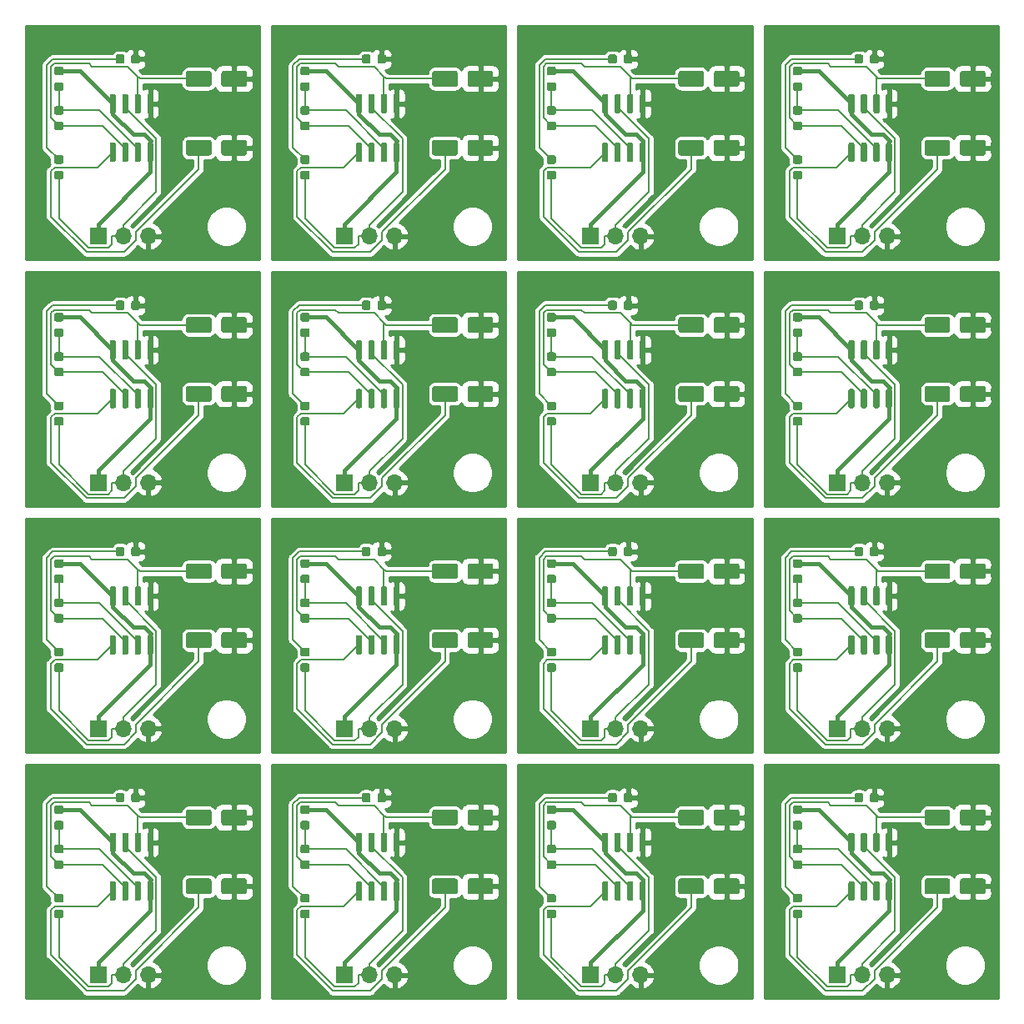
<source format=gtl>
G04 #@! TF.GenerationSoftware,KiCad,Pcbnew,(5.1.5)-3*
G04 #@! TF.CreationDate,2021-06-18T08:17:24+09:00*
G04 #@! TF.ProjectId,Ltika,4c74696b-612e-46b6-9963-61645f706362,2*
G04 #@! TF.SameCoordinates,PX43d3480PY8c7ecc0*
G04 #@! TF.FileFunction,Copper,L1,Top*
G04 #@! TF.FilePolarity,Positive*
%FSLAX46Y46*%
G04 Gerber Fmt 4.6, Leading zero omitted, Abs format (unit mm)*
G04 Created by KiCad (PCBNEW (5.1.5)-3) date 2021-06-18 08:17:24*
%MOMM*%
%LPD*%
G04 APERTURE LIST*
%ADD10C,0.100000*%
%ADD11O,1.700000X1.700000*%
%ADD12R,1.700000X1.700000*%
%ADD13C,0.600000*%
%ADD14C,0.200000*%
%ADD15C,0.400000*%
%ADD16C,0.254000*%
G04 APERTURE END LIST*
G04 #@! TA.AperFunction,SMDPad,CuDef*
D10*
G36*
X79277691Y95223947D02*
G01*
X79298926Y95220797D01*
X79319750Y95215581D01*
X79339962Y95208349D01*
X79359368Y95199170D01*
X79377781Y95188134D01*
X79395024Y95175346D01*
X79410930Y95160930D01*
X79425346Y95145024D01*
X79438134Y95127781D01*
X79449170Y95109368D01*
X79458349Y95089962D01*
X79465581Y95069750D01*
X79470797Y95048926D01*
X79473947Y95027691D01*
X79475000Y95006250D01*
X79475000Y94568750D01*
X79473947Y94547309D01*
X79470797Y94526074D01*
X79465581Y94505250D01*
X79458349Y94485038D01*
X79449170Y94465632D01*
X79438134Y94447219D01*
X79425346Y94429976D01*
X79410930Y94414070D01*
X79395024Y94399654D01*
X79377781Y94386866D01*
X79359368Y94375830D01*
X79339962Y94366651D01*
X79319750Y94359419D01*
X79298926Y94354203D01*
X79277691Y94351053D01*
X79256250Y94350000D01*
X78743750Y94350000D01*
X78722309Y94351053D01*
X78701074Y94354203D01*
X78680250Y94359419D01*
X78660038Y94366651D01*
X78640632Y94375830D01*
X78622219Y94386866D01*
X78604976Y94399654D01*
X78589070Y94414070D01*
X78574654Y94429976D01*
X78561866Y94447219D01*
X78550830Y94465632D01*
X78541651Y94485038D01*
X78534419Y94505250D01*
X78529203Y94526074D01*
X78526053Y94547309D01*
X78525000Y94568750D01*
X78525000Y95006250D01*
X78526053Y95027691D01*
X78529203Y95048926D01*
X78534419Y95069750D01*
X78541651Y95089962D01*
X78550830Y95109368D01*
X78561866Y95127781D01*
X78574654Y95145024D01*
X78589070Y95160930D01*
X78604976Y95175346D01*
X78622219Y95188134D01*
X78640632Y95199170D01*
X78660038Y95208349D01*
X78680250Y95215581D01*
X78701074Y95220797D01*
X78722309Y95223947D01*
X78743750Y95225000D01*
X79256250Y95225000D01*
X79277691Y95223947D01*
G37*
G04 #@! TD.AperFunction*
G04 #@! TA.AperFunction,SMDPad,CuDef*
G36*
X79277691Y93648947D02*
G01*
X79298926Y93645797D01*
X79319750Y93640581D01*
X79339962Y93633349D01*
X79359368Y93624170D01*
X79377781Y93613134D01*
X79395024Y93600346D01*
X79410930Y93585930D01*
X79425346Y93570024D01*
X79438134Y93552781D01*
X79449170Y93534368D01*
X79458349Y93514962D01*
X79465581Y93494750D01*
X79470797Y93473926D01*
X79473947Y93452691D01*
X79475000Y93431250D01*
X79475000Y92993750D01*
X79473947Y92972309D01*
X79470797Y92951074D01*
X79465581Y92930250D01*
X79458349Y92910038D01*
X79449170Y92890632D01*
X79438134Y92872219D01*
X79425346Y92854976D01*
X79410930Y92839070D01*
X79395024Y92824654D01*
X79377781Y92811866D01*
X79359368Y92800830D01*
X79339962Y92791651D01*
X79319750Y92784419D01*
X79298926Y92779203D01*
X79277691Y92776053D01*
X79256250Y92775000D01*
X78743750Y92775000D01*
X78722309Y92776053D01*
X78701074Y92779203D01*
X78680250Y92784419D01*
X78660038Y92791651D01*
X78640632Y92800830D01*
X78622219Y92811866D01*
X78604976Y92824654D01*
X78589070Y92839070D01*
X78574654Y92854976D01*
X78561866Y92872219D01*
X78550830Y92890632D01*
X78541651Y92910038D01*
X78534419Y92930250D01*
X78529203Y92951074D01*
X78526053Y92972309D01*
X78525000Y92993750D01*
X78525000Y93431250D01*
X78526053Y93452691D01*
X78529203Y93473926D01*
X78534419Y93494750D01*
X78541651Y93514962D01*
X78550830Y93534368D01*
X78561866Y93552781D01*
X78574654Y93570024D01*
X78589070Y93585930D01*
X78604976Y93600346D01*
X78622219Y93613134D01*
X78640632Y93624170D01*
X78660038Y93633349D01*
X78680250Y93640581D01*
X78701074Y93645797D01*
X78722309Y93648947D01*
X78743750Y93650000D01*
X79256250Y93650000D01*
X79277691Y93648947D01*
G37*
G04 #@! TD.AperFunction*
G04 #@! TA.AperFunction,SMDPad,CuDef*
G36*
X54277691Y95223947D02*
G01*
X54298926Y95220797D01*
X54319750Y95215581D01*
X54339962Y95208349D01*
X54359368Y95199170D01*
X54377781Y95188134D01*
X54395024Y95175346D01*
X54410930Y95160930D01*
X54425346Y95145024D01*
X54438134Y95127781D01*
X54449170Y95109368D01*
X54458349Y95089962D01*
X54465581Y95069750D01*
X54470797Y95048926D01*
X54473947Y95027691D01*
X54475000Y95006250D01*
X54475000Y94568750D01*
X54473947Y94547309D01*
X54470797Y94526074D01*
X54465581Y94505250D01*
X54458349Y94485038D01*
X54449170Y94465632D01*
X54438134Y94447219D01*
X54425346Y94429976D01*
X54410930Y94414070D01*
X54395024Y94399654D01*
X54377781Y94386866D01*
X54359368Y94375830D01*
X54339962Y94366651D01*
X54319750Y94359419D01*
X54298926Y94354203D01*
X54277691Y94351053D01*
X54256250Y94350000D01*
X53743750Y94350000D01*
X53722309Y94351053D01*
X53701074Y94354203D01*
X53680250Y94359419D01*
X53660038Y94366651D01*
X53640632Y94375830D01*
X53622219Y94386866D01*
X53604976Y94399654D01*
X53589070Y94414070D01*
X53574654Y94429976D01*
X53561866Y94447219D01*
X53550830Y94465632D01*
X53541651Y94485038D01*
X53534419Y94505250D01*
X53529203Y94526074D01*
X53526053Y94547309D01*
X53525000Y94568750D01*
X53525000Y95006250D01*
X53526053Y95027691D01*
X53529203Y95048926D01*
X53534419Y95069750D01*
X53541651Y95089962D01*
X53550830Y95109368D01*
X53561866Y95127781D01*
X53574654Y95145024D01*
X53589070Y95160930D01*
X53604976Y95175346D01*
X53622219Y95188134D01*
X53640632Y95199170D01*
X53660038Y95208349D01*
X53680250Y95215581D01*
X53701074Y95220797D01*
X53722309Y95223947D01*
X53743750Y95225000D01*
X54256250Y95225000D01*
X54277691Y95223947D01*
G37*
G04 #@! TD.AperFunction*
G04 #@! TA.AperFunction,SMDPad,CuDef*
G36*
X54277691Y93648947D02*
G01*
X54298926Y93645797D01*
X54319750Y93640581D01*
X54339962Y93633349D01*
X54359368Y93624170D01*
X54377781Y93613134D01*
X54395024Y93600346D01*
X54410930Y93585930D01*
X54425346Y93570024D01*
X54438134Y93552781D01*
X54449170Y93534368D01*
X54458349Y93514962D01*
X54465581Y93494750D01*
X54470797Y93473926D01*
X54473947Y93452691D01*
X54475000Y93431250D01*
X54475000Y92993750D01*
X54473947Y92972309D01*
X54470797Y92951074D01*
X54465581Y92930250D01*
X54458349Y92910038D01*
X54449170Y92890632D01*
X54438134Y92872219D01*
X54425346Y92854976D01*
X54410930Y92839070D01*
X54395024Y92824654D01*
X54377781Y92811866D01*
X54359368Y92800830D01*
X54339962Y92791651D01*
X54319750Y92784419D01*
X54298926Y92779203D01*
X54277691Y92776053D01*
X54256250Y92775000D01*
X53743750Y92775000D01*
X53722309Y92776053D01*
X53701074Y92779203D01*
X53680250Y92784419D01*
X53660038Y92791651D01*
X53640632Y92800830D01*
X53622219Y92811866D01*
X53604976Y92824654D01*
X53589070Y92839070D01*
X53574654Y92854976D01*
X53561866Y92872219D01*
X53550830Y92890632D01*
X53541651Y92910038D01*
X53534419Y92930250D01*
X53529203Y92951074D01*
X53526053Y92972309D01*
X53525000Y92993750D01*
X53525000Y93431250D01*
X53526053Y93452691D01*
X53529203Y93473926D01*
X53534419Y93494750D01*
X53541651Y93514962D01*
X53550830Y93534368D01*
X53561866Y93552781D01*
X53574654Y93570024D01*
X53589070Y93585930D01*
X53604976Y93600346D01*
X53622219Y93613134D01*
X53640632Y93624170D01*
X53660038Y93633349D01*
X53680250Y93640581D01*
X53701074Y93645797D01*
X53722309Y93648947D01*
X53743750Y93650000D01*
X54256250Y93650000D01*
X54277691Y93648947D01*
G37*
G04 #@! TD.AperFunction*
G04 #@! TA.AperFunction,SMDPad,CuDef*
G36*
X29277691Y95223947D02*
G01*
X29298926Y95220797D01*
X29319750Y95215581D01*
X29339962Y95208349D01*
X29359368Y95199170D01*
X29377781Y95188134D01*
X29395024Y95175346D01*
X29410930Y95160930D01*
X29425346Y95145024D01*
X29438134Y95127781D01*
X29449170Y95109368D01*
X29458349Y95089962D01*
X29465581Y95069750D01*
X29470797Y95048926D01*
X29473947Y95027691D01*
X29475000Y95006250D01*
X29475000Y94568750D01*
X29473947Y94547309D01*
X29470797Y94526074D01*
X29465581Y94505250D01*
X29458349Y94485038D01*
X29449170Y94465632D01*
X29438134Y94447219D01*
X29425346Y94429976D01*
X29410930Y94414070D01*
X29395024Y94399654D01*
X29377781Y94386866D01*
X29359368Y94375830D01*
X29339962Y94366651D01*
X29319750Y94359419D01*
X29298926Y94354203D01*
X29277691Y94351053D01*
X29256250Y94350000D01*
X28743750Y94350000D01*
X28722309Y94351053D01*
X28701074Y94354203D01*
X28680250Y94359419D01*
X28660038Y94366651D01*
X28640632Y94375830D01*
X28622219Y94386866D01*
X28604976Y94399654D01*
X28589070Y94414070D01*
X28574654Y94429976D01*
X28561866Y94447219D01*
X28550830Y94465632D01*
X28541651Y94485038D01*
X28534419Y94505250D01*
X28529203Y94526074D01*
X28526053Y94547309D01*
X28525000Y94568750D01*
X28525000Y95006250D01*
X28526053Y95027691D01*
X28529203Y95048926D01*
X28534419Y95069750D01*
X28541651Y95089962D01*
X28550830Y95109368D01*
X28561866Y95127781D01*
X28574654Y95145024D01*
X28589070Y95160930D01*
X28604976Y95175346D01*
X28622219Y95188134D01*
X28640632Y95199170D01*
X28660038Y95208349D01*
X28680250Y95215581D01*
X28701074Y95220797D01*
X28722309Y95223947D01*
X28743750Y95225000D01*
X29256250Y95225000D01*
X29277691Y95223947D01*
G37*
G04 #@! TD.AperFunction*
G04 #@! TA.AperFunction,SMDPad,CuDef*
G36*
X29277691Y93648947D02*
G01*
X29298926Y93645797D01*
X29319750Y93640581D01*
X29339962Y93633349D01*
X29359368Y93624170D01*
X29377781Y93613134D01*
X29395024Y93600346D01*
X29410930Y93585930D01*
X29425346Y93570024D01*
X29438134Y93552781D01*
X29449170Y93534368D01*
X29458349Y93514962D01*
X29465581Y93494750D01*
X29470797Y93473926D01*
X29473947Y93452691D01*
X29475000Y93431250D01*
X29475000Y92993750D01*
X29473947Y92972309D01*
X29470797Y92951074D01*
X29465581Y92930250D01*
X29458349Y92910038D01*
X29449170Y92890632D01*
X29438134Y92872219D01*
X29425346Y92854976D01*
X29410930Y92839070D01*
X29395024Y92824654D01*
X29377781Y92811866D01*
X29359368Y92800830D01*
X29339962Y92791651D01*
X29319750Y92784419D01*
X29298926Y92779203D01*
X29277691Y92776053D01*
X29256250Y92775000D01*
X28743750Y92775000D01*
X28722309Y92776053D01*
X28701074Y92779203D01*
X28680250Y92784419D01*
X28660038Y92791651D01*
X28640632Y92800830D01*
X28622219Y92811866D01*
X28604976Y92824654D01*
X28589070Y92839070D01*
X28574654Y92854976D01*
X28561866Y92872219D01*
X28550830Y92890632D01*
X28541651Y92910038D01*
X28534419Y92930250D01*
X28529203Y92951074D01*
X28526053Y92972309D01*
X28525000Y92993750D01*
X28525000Y93431250D01*
X28526053Y93452691D01*
X28529203Y93473926D01*
X28534419Y93494750D01*
X28541651Y93514962D01*
X28550830Y93534368D01*
X28561866Y93552781D01*
X28574654Y93570024D01*
X28589070Y93585930D01*
X28604976Y93600346D01*
X28622219Y93613134D01*
X28640632Y93624170D01*
X28660038Y93633349D01*
X28680250Y93640581D01*
X28701074Y93645797D01*
X28722309Y93648947D01*
X28743750Y93650000D01*
X29256250Y93650000D01*
X29277691Y93648947D01*
G37*
G04 #@! TD.AperFunction*
G04 #@! TA.AperFunction,SMDPad,CuDef*
G36*
X4277691Y95223947D02*
G01*
X4298926Y95220797D01*
X4319750Y95215581D01*
X4339962Y95208349D01*
X4359368Y95199170D01*
X4377781Y95188134D01*
X4395024Y95175346D01*
X4410930Y95160930D01*
X4425346Y95145024D01*
X4438134Y95127781D01*
X4449170Y95109368D01*
X4458349Y95089962D01*
X4465581Y95069750D01*
X4470797Y95048926D01*
X4473947Y95027691D01*
X4475000Y95006250D01*
X4475000Y94568750D01*
X4473947Y94547309D01*
X4470797Y94526074D01*
X4465581Y94505250D01*
X4458349Y94485038D01*
X4449170Y94465632D01*
X4438134Y94447219D01*
X4425346Y94429976D01*
X4410930Y94414070D01*
X4395024Y94399654D01*
X4377781Y94386866D01*
X4359368Y94375830D01*
X4339962Y94366651D01*
X4319750Y94359419D01*
X4298926Y94354203D01*
X4277691Y94351053D01*
X4256250Y94350000D01*
X3743750Y94350000D01*
X3722309Y94351053D01*
X3701074Y94354203D01*
X3680250Y94359419D01*
X3660038Y94366651D01*
X3640632Y94375830D01*
X3622219Y94386866D01*
X3604976Y94399654D01*
X3589070Y94414070D01*
X3574654Y94429976D01*
X3561866Y94447219D01*
X3550830Y94465632D01*
X3541651Y94485038D01*
X3534419Y94505250D01*
X3529203Y94526074D01*
X3526053Y94547309D01*
X3525000Y94568750D01*
X3525000Y95006250D01*
X3526053Y95027691D01*
X3529203Y95048926D01*
X3534419Y95069750D01*
X3541651Y95089962D01*
X3550830Y95109368D01*
X3561866Y95127781D01*
X3574654Y95145024D01*
X3589070Y95160930D01*
X3604976Y95175346D01*
X3622219Y95188134D01*
X3640632Y95199170D01*
X3660038Y95208349D01*
X3680250Y95215581D01*
X3701074Y95220797D01*
X3722309Y95223947D01*
X3743750Y95225000D01*
X4256250Y95225000D01*
X4277691Y95223947D01*
G37*
G04 #@! TD.AperFunction*
G04 #@! TA.AperFunction,SMDPad,CuDef*
G36*
X4277691Y93648947D02*
G01*
X4298926Y93645797D01*
X4319750Y93640581D01*
X4339962Y93633349D01*
X4359368Y93624170D01*
X4377781Y93613134D01*
X4395024Y93600346D01*
X4410930Y93585930D01*
X4425346Y93570024D01*
X4438134Y93552781D01*
X4449170Y93534368D01*
X4458349Y93514962D01*
X4465581Y93494750D01*
X4470797Y93473926D01*
X4473947Y93452691D01*
X4475000Y93431250D01*
X4475000Y92993750D01*
X4473947Y92972309D01*
X4470797Y92951074D01*
X4465581Y92930250D01*
X4458349Y92910038D01*
X4449170Y92890632D01*
X4438134Y92872219D01*
X4425346Y92854976D01*
X4410930Y92839070D01*
X4395024Y92824654D01*
X4377781Y92811866D01*
X4359368Y92800830D01*
X4339962Y92791651D01*
X4319750Y92784419D01*
X4298926Y92779203D01*
X4277691Y92776053D01*
X4256250Y92775000D01*
X3743750Y92775000D01*
X3722309Y92776053D01*
X3701074Y92779203D01*
X3680250Y92784419D01*
X3660038Y92791651D01*
X3640632Y92800830D01*
X3622219Y92811866D01*
X3604976Y92824654D01*
X3589070Y92839070D01*
X3574654Y92854976D01*
X3561866Y92872219D01*
X3550830Y92890632D01*
X3541651Y92910038D01*
X3534419Y92930250D01*
X3529203Y92951074D01*
X3526053Y92972309D01*
X3525000Y92993750D01*
X3525000Y93431250D01*
X3526053Y93452691D01*
X3529203Y93473926D01*
X3534419Y93494750D01*
X3541651Y93514962D01*
X3550830Y93534368D01*
X3561866Y93552781D01*
X3574654Y93570024D01*
X3589070Y93585930D01*
X3604976Y93600346D01*
X3622219Y93613134D01*
X3640632Y93624170D01*
X3660038Y93633349D01*
X3680250Y93640581D01*
X3701074Y93645797D01*
X3722309Y93648947D01*
X3743750Y93650000D01*
X4256250Y93650000D01*
X4277691Y93648947D01*
G37*
G04 #@! TD.AperFunction*
G04 #@! TA.AperFunction,SMDPad,CuDef*
G36*
X79277691Y70223947D02*
G01*
X79298926Y70220797D01*
X79319750Y70215581D01*
X79339962Y70208349D01*
X79359368Y70199170D01*
X79377781Y70188134D01*
X79395024Y70175346D01*
X79410930Y70160930D01*
X79425346Y70145024D01*
X79438134Y70127781D01*
X79449170Y70109368D01*
X79458349Y70089962D01*
X79465581Y70069750D01*
X79470797Y70048926D01*
X79473947Y70027691D01*
X79475000Y70006250D01*
X79475000Y69568750D01*
X79473947Y69547309D01*
X79470797Y69526074D01*
X79465581Y69505250D01*
X79458349Y69485038D01*
X79449170Y69465632D01*
X79438134Y69447219D01*
X79425346Y69429976D01*
X79410930Y69414070D01*
X79395024Y69399654D01*
X79377781Y69386866D01*
X79359368Y69375830D01*
X79339962Y69366651D01*
X79319750Y69359419D01*
X79298926Y69354203D01*
X79277691Y69351053D01*
X79256250Y69350000D01*
X78743750Y69350000D01*
X78722309Y69351053D01*
X78701074Y69354203D01*
X78680250Y69359419D01*
X78660038Y69366651D01*
X78640632Y69375830D01*
X78622219Y69386866D01*
X78604976Y69399654D01*
X78589070Y69414070D01*
X78574654Y69429976D01*
X78561866Y69447219D01*
X78550830Y69465632D01*
X78541651Y69485038D01*
X78534419Y69505250D01*
X78529203Y69526074D01*
X78526053Y69547309D01*
X78525000Y69568750D01*
X78525000Y70006250D01*
X78526053Y70027691D01*
X78529203Y70048926D01*
X78534419Y70069750D01*
X78541651Y70089962D01*
X78550830Y70109368D01*
X78561866Y70127781D01*
X78574654Y70145024D01*
X78589070Y70160930D01*
X78604976Y70175346D01*
X78622219Y70188134D01*
X78640632Y70199170D01*
X78660038Y70208349D01*
X78680250Y70215581D01*
X78701074Y70220797D01*
X78722309Y70223947D01*
X78743750Y70225000D01*
X79256250Y70225000D01*
X79277691Y70223947D01*
G37*
G04 #@! TD.AperFunction*
G04 #@! TA.AperFunction,SMDPad,CuDef*
G36*
X79277691Y68648947D02*
G01*
X79298926Y68645797D01*
X79319750Y68640581D01*
X79339962Y68633349D01*
X79359368Y68624170D01*
X79377781Y68613134D01*
X79395024Y68600346D01*
X79410930Y68585930D01*
X79425346Y68570024D01*
X79438134Y68552781D01*
X79449170Y68534368D01*
X79458349Y68514962D01*
X79465581Y68494750D01*
X79470797Y68473926D01*
X79473947Y68452691D01*
X79475000Y68431250D01*
X79475000Y67993750D01*
X79473947Y67972309D01*
X79470797Y67951074D01*
X79465581Y67930250D01*
X79458349Y67910038D01*
X79449170Y67890632D01*
X79438134Y67872219D01*
X79425346Y67854976D01*
X79410930Y67839070D01*
X79395024Y67824654D01*
X79377781Y67811866D01*
X79359368Y67800830D01*
X79339962Y67791651D01*
X79319750Y67784419D01*
X79298926Y67779203D01*
X79277691Y67776053D01*
X79256250Y67775000D01*
X78743750Y67775000D01*
X78722309Y67776053D01*
X78701074Y67779203D01*
X78680250Y67784419D01*
X78660038Y67791651D01*
X78640632Y67800830D01*
X78622219Y67811866D01*
X78604976Y67824654D01*
X78589070Y67839070D01*
X78574654Y67854976D01*
X78561866Y67872219D01*
X78550830Y67890632D01*
X78541651Y67910038D01*
X78534419Y67930250D01*
X78529203Y67951074D01*
X78526053Y67972309D01*
X78525000Y67993750D01*
X78525000Y68431250D01*
X78526053Y68452691D01*
X78529203Y68473926D01*
X78534419Y68494750D01*
X78541651Y68514962D01*
X78550830Y68534368D01*
X78561866Y68552781D01*
X78574654Y68570024D01*
X78589070Y68585930D01*
X78604976Y68600346D01*
X78622219Y68613134D01*
X78640632Y68624170D01*
X78660038Y68633349D01*
X78680250Y68640581D01*
X78701074Y68645797D01*
X78722309Y68648947D01*
X78743750Y68650000D01*
X79256250Y68650000D01*
X79277691Y68648947D01*
G37*
G04 #@! TD.AperFunction*
G04 #@! TA.AperFunction,SMDPad,CuDef*
G36*
X54277691Y70223947D02*
G01*
X54298926Y70220797D01*
X54319750Y70215581D01*
X54339962Y70208349D01*
X54359368Y70199170D01*
X54377781Y70188134D01*
X54395024Y70175346D01*
X54410930Y70160930D01*
X54425346Y70145024D01*
X54438134Y70127781D01*
X54449170Y70109368D01*
X54458349Y70089962D01*
X54465581Y70069750D01*
X54470797Y70048926D01*
X54473947Y70027691D01*
X54475000Y70006250D01*
X54475000Y69568750D01*
X54473947Y69547309D01*
X54470797Y69526074D01*
X54465581Y69505250D01*
X54458349Y69485038D01*
X54449170Y69465632D01*
X54438134Y69447219D01*
X54425346Y69429976D01*
X54410930Y69414070D01*
X54395024Y69399654D01*
X54377781Y69386866D01*
X54359368Y69375830D01*
X54339962Y69366651D01*
X54319750Y69359419D01*
X54298926Y69354203D01*
X54277691Y69351053D01*
X54256250Y69350000D01*
X53743750Y69350000D01*
X53722309Y69351053D01*
X53701074Y69354203D01*
X53680250Y69359419D01*
X53660038Y69366651D01*
X53640632Y69375830D01*
X53622219Y69386866D01*
X53604976Y69399654D01*
X53589070Y69414070D01*
X53574654Y69429976D01*
X53561866Y69447219D01*
X53550830Y69465632D01*
X53541651Y69485038D01*
X53534419Y69505250D01*
X53529203Y69526074D01*
X53526053Y69547309D01*
X53525000Y69568750D01*
X53525000Y70006250D01*
X53526053Y70027691D01*
X53529203Y70048926D01*
X53534419Y70069750D01*
X53541651Y70089962D01*
X53550830Y70109368D01*
X53561866Y70127781D01*
X53574654Y70145024D01*
X53589070Y70160930D01*
X53604976Y70175346D01*
X53622219Y70188134D01*
X53640632Y70199170D01*
X53660038Y70208349D01*
X53680250Y70215581D01*
X53701074Y70220797D01*
X53722309Y70223947D01*
X53743750Y70225000D01*
X54256250Y70225000D01*
X54277691Y70223947D01*
G37*
G04 #@! TD.AperFunction*
G04 #@! TA.AperFunction,SMDPad,CuDef*
G36*
X54277691Y68648947D02*
G01*
X54298926Y68645797D01*
X54319750Y68640581D01*
X54339962Y68633349D01*
X54359368Y68624170D01*
X54377781Y68613134D01*
X54395024Y68600346D01*
X54410930Y68585930D01*
X54425346Y68570024D01*
X54438134Y68552781D01*
X54449170Y68534368D01*
X54458349Y68514962D01*
X54465581Y68494750D01*
X54470797Y68473926D01*
X54473947Y68452691D01*
X54475000Y68431250D01*
X54475000Y67993750D01*
X54473947Y67972309D01*
X54470797Y67951074D01*
X54465581Y67930250D01*
X54458349Y67910038D01*
X54449170Y67890632D01*
X54438134Y67872219D01*
X54425346Y67854976D01*
X54410930Y67839070D01*
X54395024Y67824654D01*
X54377781Y67811866D01*
X54359368Y67800830D01*
X54339962Y67791651D01*
X54319750Y67784419D01*
X54298926Y67779203D01*
X54277691Y67776053D01*
X54256250Y67775000D01*
X53743750Y67775000D01*
X53722309Y67776053D01*
X53701074Y67779203D01*
X53680250Y67784419D01*
X53660038Y67791651D01*
X53640632Y67800830D01*
X53622219Y67811866D01*
X53604976Y67824654D01*
X53589070Y67839070D01*
X53574654Y67854976D01*
X53561866Y67872219D01*
X53550830Y67890632D01*
X53541651Y67910038D01*
X53534419Y67930250D01*
X53529203Y67951074D01*
X53526053Y67972309D01*
X53525000Y67993750D01*
X53525000Y68431250D01*
X53526053Y68452691D01*
X53529203Y68473926D01*
X53534419Y68494750D01*
X53541651Y68514962D01*
X53550830Y68534368D01*
X53561866Y68552781D01*
X53574654Y68570024D01*
X53589070Y68585930D01*
X53604976Y68600346D01*
X53622219Y68613134D01*
X53640632Y68624170D01*
X53660038Y68633349D01*
X53680250Y68640581D01*
X53701074Y68645797D01*
X53722309Y68648947D01*
X53743750Y68650000D01*
X54256250Y68650000D01*
X54277691Y68648947D01*
G37*
G04 #@! TD.AperFunction*
G04 #@! TA.AperFunction,SMDPad,CuDef*
G36*
X29277691Y70223947D02*
G01*
X29298926Y70220797D01*
X29319750Y70215581D01*
X29339962Y70208349D01*
X29359368Y70199170D01*
X29377781Y70188134D01*
X29395024Y70175346D01*
X29410930Y70160930D01*
X29425346Y70145024D01*
X29438134Y70127781D01*
X29449170Y70109368D01*
X29458349Y70089962D01*
X29465581Y70069750D01*
X29470797Y70048926D01*
X29473947Y70027691D01*
X29475000Y70006250D01*
X29475000Y69568750D01*
X29473947Y69547309D01*
X29470797Y69526074D01*
X29465581Y69505250D01*
X29458349Y69485038D01*
X29449170Y69465632D01*
X29438134Y69447219D01*
X29425346Y69429976D01*
X29410930Y69414070D01*
X29395024Y69399654D01*
X29377781Y69386866D01*
X29359368Y69375830D01*
X29339962Y69366651D01*
X29319750Y69359419D01*
X29298926Y69354203D01*
X29277691Y69351053D01*
X29256250Y69350000D01*
X28743750Y69350000D01*
X28722309Y69351053D01*
X28701074Y69354203D01*
X28680250Y69359419D01*
X28660038Y69366651D01*
X28640632Y69375830D01*
X28622219Y69386866D01*
X28604976Y69399654D01*
X28589070Y69414070D01*
X28574654Y69429976D01*
X28561866Y69447219D01*
X28550830Y69465632D01*
X28541651Y69485038D01*
X28534419Y69505250D01*
X28529203Y69526074D01*
X28526053Y69547309D01*
X28525000Y69568750D01*
X28525000Y70006250D01*
X28526053Y70027691D01*
X28529203Y70048926D01*
X28534419Y70069750D01*
X28541651Y70089962D01*
X28550830Y70109368D01*
X28561866Y70127781D01*
X28574654Y70145024D01*
X28589070Y70160930D01*
X28604976Y70175346D01*
X28622219Y70188134D01*
X28640632Y70199170D01*
X28660038Y70208349D01*
X28680250Y70215581D01*
X28701074Y70220797D01*
X28722309Y70223947D01*
X28743750Y70225000D01*
X29256250Y70225000D01*
X29277691Y70223947D01*
G37*
G04 #@! TD.AperFunction*
G04 #@! TA.AperFunction,SMDPad,CuDef*
G36*
X29277691Y68648947D02*
G01*
X29298926Y68645797D01*
X29319750Y68640581D01*
X29339962Y68633349D01*
X29359368Y68624170D01*
X29377781Y68613134D01*
X29395024Y68600346D01*
X29410930Y68585930D01*
X29425346Y68570024D01*
X29438134Y68552781D01*
X29449170Y68534368D01*
X29458349Y68514962D01*
X29465581Y68494750D01*
X29470797Y68473926D01*
X29473947Y68452691D01*
X29475000Y68431250D01*
X29475000Y67993750D01*
X29473947Y67972309D01*
X29470797Y67951074D01*
X29465581Y67930250D01*
X29458349Y67910038D01*
X29449170Y67890632D01*
X29438134Y67872219D01*
X29425346Y67854976D01*
X29410930Y67839070D01*
X29395024Y67824654D01*
X29377781Y67811866D01*
X29359368Y67800830D01*
X29339962Y67791651D01*
X29319750Y67784419D01*
X29298926Y67779203D01*
X29277691Y67776053D01*
X29256250Y67775000D01*
X28743750Y67775000D01*
X28722309Y67776053D01*
X28701074Y67779203D01*
X28680250Y67784419D01*
X28660038Y67791651D01*
X28640632Y67800830D01*
X28622219Y67811866D01*
X28604976Y67824654D01*
X28589070Y67839070D01*
X28574654Y67854976D01*
X28561866Y67872219D01*
X28550830Y67890632D01*
X28541651Y67910038D01*
X28534419Y67930250D01*
X28529203Y67951074D01*
X28526053Y67972309D01*
X28525000Y67993750D01*
X28525000Y68431250D01*
X28526053Y68452691D01*
X28529203Y68473926D01*
X28534419Y68494750D01*
X28541651Y68514962D01*
X28550830Y68534368D01*
X28561866Y68552781D01*
X28574654Y68570024D01*
X28589070Y68585930D01*
X28604976Y68600346D01*
X28622219Y68613134D01*
X28640632Y68624170D01*
X28660038Y68633349D01*
X28680250Y68640581D01*
X28701074Y68645797D01*
X28722309Y68648947D01*
X28743750Y68650000D01*
X29256250Y68650000D01*
X29277691Y68648947D01*
G37*
G04 #@! TD.AperFunction*
G04 #@! TA.AperFunction,SMDPad,CuDef*
G36*
X4277691Y70223947D02*
G01*
X4298926Y70220797D01*
X4319750Y70215581D01*
X4339962Y70208349D01*
X4359368Y70199170D01*
X4377781Y70188134D01*
X4395024Y70175346D01*
X4410930Y70160930D01*
X4425346Y70145024D01*
X4438134Y70127781D01*
X4449170Y70109368D01*
X4458349Y70089962D01*
X4465581Y70069750D01*
X4470797Y70048926D01*
X4473947Y70027691D01*
X4475000Y70006250D01*
X4475000Y69568750D01*
X4473947Y69547309D01*
X4470797Y69526074D01*
X4465581Y69505250D01*
X4458349Y69485038D01*
X4449170Y69465632D01*
X4438134Y69447219D01*
X4425346Y69429976D01*
X4410930Y69414070D01*
X4395024Y69399654D01*
X4377781Y69386866D01*
X4359368Y69375830D01*
X4339962Y69366651D01*
X4319750Y69359419D01*
X4298926Y69354203D01*
X4277691Y69351053D01*
X4256250Y69350000D01*
X3743750Y69350000D01*
X3722309Y69351053D01*
X3701074Y69354203D01*
X3680250Y69359419D01*
X3660038Y69366651D01*
X3640632Y69375830D01*
X3622219Y69386866D01*
X3604976Y69399654D01*
X3589070Y69414070D01*
X3574654Y69429976D01*
X3561866Y69447219D01*
X3550830Y69465632D01*
X3541651Y69485038D01*
X3534419Y69505250D01*
X3529203Y69526074D01*
X3526053Y69547309D01*
X3525000Y69568750D01*
X3525000Y70006250D01*
X3526053Y70027691D01*
X3529203Y70048926D01*
X3534419Y70069750D01*
X3541651Y70089962D01*
X3550830Y70109368D01*
X3561866Y70127781D01*
X3574654Y70145024D01*
X3589070Y70160930D01*
X3604976Y70175346D01*
X3622219Y70188134D01*
X3640632Y70199170D01*
X3660038Y70208349D01*
X3680250Y70215581D01*
X3701074Y70220797D01*
X3722309Y70223947D01*
X3743750Y70225000D01*
X4256250Y70225000D01*
X4277691Y70223947D01*
G37*
G04 #@! TD.AperFunction*
G04 #@! TA.AperFunction,SMDPad,CuDef*
G36*
X4277691Y68648947D02*
G01*
X4298926Y68645797D01*
X4319750Y68640581D01*
X4339962Y68633349D01*
X4359368Y68624170D01*
X4377781Y68613134D01*
X4395024Y68600346D01*
X4410930Y68585930D01*
X4425346Y68570024D01*
X4438134Y68552781D01*
X4449170Y68534368D01*
X4458349Y68514962D01*
X4465581Y68494750D01*
X4470797Y68473926D01*
X4473947Y68452691D01*
X4475000Y68431250D01*
X4475000Y67993750D01*
X4473947Y67972309D01*
X4470797Y67951074D01*
X4465581Y67930250D01*
X4458349Y67910038D01*
X4449170Y67890632D01*
X4438134Y67872219D01*
X4425346Y67854976D01*
X4410930Y67839070D01*
X4395024Y67824654D01*
X4377781Y67811866D01*
X4359368Y67800830D01*
X4339962Y67791651D01*
X4319750Y67784419D01*
X4298926Y67779203D01*
X4277691Y67776053D01*
X4256250Y67775000D01*
X3743750Y67775000D01*
X3722309Y67776053D01*
X3701074Y67779203D01*
X3680250Y67784419D01*
X3660038Y67791651D01*
X3640632Y67800830D01*
X3622219Y67811866D01*
X3604976Y67824654D01*
X3589070Y67839070D01*
X3574654Y67854976D01*
X3561866Y67872219D01*
X3550830Y67890632D01*
X3541651Y67910038D01*
X3534419Y67930250D01*
X3529203Y67951074D01*
X3526053Y67972309D01*
X3525000Y67993750D01*
X3525000Y68431250D01*
X3526053Y68452691D01*
X3529203Y68473926D01*
X3534419Y68494750D01*
X3541651Y68514962D01*
X3550830Y68534368D01*
X3561866Y68552781D01*
X3574654Y68570024D01*
X3589070Y68585930D01*
X3604976Y68600346D01*
X3622219Y68613134D01*
X3640632Y68624170D01*
X3660038Y68633349D01*
X3680250Y68640581D01*
X3701074Y68645797D01*
X3722309Y68648947D01*
X3743750Y68650000D01*
X4256250Y68650000D01*
X4277691Y68648947D01*
G37*
G04 #@! TD.AperFunction*
G04 #@! TA.AperFunction,SMDPad,CuDef*
G36*
X79277691Y45223947D02*
G01*
X79298926Y45220797D01*
X79319750Y45215581D01*
X79339962Y45208349D01*
X79359368Y45199170D01*
X79377781Y45188134D01*
X79395024Y45175346D01*
X79410930Y45160930D01*
X79425346Y45145024D01*
X79438134Y45127781D01*
X79449170Y45109368D01*
X79458349Y45089962D01*
X79465581Y45069750D01*
X79470797Y45048926D01*
X79473947Y45027691D01*
X79475000Y45006250D01*
X79475000Y44568750D01*
X79473947Y44547309D01*
X79470797Y44526074D01*
X79465581Y44505250D01*
X79458349Y44485038D01*
X79449170Y44465632D01*
X79438134Y44447219D01*
X79425346Y44429976D01*
X79410930Y44414070D01*
X79395024Y44399654D01*
X79377781Y44386866D01*
X79359368Y44375830D01*
X79339962Y44366651D01*
X79319750Y44359419D01*
X79298926Y44354203D01*
X79277691Y44351053D01*
X79256250Y44350000D01*
X78743750Y44350000D01*
X78722309Y44351053D01*
X78701074Y44354203D01*
X78680250Y44359419D01*
X78660038Y44366651D01*
X78640632Y44375830D01*
X78622219Y44386866D01*
X78604976Y44399654D01*
X78589070Y44414070D01*
X78574654Y44429976D01*
X78561866Y44447219D01*
X78550830Y44465632D01*
X78541651Y44485038D01*
X78534419Y44505250D01*
X78529203Y44526074D01*
X78526053Y44547309D01*
X78525000Y44568750D01*
X78525000Y45006250D01*
X78526053Y45027691D01*
X78529203Y45048926D01*
X78534419Y45069750D01*
X78541651Y45089962D01*
X78550830Y45109368D01*
X78561866Y45127781D01*
X78574654Y45145024D01*
X78589070Y45160930D01*
X78604976Y45175346D01*
X78622219Y45188134D01*
X78640632Y45199170D01*
X78660038Y45208349D01*
X78680250Y45215581D01*
X78701074Y45220797D01*
X78722309Y45223947D01*
X78743750Y45225000D01*
X79256250Y45225000D01*
X79277691Y45223947D01*
G37*
G04 #@! TD.AperFunction*
G04 #@! TA.AperFunction,SMDPad,CuDef*
G36*
X79277691Y43648947D02*
G01*
X79298926Y43645797D01*
X79319750Y43640581D01*
X79339962Y43633349D01*
X79359368Y43624170D01*
X79377781Y43613134D01*
X79395024Y43600346D01*
X79410930Y43585930D01*
X79425346Y43570024D01*
X79438134Y43552781D01*
X79449170Y43534368D01*
X79458349Y43514962D01*
X79465581Y43494750D01*
X79470797Y43473926D01*
X79473947Y43452691D01*
X79475000Y43431250D01*
X79475000Y42993750D01*
X79473947Y42972309D01*
X79470797Y42951074D01*
X79465581Y42930250D01*
X79458349Y42910038D01*
X79449170Y42890632D01*
X79438134Y42872219D01*
X79425346Y42854976D01*
X79410930Y42839070D01*
X79395024Y42824654D01*
X79377781Y42811866D01*
X79359368Y42800830D01*
X79339962Y42791651D01*
X79319750Y42784419D01*
X79298926Y42779203D01*
X79277691Y42776053D01*
X79256250Y42775000D01*
X78743750Y42775000D01*
X78722309Y42776053D01*
X78701074Y42779203D01*
X78680250Y42784419D01*
X78660038Y42791651D01*
X78640632Y42800830D01*
X78622219Y42811866D01*
X78604976Y42824654D01*
X78589070Y42839070D01*
X78574654Y42854976D01*
X78561866Y42872219D01*
X78550830Y42890632D01*
X78541651Y42910038D01*
X78534419Y42930250D01*
X78529203Y42951074D01*
X78526053Y42972309D01*
X78525000Y42993750D01*
X78525000Y43431250D01*
X78526053Y43452691D01*
X78529203Y43473926D01*
X78534419Y43494750D01*
X78541651Y43514962D01*
X78550830Y43534368D01*
X78561866Y43552781D01*
X78574654Y43570024D01*
X78589070Y43585930D01*
X78604976Y43600346D01*
X78622219Y43613134D01*
X78640632Y43624170D01*
X78660038Y43633349D01*
X78680250Y43640581D01*
X78701074Y43645797D01*
X78722309Y43648947D01*
X78743750Y43650000D01*
X79256250Y43650000D01*
X79277691Y43648947D01*
G37*
G04 #@! TD.AperFunction*
G04 #@! TA.AperFunction,SMDPad,CuDef*
G36*
X54277691Y45223947D02*
G01*
X54298926Y45220797D01*
X54319750Y45215581D01*
X54339962Y45208349D01*
X54359368Y45199170D01*
X54377781Y45188134D01*
X54395024Y45175346D01*
X54410930Y45160930D01*
X54425346Y45145024D01*
X54438134Y45127781D01*
X54449170Y45109368D01*
X54458349Y45089962D01*
X54465581Y45069750D01*
X54470797Y45048926D01*
X54473947Y45027691D01*
X54475000Y45006250D01*
X54475000Y44568750D01*
X54473947Y44547309D01*
X54470797Y44526074D01*
X54465581Y44505250D01*
X54458349Y44485038D01*
X54449170Y44465632D01*
X54438134Y44447219D01*
X54425346Y44429976D01*
X54410930Y44414070D01*
X54395024Y44399654D01*
X54377781Y44386866D01*
X54359368Y44375830D01*
X54339962Y44366651D01*
X54319750Y44359419D01*
X54298926Y44354203D01*
X54277691Y44351053D01*
X54256250Y44350000D01*
X53743750Y44350000D01*
X53722309Y44351053D01*
X53701074Y44354203D01*
X53680250Y44359419D01*
X53660038Y44366651D01*
X53640632Y44375830D01*
X53622219Y44386866D01*
X53604976Y44399654D01*
X53589070Y44414070D01*
X53574654Y44429976D01*
X53561866Y44447219D01*
X53550830Y44465632D01*
X53541651Y44485038D01*
X53534419Y44505250D01*
X53529203Y44526074D01*
X53526053Y44547309D01*
X53525000Y44568750D01*
X53525000Y45006250D01*
X53526053Y45027691D01*
X53529203Y45048926D01*
X53534419Y45069750D01*
X53541651Y45089962D01*
X53550830Y45109368D01*
X53561866Y45127781D01*
X53574654Y45145024D01*
X53589070Y45160930D01*
X53604976Y45175346D01*
X53622219Y45188134D01*
X53640632Y45199170D01*
X53660038Y45208349D01*
X53680250Y45215581D01*
X53701074Y45220797D01*
X53722309Y45223947D01*
X53743750Y45225000D01*
X54256250Y45225000D01*
X54277691Y45223947D01*
G37*
G04 #@! TD.AperFunction*
G04 #@! TA.AperFunction,SMDPad,CuDef*
G36*
X54277691Y43648947D02*
G01*
X54298926Y43645797D01*
X54319750Y43640581D01*
X54339962Y43633349D01*
X54359368Y43624170D01*
X54377781Y43613134D01*
X54395024Y43600346D01*
X54410930Y43585930D01*
X54425346Y43570024D01*
X54438134Y43552781D01*
X54449170Y43534368D01*
X54458349Y43514962D01*
X54465581Y43494750D01*
X54470797Y43473926D01*
X54473947Y43452691D01*
X54475000Y43431250D01*
X54475000Y42993750D01*
X54473947Y42972309D01*
X54470797Y42951074D01*
X54465581Y42930250D01*
X54458349Y42910038D01*
X54449170Y42890632D01*
X54438134Y42872219D01*
X54425346Y42854976D01*
X54410930Y42839070D01*
X54395024Y42824654D01*
X54377781Y42811866D01*
X54359368Y42800830D01*
X54339962Y42791651D01*
X54319750Y42784419D01*
X54298926Y42779203D01*
X54277691Y42776053D01*
X54256250Y42775000D01*
X53743750Y42775000D01*
X53722309Y42776053D01*
X53701074Y42779203D01*
X53680250Y42784419D01*
X53660038Y42791651D01*
X53640632Y42800830D01*
X53622219Y42811866D01*
X53604976Y42824654D01*
X53589070Y42839070D01*
X53574654Y42854976D01*
X53561866Y42872219D01*
X53550830Y42890632D01*
X53541651Y42910038D01*
X53534419Y42930250D01*
X53529203Y42951074D01*
X53526053Y42972309D01*
X53525000Y42993750D01*
X53525000Y43431250D01*
X53526053Y43452691D01*
X53529203Y43473926D01*
X53534419Y43494750D01*
X53541651Y43514962D01*
X53550830Y43534368D01*
X53561866Y43552781D01*
X53574654Y43570024D01*
X53589070Y43585930D01*
X53604976Y43600346D01*
X53622219Y43613134D01*
X53640632Y43624170D01*
X53660038Y43633349D01*
X53680250Y43640581D01*
X53701074Y43645797D01*
X53722309Y43648947D01*
X53743750Y43650000D01*
X54256250Y43650000D01*
X54277691Y43648947D01*
G37*
G04 #@! TD.AperFunction*
G04 #@! TA.AperFunction,SMDPad,CuDef*
G36*
X29277691Y45223947D02*
G01*
X29298926Y45220797D01*
X29319750Y45215581D01*
X29339962Y45208349D01*
X29359368Y45199170D01*
X29377781Y45188134D01*
X29395024Y45175346D01*
X29410930Y45160930D01*
X29425346Y45145024D01*
X29438134Y45127781D01*
X29449170Y45109368D01*
X29458349Y45089962D01*
X29465581Y45069750D01*
X29470797Y45048926D01*
X29473947Y45027691D01*
X29475000Y45006250D01*
X29475000Y44568750D01*
X29473947Y44547309D01*
X29470797Y44526074D01*
X29465581Y44505250D01*
X29458349Y44485038D01*
X29449170Y44465632D01*
X29438134Y44447219D01*
X29425346Y44429976D01*
X29410930Y44414070D01*
X29395024Y44399654D01*
X29377781Y44386866D01*
X29359368Y44375830D01*
X29339962Y44366651D01*
X29319750Y44359419D01*
X29298926Y44354203D01*
X29277691Y44351053D01*
X29256250Y44350000D01*
X28743750Y44350000D01*
X28722309Y44351053D01*
X28701074Y44354203D01*
X28680250Y44359419D01*
X28660038Y44366651D01*
X28640632Y44375830D01*
X28622219Y44386866D01*
X28604976Y44399654D01*
X28589070Y44414070D01*
X28574654Y44429976D01*
X28561866Y44447219D01*
X28550830Y44465632D01*
X28541651Y44485038D01*
X28534419Y44505250D01*
X28529203Y44526074D01*
X28526053Y44547309D01*
X28525000Y44568750D01*
X28525000Y45006250D01*
X28526053Y45027691D01*
X28529203Y45048926D01*
X28534419Y45069750D01*
X28541651Y45089962D01*
X28550830Y45109368D01*
X28561866Y45127781D01*
X28574654Y45145024D01*
X28589070Y45160930D01*
X28604976Y45175346D01*
X28622219Y45188134D01*
X28640632Y45199170D01*
X28660038Y45208349D01*
X28680250Y45215581D01*
X28701074Y45220797D01*
X28722309Y45223947D01*
X28743750Y45225000D01*
X29256250Y45225000D01*
X29277691Y45223947D01*
G37*
G04 #@! TD.AperFunction*
G04 #@! TA.AperFunction,SMDPad,CuDef*
G36*
X29277691Y43648947D02*
G01*
X29298926Y43645797D01*
X29319750Y43640581D01*
X29339962Y43633349D01*
X29359368Y43624170D01*
X29377781Y43613134D01*
X29395024Y43600346D01*
X29410930Y43585930D01*
X29425346Y43570024D01*
X29438134Y43552781D01*
X29449170Y43534368D01*
X29458349Y43514962D01*
X29465581Y43494750D01*
X29470797Y43473926D01*
X29473947Y43452691D01*
X29475000Y43431250D01*
X29475000Y42993750D01*
X29473947Y42972309D01*
X29470797Y42951074D01*
X29465581Y42930250D01*
X29458349Y42910038D01*
X29449170Y42890632D01*
X29438134Y42872219D01*
X29425346Y42854976D01*
X29410930Y42839070D01*
X29395024Y42824654D01*
X29377781Y42811866D01*
X29359368Y42800830D01*
X29339962Y42791651D01*
X29319750Y42784419D01*
X29298926Y42779203D01*
X29277691Y42776053D01*
X29256250Y42775000D01*
X28743750Y42775000D01*
X28722309Y42776053D01*
X28701074Y42779203D01*
X28680250Y42784419D01*
X28660038Y42791651D01*
X28640632Y42800830D01*
X28622219Y42811866D01*
X28604976Y42824654D01*
X28589070Y42839070D01*
X28574654Y42854976D01*
X28561866Y42872219D01*
X28550830Y42890632D01*
X28541651Y42910038D01*
X28534419Y42930250D01*
X28529203Y42951074D01*
X28526053Y42972309D01*
X28525000Y42993750D01*
X28525000Y43431250D01*
X28526053Y43452691D01*
X28529203Y43473926D01*
X28534419Y43494750D01*
X28541651Y43514962D01*
X28550830Y43534368D01*
X28561866Y43552781D01*
X28574654Y43570024D01*
X28589070Y43585930D01*
X28604976Y43600346D01*
X28622219Y43613134D01*
X28640632Y43624170D01*
X28660038Y43633349D01*
X28680250Y43640581D01*
X28701074Y43645797D01*
X28722309Y43648947D01*
X28743750Y43650000D01*
X29256250Y43650000D01*
X29277691Y43648947D01*
G37*
G04 #@! TD.AperFunction*
G04 #@! TA.AperFunction,SMDPad,CuDef*
G36*
X4277691Y45223947D02*
G01*
X4298926Y45220797D01*
X4319750Y45215581D01*
X4339962Y45208349D01*
X4359368Y45199170D01*
X4377781Y45188134D01*
X4395024Y45175346D01*
X4410930Y45160930D01*
X4425346Y45145024D01*
X4438134Y45127781D01*
X4449170Y45109368D01*
X4458349Y45089962D01*
X4465581Y45069750D01*
X4470797Y45048926D01*
X4473947Y45027691D01*
X4475000Y45006250D01*
X4475000Y44568750D01*
X4473947Y44547309D01*
X4470797Y44526074D01*
X4465581Y44505250D01*
X4458349Y44485038D01*
X4449170Y44465632D01*
X4438134Y44447219D01*
X4425346Y44429976D01*
X4410930Y44414070D01*
X4395024Y44399654D01*
X4377781Y44386866D01*
X4359368Y44375830D01*
X4339962Y44366651D01*
X4319750Y44359419D01*
X4298926Y44354203D01*
X4277691Y44351053D01*
X4256250Y44350000D01*
X3743750Y44350000D01*
X3722309Y44351053D01*
X3701074Y44354203D01*
X3680250Y44359419D01*
X3660038Y44366651D01*
X3640632Y44375830D01*
X3622219Y44386866D01*
X3604976Y44399654D01*
X3589070Y44414070D01*
X3574654Y44429976D01*
X3561866Y44447219D01*
X3550830Y44465632D01*
X3541651Y44485038D01*
X3534419Y44505250D01*
X3529203Y44526074D01*
X3526053Y44547309D01*
X3525000Y44568750D01*
X3525000Y45006250D01*
X3526053Y45027691D01*
X3529203Y45048926D01*
X3534419Y45069750D01*
X3541651Y45089962D01*
X3550830Y45109368D01*
X3561866Y45127781D01*
X3574654Y45145024D01*
X3589070Y45160930D01*
X3604976Y45175346D01*
X3622219Y45188134D01*
X3640632Y45199170D01*
X3660038Y45208349D01*
X3680250Y45215581D01*
X3701074Y45220797D01*
X3722309Y45223947D01*
X3743750Y45225000D01*
X4256250Y45225000D01*
X4277691Y45223947D01*
G37*
G04 #@! TD.AperFunction*
G04 #@! TA.AperFunction,SMDPad,CuDef*
G36*
X4277691Y43648947D02*
G01*
X4298926Y43645797D01*
X4319750Y43640581D01*
X4339962Y43633349D01*
X4359368Y43624170D01*
X4377781Y43613134D01*
X4395024Y43600346D01*
X4410930Y43585930D01*
X4425346Y43570024D01*
X4438134Y43552781D01*
X4449170Y43534368D01*
X4458349Y43514962D01*
X4465581Y43494750D01*
X4470797Y43473926D01*
X4473947Y43452691D01*
X4475000Y43431250D01*
X4475000Y42993750D01*
X4473947Y42972309D01*
X4470797Y42951074D01*
X4465581Y42930250D01*
X4458349Y42910038D01*
X4449170Y42890632D01*
X4438134Y42872219D01*
X4425346Y42854976D01*
X4410930Y42839070D01*
X4395024Y42824654D01*
X4377781Y42811866D01*
X4359368Y42800830D01*
X4339962Y42791651D01*
X4319750Y42784419D01*
X4298926Y42779203D01*
X4277691Y42776053D01*
X4256250Y42775000D01*
X3743750Y42775000D01*
X3722309Y42776053D01*
X3701074Y42779203D01*
X3680250Y42784419D01*
X3660038Y42791651D01*
X3640632Y42800830D01*
X3622219Y42811866D01*
X3604976Y42824654D01*
X3589070Y42839070D01*
X3574654Y42854976D01*
X3561866Y42872219D01*
X3550830Y42890632D01*
X3541651Y42910038D01*
X3534419Y42930250D01*
X3529203Y42951074D01*
X3526053Y42972309D01*
X3525000Y42993750D01*
X3525000Y43431250D01*
X3526053Y43452691D01*
X3529203Y43473926D01*
X3534419Y43494750D01*
X3541651Y43514962D01*
X3550830Y43534368D01*
X3561866Y43552781D01*
X3574654Y43570024D01*
X3589070Y43585930D01*
X3604976Y43600346D01*
X3622219Y43613134D01*
X3640632Y43624170D01*
X3660038Y43633349D01*
X3680250Y43640581D01*
X3701074Y43645797D01*
X3722309Y43648947D01*
X3743750Y43650000D01*
X4256250Y43650000D01*
X4277691Y43648947D01*
G37*
G04 #@! TD.AperFunction*
G04 #@! TA.AperFunction,SMDPad,CuDef*
G36*
X79277691Y20223947D02*
G01*
X79298926Y20220797D01*
X79319750Y20215581D01*
X79339962Y20208349D01*
X79359368Y20199170D01*
X79377781Y20188134D01*
X79395024Y20175346D01*
X79410930Y20160930D01*
X79425346Y20145024D01*
X79438134Y20127781D01*
X79449170Y20109368D01*
X79458349Y20089962D01*
X79465581Y20069750D01*
X79470797Y20048926D01*
X79473947Y20027691D01*
X79475000Y20006250D01*
X79475000Y19568750D01*
X79473947Y19547309D01*
X79470797Y19526074D01*
X79465581Y19505250D01*
X79458349Y19485038D01*
X79449170Y19465632D01*
X79438134Y19447219D01*
X79425346Y19429976D01*
X79410930Y19414070D01*
X79395024Y19399654D01*
X79377781Y19386866D01*
X79359368Y19375830D01*
X79339962Y19366651D01*
X79319750Y19359419D01*
X79298926Y19354203D01*
X79277691Y19351053D01*
X79256250Y19350000D01*
X78743750Y19350000D01*
X78722309Y19351053D01*
X78701074Y19354203D01*
X78680250Y19359419D01*
X78660038Y19366651D01*
X78640632Y19375830D01*
X78622219Y19386866D01*
X78604976Y19399654D01*
X78589070Y19414070D01*
X78574654Y19429976D01*
X78561866Y19447219D01*
X78550830Y19465632D01*
X78541651Y19485038D01*
X78534419Y19505250D01*
X78529203Y19526074D01*
X78526053Y19547309D01*
X78525000Y19568750D01*
X78525000Y20006250D01*
X78526053Y20027691D01*
X78529203Y20048926D01*
X78534419Y20069750D01*
X78541651Y20089962D01*
X78550830Y20109368D01*
X78561866Y20127781D01*
X78574654Y20145024D01*
X78589070Y20160930D01*
X78604976Y20175346D01*
X78622219Y20188134D01*
X78640632Y20199170D01*
X78660038Y20208349D01*
X78680250Y20215581D01*
X78701074Y20220797D01*
X78722309Y20223947D01*
X78743750Y20225000D01*
X79256250Y20225000D01*
X79277691Y20223947D01*
G37*
G04 #@! TD.AperFunction*
G04 #@! TA.AperFunction,SMDPad,CuDef*
G36*
X79277691Y18648947D02*
G01*
X79298926Y18645797D01*
X79319750Y18640581D01*
X79339962Y18633349D01*
X79359368Y18624170D01*
X79377781Y18613134D01*
X79395024Y18600346D01*
X79410930Y18585930D01*
X79425346Y18570024D01*
X79438134Y18552781D01*
X79449170Y18534368D01*
X79458349Y18514962D01*
X79465581Y18494750D01*
X79470797Y18473926D01*
X79473947Y18452691D01*
X79475000Y18431250D01*
X79475000Y17993750D01*
X79473947Y17972309D01*
X79470797Y17951074D01*
X79465581Y17930250D01*
X79458349Y17910038D01*
X79449170Y17890632D01*
X79438134Y17872219D01*
X79425346Y17854976D01*
X79410930Y17839070D01*
X79395024Y17824654D01*
X79377781Y17811866D01*
X79359368Y17800830D01*
X79339962Y17791651D01*
X79319750Y17784419D01*
X79298926Y17779203D01*
X79277691Y17776053D01*
X79256250Y17775000D01*
X78743750Y17775000D01*
X78722309Y17776053D01*
X78701074Y17779203D01*
X78680250Y17784419D01*
X78660038Y17791651D01*
X78640632Y17800830D01*
X78622219Y17811866D01*
X78604976Y17824654D01*
X78589070Y17839070D01*
X78574654Y17854976D01*
X78561866Y17872219D01*
X78550830Y17890632D01*
X78541651Y17910038D01*
X78534419Y17930250D01*
X78529203Y17951074D01*
X78526053Y17972309D01*
X78525000Y17993750D01*
X78525000Y18431250D01*
X78526053Y18452691D01*
X78529203Y18473926D01*
X78534419Y18494750D01*
X78541651Y18514962D01*
X78550830Y18534368D01*
X78561866Y18552781D01*
X78574654Y18570024D01*
X78589070Y18585930D01*
X78604976Y18600346D01*
X78622219Y18613134D01*
X78640632Y18624170D01*
X78660038Y18633349D01*
X78680250Y18640581D01*
X78701074Y18645797D01*
X78722309Y18648947D01*
X78743750Y18650000D01*
X79256250Y18650000D01*
X79277691Y18648947D01*
G37*
G04 #@! TD.AperFunction*
G04 #@! TA.AperFunction,SMDPad,CuDef*
G36*
X54277691Y20223947D02*
G01*
X54298926Y20220797D01*
X54319750Y20215581D01*
X54339962Y20208349D01*
X54359368Y20199170D01*
X54377781Y20188134D01*
X54395024Y20175346D01*
X54410930Y20160930D01*
X54425346Y20145024D01*
X54438134Y20127781D01*
X54449170Y20109368D01*
X54458349Y20089962D01*
X54465581Y20069750D01*
X54470797Y20048926D01*
X54473947Y20027691D01*
X54475000Y20006250D01*
X54475000Y19568750D01*
X54473947Y19547309D01*
X54470797Y19526074D01*
X54465581Y19505250D01*
X54458349Y19485038D01*
X54449170Y19465632D01*
X54438134Y19447219D01*
X54425346Y19429976D01*
X54410930Y19414070D01*
X54395024Y19399654D01*
X54377781Y19386866D01*
X54359368Y19375830D01*
X54339962Y19366651D01*
X54319750Y19359419D01*
X54298926Y19354203D01*
X54277691Y19351053D01*
X54256250Y19350000D01*
X53743750Y19350000D01*
X53722309Y19351053D01*
X53701074Y19354203D01*
X53680250Y19359419D01*
X53660038Y19366651D01*
X53640632Y19375830D01*
X53622219Y19386866D01*
X53604976Y19399654D01*
X53589070Y19414070D01*
X53574654Y19429976D01*
X53561866Y19447219D01*
X53550830Y19465632D01*
X53541651Y19485038D01*
X53534419Y19505250D01*
X53529203Y19526074D01*
X53526053Y19547309D01*
X53525000Y19568750D01*
X53525000Y20006250D01*
X53526053Y20027691D01*
X53529203Y20048926D01*
X53534419Y20069750D01*
X53541651Y20089962D01*
X53550830Y20109368D01*
X53561866Y20127781D01*
X53574654Y20145024D01*
X53589070Y20160930D01*
X53604976Y20175346D01*
X53622219Y20188134D01*
X53640632Y20199170D01*
X53660038Y20208349D01*
X53680250Y20215581D01*
X53701074Y20220797D01*
X53722309Y20223947D01*
X53743750Y20225000D01*
X54256250Y20225000D01*
X54277691Y20223947D01*
G37*
G04 #@! TD.AperFunction*
G04 #@! TA.AperFunction,SMDPad,CuDef*
G36*
X54277691Y18648947D02*
G01*
X54298926Y18645797D01*
X54319750Y18640581D01*
X54339962Y18633349D01*
X54359368Y18624170D01*
X54377781Y18613134D01*
X54395024Y18600346D01*
X54410930Y18585930D01*
X54425346Y18570024D01*
X54438134Y18552781D01*
X54449170Y18534368D01*
X54458349Y18514962D01*
X54465581Y18494750D01*
X54470797Y18473926D01*
X54473947Y18452691D01*
X54475000Y18431250D01*
X54475000Y17993750D01*
X54473947Y17972309D01*
X54470797Y17951074D01*
X54465581Y17930250D01*
X54458349Y17910038D01*
X54449170Y17890632D01*
X54438134Y17872219D01*
X54425346Y17854976D01*
X54410930Y17839070D01*
X54395024Y17824654D01*
X54377781Y17811866D01*
X54359368Y17800830D01*
X54339962Y17791651D01*
X54319750Y17784419D01*
X54298926Y17779203D01*
X54277691Y17776053D01*
X54256250Y17775000D01*
X53743750Y17775000D01*
X53722309Y17776053D01*
X53701074Y17779203D01*
X53680250Y17784419D01*
X53660038Y17791651D01*
X53640632Y17800830D01*
X53622219Y17811866D01*
X53604976Y17824654D01*
X53589070Y17839070D01*
X53574654Y17854976D01*
X53561866Y17872219D01*
X53550830Y17890632D01*
X53541651Y17910038D01*
X53534419Y17930250D01*
X53529203Y17951074D01*
X53526053Y17972309D01*
X53525000Y17993750D01*
X53525000Y18431250D01*
X53526053Y18452691D01*
X53529203Y18473926D01*
X53534419Y18494750D01*
X53541651Y18514962D01*
X53550830Y18534368D01*
X53561866Y18552781D01*
X53574654Y18570024D01*
X53589070Y18585930D01*
X53604976Y18600346D01*
X53622219Y18613134D01*
X53640632Y18624170D01*
X53660038Y18633349D01*
X53680250Y18640581D01*
X53701074Y18645797D01*
X53722309Y18648947D01*
X53743750Y18650000D01*
X54256250Y18650000D01*
X54277691Y18648947D01*
G37*
G04 #@! TD.AperFunction*
G04 #@! TA.AperFunction,SMDPad,CuDef*
G36*
X29277691Y20223947D02*
G01*
X29298926Y20220797D01*
X29319750Y20215581D01*
X29339962Y20208349D01*
X29359368Y20199170D01*
X29377781Y20188134D01*
X29395024Y20175346D01*
X29410930Y20160930D01*
X29425346Y20145024D01*
X29438134Y20127781D01*
X29449170Y20109368D01*
X29458349Y20089962D01*
X29465581Y20069750D01*
X29470797Y20048926D01*
X29473947Y20027691D01*
X29475000Y20006250D01*
X29475000Y19568750D01*
X29473947Y19547309D01*
X29470797Y19526074D01*
X29465581Y19505250D01*
X29458349Y19485038D01*
X29449170Y19465632D01*
X29438134Y19447219D01*
X29425346Y19429976D01*
X29410930Y19414070D01*
X29395024Y19399654D01*
X29377781Y19386866D01*
X29359368Y19375830D01*
X29339962Y19366651D01*
X29319750Y19359419D01*
X29298926Y19354203D01*
X29277691Y19351053D01*
X29256250Y19350000D01*
X28743750Y19350000D01*
X28722309Y19351053D01*
X28701074Y19354203D01*
X28680250Y19359419D01*
X28660038Y19366651D01*
X28640632Y19375830D01*
X28622219Y19386866D01*
X28604976Y19399654D01*
X28589070Y19414070D01*
X28574654Y19429976D01*
X28561866Y19447219D01*
X28550830Y19465632D01*
X28541651Y19485038D01*
X28534419Y19505250D01*
X28529203Y19526074D01*
X28526053Y19547309D01*
X28525000Y19568750D01*
X28525000Y20006250D01*
X28526053Y20027691D01*
X28529203Y20048926D01*
X28534419Y20069750D01*
X28541651Y20089962D01*
X28550830Y20109368D01*
X28561866Y20127781D01*
X28574654Y20145024D01*
X28589070Y20160930D01*
X28604976Y20175346D01*
X28622219Y20188134D01*
X28640632Y20199170D01*
X28660038Y20208349D01*
X28680250Y20215581D01*
X28701074Y20220797D01*
X28722309Y20223947D01*
X28743750Y20225000D01*
X29256250Y20225000D01*
X29277691Y20223947D01*
G37*
G04 #@! TD.AperFunction*
G04 #@! TA.AperFunction,SMDPad,CuDef*
G36*
X29277691Y18648947D02*
G01*
X29298926Y18645797D01*
X29319750Y18640581D01*
X29339962Y18633349D01*
X29359368Y18624170D01*
X29377781Y18613134D01*
X29395024Y18600346D01*
X29410930Y18585930D01*
X29425346Y18570024D01*
X29438134Y18552781D01*
X29449170Y18534368D01*
X29458349Y18514962D01*
X29465581Y18494750D01*
X29470797Y18473926D01*
X29473947Y18452691D01*
X29475000Y18431250D01*
X29475000Y17993750D01*
X29473947Y17972309D01*
X29470797Y17951074D01*
X29465581Y17930250D01*
X29458349Y17910038D01*
X29449170Y17890632D01*
X29438134Y17872219D01*
X29425346Y17854976D01*
X29410930Y17839070D01*
X29395024Y17824654D01*
X29377781Y17811866D01*
X29359368Y17800830D01*
X29339962Y17791651D01*
X29319750Y17784419D01*
X29298926Y17779203D01*
X29277691Y17776053D01*
X29256250Y17775000D01*
X28743750Y17775000D01*
X28722309Y17776053D01*
X28701074Y17779203D01*
X28680250Y17784419D01*
X28660038Y17791651D01*
X28640632Y17800830D01*
X28622219Y17811866D01*
X28604976Y17824654D01*
X28589070Y17839070D01*
X28574654Y17854976D01*
X28561866Y17872219D01*
X28550830Y17890632D01*
X28541651Y17910038D01*
X28534419Y17930250D01*
X28529203Y17951074D01*
X28526053Y17972309D01*
X28525000Y17993750D01*
X28525000Y18431250D01*
X28526053Y18452691D01*
X28529203Y18473926D01*
X28534419Y18494750D01*
X28541651Y18514962D01*
X28550830Y18534368D01*
X28561866Y18552781D01*
X28574654Y18570024D01*
X28589070Y18585930D01*
X28604976Y18600346D01*
X28622219Y18613134D01*
X28640632Y18624170D01*
X28660038Y18633349D01*
X28680250Y18640581D01*
X28701074Y18645797D01*
X28722309Y18648947D01*
X28743750Y18650000D01*
X29256250Y18650000D01*
X29277691Y18648947D01*
G37*
G04 #@! TD.AperFunction*
G04 #@! TA.AperFunction,SMDPad,CuDef*
G36*
X94274504Y94798796D02*
G01*
X94298773Y94795196D01*
X94322571Y94789235D01*
X94345671Y94780970D01*
X94367849Y94770480D01*
X94388893Y94757867D01*
X94408598Y94743253D01*
X94426777Y94726777D01*
X94443253Y94708598D01*
X94457867Y94688893D01*
X94470480Y94667849D01*
X94480970Y94645671D01*
X94489235Y94622571D01*
X94495196Y94598773D01*
X94498796Y94574504D01*
X94500000Y94550000D01*
X94500000Y93450000D01*
X94498796Y93425496D01*
X94495196Y93401227D01*
X94489235Y93377429D01*
X94480970Y93354329D01*
X94470480Y93332151D01*
X94457867Y93311107D01*
X94443253Y93291402D01*
X94426777Y93273223D01*
X94408598Y93256747D01*
X94388893Y93242133D01*
X94367849Y93229520D01*
X94345671Y93219030D01*
X94322571Y93210765D01*
X94298773Y93204804D01*
X94274504Y93201204D01*
X94250000Y93200000D01*
X92150000Y93200000D01*
X92125496Y93201204D01*
X92101227Y93204804D01*
X92077429Y93210765D01*
X92054329Y93219030D01*
X92032151Y93229520D01*
X92011107Y93242133D01*
X91991402Y93256747D01*
X91973223Y93273223D01*
X91956747Y93291402D01*
X91942133Y93311107D01*
X91929520Y93332151D01*
X91919030Y93354329D01*
X91910765Y93377429D01*
X91904804Y93401227D01*
X91901204Y93425496D01*
X91900000Y93450000D01*
X91900000Y94550000D01*
X91901204Y94574504D01*
X91904804Y94598773D01*
X91910765Y94622571D01*
X91919030Y94645671D01*
X91929520Y94667849D01*
X91942133Y94688893D01*
X91956747Y94708598D01*
X91973223Y94726777D01*
X91991402Y94743253D01*
X92011107Y94757867D01*
X92032151Y94770480D01*
X92054329Y94780970D01*
X92077429Y94789235D01*
X92101227Y94795196D01*
X92125496Y94798796D01*
X92150000Y94800000D01*
X94250000Y94800000D01*
X94274504Y94798796D01*
G37*
G04 #@! TD.AperFunction*
G04 #@! TA.AperFunction,SMDPad,CuDef*
G36*
X97874504Y94798796D02*
G01*
X97898773Y94795196D01*
X97922571Y94789235D01*
X97945671Y94780970D01*
X97967849Y94770480D01*
X97988893Y94757867D01*
X98008598Y94743253D01*
X98026777Y94726777D01*
X98043253Y94708598D01*
X98057867Y94688893D01*
X98070480Y94667849D01*
X98080970Y94645671D01*
X98089235Y94622571D01*
X98095196Y94598773D01*
X98098796Y94574504D01*
X98100000Y94550000D01*
X98100000Y93450000D01*
X98098796Y93425496D01*
X98095196Y93401227D01*
X98089235Y93377429D01*
X98080970Y93354329D01*
X98070480Y93332151D01*
X98057867Y93311107D01*
X98043253Y93291402D01*
X98026777Y93273223D01*
X98008598Y93256747D01*
X97988893Y93242133D01*
X97967849Y93229520D01*
X97945671Y93219030D01*
X97922571Y93210765D01*
X97898773Y93204804D01*
X97874504Y93201204D01*
X97850000Y93200000D01*
X95750000Y93200000D01*
X95725496Y93201204D01*
X95701227Y93204804D01*
X95677429Y93210765D01*
X95654329Y93219030D01*
X95632151Y93229520D01*
X95611107Y93242133D01*
X95591402Y93256747D01*
X95573223Y93273223D01*
X95556747Y93291402D01*
X95542133Y93311107D01*
X95529520Y93332151D01*
X95519030Y93354329D01*
X95510765Y93377429D01*
X95504804Y93401227D01*
X95501204Y93425496D01*
X95500000Y93450000D01*
X95500000Y94550000D01*
X95501204Y94574504D01*
X95504804Y94598773D01*
X95510765Y94622571D01*
X95519030Y94645671D01*
X95529520Y94667849D01*
X95542133Y94688893D01*
X95556747Y94708598D01*
X95573223Y94726777D01*
X95591402Y94743253D01*
X95611107Y94757867D01*
X95632151Y94770480D01*
X95654329Y94780970D01*
X95677429Y94789235D01*
X95701227Y94795196D01*
X95725496Y94798796D01*
X95750000Y94800000D01*
X97850000Y94800000D01*
X97874504Y94798796D01*
G37*
G04 #@! TD.AperFunction*
G04 #@! TA.AperFunction,SMDPad,CuDef*
G36*
X69274504Y94798796D02*
G01*
X69298773Y94795196D01*
X69322571Y94789235D01*
X69345671Y94780970D01*
X69367849Y94770480D01*
X69388893Y94757867D01*
X69408598Y94743253D01*
X69426777Y94726777D01*
X69443253Y94708598D01*
X69457867Y94688893D01*
X69470480Y94667849D01*
X69480970Y94645671D01*
X69489235Y94622571D01*
X69495196Y94598773D01*
X69498796Y94574504D01*
X69500000Y94550000D01*
X69500000Y93450000D01*
X69498796Y93425496D01*
X69495196Y93401227D01*
X69489235Y93377429D01*
X69480970Y93354329D01*
X69470480Y93332151D01*
X69457867Y93311107D01*
X69443253Y93291402D01*
X69426777Y93273223D01*
X69408598Y93256747D01*
X69388893Y93242133D01*
X69367849Y93229520D01*
X69345671Y93219030D01*
X69322571Y93210765D01*
X69298773Y93204804D01*
X69274504Y93201204D01*
X69250000Y93200000D01*
X67150000Y93200000D01*
X67125496Y93201204D01*
X67101227Y93204804D01*
X67077429Y93210765D01*
X67054329Y93219030D01*
X67032151Y93229520D01*
X67011107Y93242133D01*
X66991402Y93256747D01*
X66973223Y93273223D01*
X66956747Y93291402D01*
X66942133Y93311107D01*
X66929520Y93332151D01*
X66919030Y93354329D01*
X66910765Y93377429D01*
X66904804Y93401227D01*
X66901204Y93425496D01*
X66900000Y93450000D01*
X66900000Y94550000D01*
X66901204Y94574504D01*
X66904804Y94598773D01*
X66910765Y94622571D01*
X66919030Y94645671D01*
X66929520Y94667849D01*
X66942133Y94688893D01*
X66956747Y94708598D01*
X66973223Y94726777D01*
X66991402Y94743253D01*
X67011107Y94757867D01*
X67032151Y94770480D01*
X67054329Y94780970D01*
X67077429Y94789235D01*
X67101227Y94795196D01*
X67125496Y94798796D01*
X67150000Y94800000D01*
X69250000Y94800000D01*
X69274504Y94798796D01*
G37*
G04 #@! TD.AperFunction*
G04 #@! TA.AperFunction,SMDPad,CuDef*
G36*
X72874504Y94798796D02*
G01*
X72898773Y94795196D01*
X72922571Y94789235D01*
X72945671Y94780970D01*
X72967849Y94770480D01*
X72988893Y94757867D01*
X73008598Y94743253D01*
X73026777Y94726777D01*
X73043253Y94708598D01*
X73057867Y94688893D01*
X73070480Y94667849D01*
X73080970Y94645671D01*
X73089235Y94622571D01*
X73095196Y94598773D01*
X73098796Y94574504D01*
X73100000Y94550000D01*
X73100000Y93450000D01*
X73098796Y93425496D01*
X73095196Y93401227D01*
X73089235Y93377429D01*
X73080970Y93354329D01*
X73070480Y93332151D01*
X73057867Y93311107D01*
X73043253Y93291402D01*
X73026777Y93273223D01*
X73008598Y93256747D01*
X72988893Y93242133D01*
X72967849Y93229520D01*
X72945671Y93219030D01*
X72922571Y93210765D01*
X72898773Y93204804D01*
X72874504Y93201204D01*
X72850000Y93200000D01*
X70750000Y93200000D01*
X70725496Y93201204D01*
X70701227Y93204804D01*
X70677429Y93210765D01*
X70654329Y93219030D01*
X70632151Y93229520D01*
X70611107Y93242133D01*
X70591402Y93256747D01*
X70573223Y93273223D01*
X70556747Y93291402D01*
X70542133Y93311107D01*
X70529520Y93332151D01*
X70519030Y93354329D01*
X70510765Y93377429D01*
X70504804Y93401227D01*
X70501204Y93425496D01*
X70500000Y93450000D01*
X70500000Y94550000D01*
X70501204Y94574504D01*
X70504804Y94598773D01*
X70510765Y94622571D01*
X70519030Y94645671D01*
X70529520Y94667849D01*
X70542133Y94688893D01*
X70556747Y94708598D01*
X70573223Y94726777D01*
X70591402Y94743253D01*
X70611107Y94757867D01*
X70632151Y94770480D01*
X70654329Y94780970D01*
X70677429Y94789235D01*
X70701227Y94795196D01*
X70725496Y94798796D01*
X70750000Y94800000D01*
X72850000Y94800000D01*
X72874504Y94798796D01*
G37*
G04 #@! TD.AperFunction*
G04 #@! TA.AperFunction,SMDPad,CuDef*
G36*
X44274504Y94798796D02*
G01*
X44298773Y94795196D01*
X44322571Y94789235D01*
X44345671Y94780970D01*
X44367849Y94770480D01*
X44388893Y94757867D01*
X44408598Y94743253D01*
X44426777Y94726777D01*
X44443253Y94708598D01*
X44457867Y94688893D01*
X44470480Y94667849D01*
X44480970Y94645671D01*
X44489235Y94622571D01*
X44495196Y94598773D01*
X44498796Y94574504D01*
X44500000Y94550000D01*
X44500000Y93450000D01*
X44498796Y93425496D01*
X44495196Y93401227D01*
X44489235Y93377429D01*
X44480970Y93354329D01*
X44470480Y93332151D01*
X44457867Y93311107D01*
X44443253Y93291402D01*
X44426777Y93273223D01*
X44408598Y93256747D01*
X44388893Y93242133D01*
X44367849Y93229520D01*
X44345671Y93219030D01*
X44322571Y93210765D01*
X44298773Y93204804D01*
X44274504Y93201204D01*
X44250000Y93200000D01*
X42150000Y93200000D01*
X42125496Y93201204D01*
X42101227Y93204804D01*
X42077429Y93210765D01*
X42054329Y93219030D01*
X42032151Y93229520D01*
X42011107Y93242133D01*
X41991402Y93256747D01*
X41973223Y93273223D01*
X41956747Y93291402D01*
X41942133Y93311107D01*
X41929520Y93332151D01*
X41919030Y93354329D01*
X41910765Y93377429D01*
X41904804Y93401227D01*
X41901204Y93425496D01*
X41900000Y93450000D01*
X41900000Y94550000D01*
X41901204Y94574504D01*
X41904804Y94598773D01*
X41910765Y94622571D01*
X41919030Y94645671D01*
X41929520Y94667849D01*
X41942133Y94688893D01*
X41956747Y94708598D01*
X41973223Y94726777D01*
X41991402Y94743253D01*
X42011107Y94757867D01*
X42032151Y94770480D01*
X42054329Y94780970D01*
X42077429Y94789235D01*
X42101227Y94795196D01*
X42125496Y94798796D01*
X42150000Y94800000D01*
X44250000Y94800000D01*
X44274504Y94798796D01*
G37*
G04 #@! TD.AperFunction*
G04 #@! TA.AperFunction,SMDPad,CuDef*
G36*
X47874504Y94798796D02*
G01*
X47898773Y94795196D01*
X47922571Y94789235D01*
X47945671Y94780970D01*
X47967849Y94770480D01*
X47988893Y94757867D01*
X48008598Y94743253D01*
X48026777Y94726777D01*
X48043253Y94708598D01*
X48057867Y94688893D01*
X48070480Y94667849D01*
X48080970Y94645671D01*
X48089235Y94622571D01*
X48095196Y94598773D01*
X48098796Y94574504D01*
X48100000Y94550000D01*
X48100000Y93450000D01*
X48098796Y93425496D01*
X48095196Y93401227D01*
X48089235Y93377429D01*
X48080970Y93354329D01*
X48070480Y93332151D01*
X48057867Y93311107D01*
X48043253Y93291402D01*
X48026777Y93273223D01*
X48008598Y93256747D01*
X47988893Y93242133D01*
X47967849Y93229520D01*
X47945671Y93219030D01*
X47922571Y93210765D01*
X47898773Y93204804D01*
X47874504Y93201204D01*
X47850000Y93200000D01*
X45750000Y93200000D01*
X45725496Y93201204D01*
X45701227Y93204804D01*
X45677429Y93210765D01*
X45654329Y93219030D01*
X45632151Y93229520D01*
X45611107Y93242133D01*
X45591402Y93256747D01*
X45573223Y93273223D01*
X45556747Y93291402D01*
X45542133Y93311107D01*
X45529520Y93332151D01*
X45519030Y93354329D01*
X45510765Y93377429D01*
X45504804Y93401227D01*
X45501204Y93425496D01*
X45500000Y93450000D01*
X45500000Y94550000D01*
X45501204Y94574504D01*
X45504804Y94598773D01*
X45510765Y94622571D01*
X45519030Y94645671D01*
X45529520Y94667849D01*
X45542133Y94688893D01*
X45556747Y94708598D01*
X45573223Y94726777D01*
X45591402Y94743253D01*
X45611107Y94757867D01*
X45632151Y94770480D01*
X45654329Y94780970D01*
X45677429Y94789235D01*
X45701227Y94795196D01*
X45725496Y94798796D01*
X45750000Y94800000D01*
X47850000Y94800000D01*
X47874504Y94798796D01*
G37*
G04 #@! TD.AperFunction*
G04 #@! TA.AperFunction,SMDPad,CuDef*
G36*
X19274504Y94798796D02*
G01*
X19298773Y94795196D01*
X19322571Y94789235D01*
X19345671Y94780970D01*
X19367849Y94770480D01*
X19388893Y94757867D01*
X19408598Y94743253D01*
X19426777Y94726777D01*
X19443253Y94708598D01*
X19457867Y94688893D01*
X19470480Y94667849D01*
X19480970Y94645671D01*
X19489235Y94622571D01*
X19495196Y94598773D01*
X19498796Y94574504D01*
X19500000Y94550000D01*
X19500000Y93450000D01*
X19498796Y93425496D01*
X19495196Y93401227D01*
X19489235Y93377429D01*
X19480970Y93354329D01*
X19470480Y93332151D01*
X19457867Y93311107D01*
X19443253Y93291402D01*
X19426777Y93273223D01*
X19408598Y93256747D01*
X19388893Y93242133D01*
X19367849Y93229520D01*
X19345671Y93219030D01*
X19322571Y93210765D01*
X19298773Y93204804D01*
X19274504Y93201204D01*
X19250000Y93200000D01*
X17150000Y93200000D01*
X17125496Y93201204D01*
X17101227Y93204804D01*
X17077429Y93210765D01*
X17054329Y93219030D01*
X17032151Y93229520D01*
X17011107Y93242133D01*
X16991402Y93256747D01*
X16973223Y93273223D01*
X16956747Y93291402D01*
X16942133Y93311107D01*
X16929520Y93332151D01*
X16919030Y93354329D01*
X16910765Y93377429D01*
X16904804Y93401227D01*
X16901204Y93425496D01*
X16900000Y93450000D01*
X16900000Y94550000D01*
X16901204Y94574504D01*
X16904804Y94598773D01*
X16910765Y94622571D01*
X16919030Y94645671D01*
X16929520Y94667849D01*
X16942133Y94688893D01*
X16956747Y94708598D01*
X16973223Y94726777D01*
X16991402Y94743253D01*
X17011107Y94757867D01*
X17032151Y94770480D01*
X17054329Y94780970D01*
X17077429Y94789235D01*
X17101227Y94795196D01*
X17125496Y94798796D01*
X17150000Y94800000D01*
X19250000Y94800000D01*
X19274504Y94798796D01*
G37*
G04 #@! TD.AperFunction*
G04 #@! TA.AperFunction,SMDPad,CuDef*
G36*
X22874504Y94798796D02*
G01*
X22898773Y94795196D01*
X22922571Y94789235D01*
X22945671Y94780970D01*
X22967849Y94770480D01*
X22988893Y94757867D01*
X23008598Y94743253D01*
X23026777Y94726777D01*
X23043253Y94708598D01*
X23057867Y94688893D01*
X23070480Y94667849D01*
X23080970Y94645671D01*
X23089235Y94622571D01*
X23095196Y94598773D01*
X23098796Y94574504D01*
X23100000Y94550000D01*
X23100000Y93450000D01*
X23098796Y93425496D01*
X23095196Y93401227D01*
X23089235Y93377429D01*
X23080970Y93354329D01*
X23070480Y93332151D01*
X23057867Y93311107D01*
X23043253Y93291402D01*
X23026777Y93273223D01*
X23008598Y93256747D01*
X22988893Y93242133D01*
X22967849Y93229520D01*
X22945671Y93219030D01*
X22922571Y93210765D01*
X22898773Y93204804D01*
X22874504Y93201204D01*
X22850000Y93200000D01*
X20750000Y93200000D01*
X20725496Y93201204D01*
X20701227Y93204804D01*
X20677429Y93210765D01*
X20654329Y93219030D01*
X20632151Y93229520D01*
X20611107Y93242133D01*
X20591402Y93256747D01*
X20573223Y93273223D01*
X20556747Y93291402D01*
X20542133Y93311107D01*
X20529520Y93332151D01*
X20519030Y93354329D01*
X20510765Y93377429D01*
X20504804Y93401227D01*
X20501204Y93425496D01*
X20500000Y93450000D01*
X20500000Y94550000D01*
X20501204Y94574504D01*
X20504804Y94598773D01*
X20510765Y94622571D01*
X20519030Y94645671D01*
X20529520Y94667849D01*
X20542133Y94688893D01*
X20556747Y94708598D01*
X20573223Y94726777D01*
X20591402Y94743253D01*
X20611107Y94757867D01*
X20632151Y94770480D01*
X20654329Y94780970D01*
X20677429Y94789235D01*
X20701227Y94795196D01*
X20725496Y94798796D01*
X20750000Y94800000D01*
X22850000Y94800000D01*
X22874504Y94798796D01*
G37*
G04 #@! TD.AperFunction*
G04 #@! TA.AperFunction,SMDPad,CuDef*
G36*
X94274504Y69798796D02*
G01*
X94298773Y69795196D01*
X94322571Y69789235D01*
X94345671Y69780970D01*
X94367849Y69770480D01*
X94388893Y69757867D01*
X94408598Y69743253D01*
X94426777Y69726777D01*
X94443253Y69708598D01*
X94457867Y69688893D01*
X94470480Y69667849D01*
X94480970Y69645671D01*
X94489235Y69622571D01*
X94495196Y69598773D01*
X94498796Y69574504D01*
X94500000Y69550000D01*
X94500000Y68450000D01*
X94498796Y68425496D01*
X94495196Y68401227D01*
X94489235Y68377429D01*
X94480970Y68354329D01*
X94470480Y68332151D01*
X94457867Y68311107D01*
X94443253Y68291402D01*
X94426777Y68273223D01*
X94408598Y68256747D01*
X94388893Y68242133D01*
X94367849Y68229520D01*
X94345671Y68219030D01*
X94322571Y68210765D01*
X94298773Y68204804D01*
X94274504Y68201204D01*
X94250000Y68200000D01*
X92150000Y68200000D01*
X92125496Y68201204D01*
X92101227Y68204804D01*
X92077429Y68210765D01*
X92054329Y68219030D01*
X92032151Y68229520D01*
X92011107Y68242133D01*
X91991402Y68256747D01*
X91973223Y68273223D01*
X91956747Y68291402D01*
X91942133Y68311107D01*
X91929520Y68332151D01*
X91919030Y68354329D01*
X91910765Y68377429D01*
X91904804Y68401227D01*
X91901204Y68425496D01*
X91900000Y68450000D01*
X91900000Y69550000D01*
X91901204Y69574504D01*
X91904804Y69598773D01*
X91910765Y69622571D01*
X91919030Y69645671D01*
X91929520Y69667849D01*
X91942133Y69688893D01*
X91956747Y69708598D01*
X91973223Y69726777D01*
X91991402Y69743253D01*
X92011107Y69757867D01*
X92032151Y69770480D01*
X92054329Y69780970D01*
X92077429Y69789235D01*
X92101227Y69795196D01*
X92125496Y69798796D01*
X92150000Y69800000D01*
X94250000Y69800000D01*
X94274504Y69798796D01*
G37*
G04 #@! TD.AperFunction*
G04 #@! TA.AperFunction,SMDPad,CuDef*
G36*
X97874504Y69798796D02*
G01*
X97898773Y69795196D01*
X97922571Y69789235D01*
X97945671Y69780970D01*
X97967849Y69770480D01*
X97988893Y69757867D01*
X98008598Y69743253D01*
X98026777Y69726777D01*
X98043253Y69708598D01*
X98057867Y69688893D01*
X98070480Y69667849D01*
X98080970Y69645671D01*
X98089235Y69622571D01*
X98095196Y69598773D01*
X98098796Y69574504D01*
X98100000Y69550000D01*
X98100000Y68450000D01*
X98098796Y68425496D01*
X98095196Y68401227D01*
X98089235Y68377429D01*
X98080970Y68354329D01*
X98070480Y68332151D01*
X98057867Y68311107D01*
X98043253Y68291402D01*
X98026777Y68273223D01*
X98008598Y68256747D01*
X97988893Y68242133D01*
X97967849Y68229520D01*
X97945671Y68219030D01*
X97922571Y68210765D01*
X97898773Y68204804D01*
X97874504Y68201204D01*
X97850000Y68200000D01*
X95750000Y68200000D01*
X95725496Y68201204D01*
X95701227Y68204804D01*
X95677429Y68210765D01*
X95654329Y68219030D01*
X95632151Y68229520D01*
X95611107Y68242133D01*
X95591402Y68256747D01*
X95573223Y68273223D01*
X95556747Y68291402D01*
X95542133Y68311107D01*
X95529520Y68332151D01*
X95519030Y68354329D01*
X95510765Y68377429D01*
X95504804Y68401227D01*
X95501204Y68425496D01*
X95500000Y68450000D01*
X95500000Y69550000D01*
X95501204Y69574504D01*
X95504804Y69598773D01*
X95510765Y69622571D01*
X95519030Y69645671D01*
X95529520Y69667849D01*
X95542133Y69688893D01*
X95556747Y69708598D01*
X95573223Y69726777D01*
X95591402Y69743253D01*
X95611107Y69757867D01*
X95632151Y69770480D01*
X95654329Y69780970D01*
X95677429Y69789235D01*
X95701227Y69795196D01*
X95725496Y69798796D01*
X95750000Y69800000D01*
X97850000Y69800000D01*
X97874504Y69798796D01*
G37*
G04 #@! TD.AperFunction*
G04 #@! TA.AperFunction,SMDPad,CuDef*
G36*
X69274504Y69798796D02*
G01*
X69298773Y69795196D01*
X69322571Y69789235D01*
X69345671Y69780970D01*
X69367849Y69770480D01*
X69388893Y69757867D01*
X69408598Y69743253D01*
X69426777Y69726777D01*
X69443253Y69708598D01*
X69457867Y69688893D01*
X69470480Y69667849D01*
X69480970Y69645671D01*
X69489235Y69622571D01*
X69495196Y69598773D01*
X69498796Y69574504D01*
X69500000Y69550000D01*
X69500000Y68450000D01*
X69498796Y68425496D01*
X69495196Y68401227D01*
X69489235Y68377429D01*
X69480970Y68354329D01*
X69470480Y68332151D01*
X69457867Y68311107D01*
X69443253Y68291402D01*
X69426777Y68273223D01*
X69408598Y68256747D01*
X69388893Y68242133D01*
X69367849Y68229520D01*
X69345671Y68219030D01*
X69322571Y68210765D01*
X69298773Y68204804D01*
X69274504Y68201204D01*
X69250000Y68200000D01*
X67150000Y68200000D01*
X67125496Y68201204D01*
X67101227Y68204804D01*
X67077429Y68210765D01*
X67054329Y68219030D01*
X67032151Y68229520D01*
X67011107Y68242133D01*
X66991402Y68256747D01*
X66973223Y68273223D01*
X66956747Y68291402D01*
X66942133Y68311107D01*
X66929520Y68332151D01*
X66919030Y68354329D01*
X66910765Y68377429D01*
X66904804Y68401227D01*
X66901204Y68425496D01*
X66900000Y68450000D01*
X66900000Y69550000D01*
X66901204Y69574504D01*
X66904804Y69598773D01*
X66910765Y69622571D01*
X66919030Y69645671D01*
X66929520Y69667849D01*
X66942133Y69688893D01*
X66956747Y69708598D01*
X66973223Y69726777D01*
X66991402Y69743253D01*
X67011107Y69757867D01*
X67032151Y69770480D01*
X67054329Y69780970D01*
X67077429Y69789235D01*
X67101227Y69795196D01*
X67125496Y69798796D01*
X67150000Y69800000D01*
X69250000Y69800000D01*
X69274504Y69798796D01*
G37*
G04 #@! TD.AperFunction*
G04 #@! TA.AperFunction,SMDPad,CuDef*
G36*
X72874504Y69798796D02*
G01*
X72898773Y69795196D01*
X72922571Y69789235D01*
X72945671Y69780970D01*
X72967849Y69770480D01*
X72988893Y69757867D01*
X73008598Y69743253D01*
X73026777Y69726777D01*
X73043253Y69708598D01*
X73057867Y69688893D01*
X73070480Y69667849D01*
X73080970Y69645671D01*
X73089235Y69622571D01*
X73095196Y69598773D01*
X73098796Y69574504D01*
X73100000Y69550000D01*
X73100000Y68450000D01*
X73098796Y68425496D01*
X73095196Y68401227D01*
X73089235Y68377429D01*
X73080970Y68354329D01*
X73070480Y68332151D01*
X73057867Y68311107D01*
X73043253Y68291402D01*
X73026777Y68273223D01*
X73008598Y68256747D01*
X72988893Y68242133D01*
X72967849Y68229520D01*
X72945671Y68219030D01*
X72922571Y68210765D01*
X72898773Y68204804D01*
X72874504Y68201204D01*
X72850000Y68200000D01*
X70750000Y68200000D01*
X70725496Y68201204D01*
X70701227Y68204804D01*
X70677429Y68210765D01*
X70654329Y68219030D01*
X70632151Y68229520D01*
X70611107Y68242133D01*
X70591402Y68256747D01*
X70573223Y68273223D01*
X70556747Y68291402D01*
X70542133Y68311107D01*
X70529520Y68332151D01*
X70519030Y68354329D01*
X70510765Y68377429D01*
X70504804Y68401227D01*
X70501204Y68425496D01*
X70500000Y68450000D01*
X70500000Y69550000D01*
X70501204Y69574504D01*
X70504804Y69598773D01*
X70510765Y69622571D01*
X70519030Y69645671D01*
X70529520Y69667849D01*
X70542133Y69688893D01*
X70556747Y69708598D01*
X70573223Y69726777D01*
X70591402Y69743253D01*
X70611107Y69757867D01*
X70632151Y69770480D01*
X70654329Y69780970D01*
X70677429Y69789235D01*
X70701227Y69795196D01*
X70725496Y69798796D01*
X70750000Y69800000D01*
X72850000Y69800000D01*
X72874504Y69798796D01*
G37*
G04 #@! TD.AperFunction*
G04 #@! TA.AperFunction,SMDPad,CuDef*
G36*
X44274504Y69798796D02*
G01*
X44298773Y69795196D01*
X44322571Y69789235D01*
X44345671Y69780970D01*
X44367849Y69770480D01*
X44388893Y69757867D01*
X44408598Y69743253D01*
X44426777Y69726777D01*
X44443253Y69708598D01*
X44457867Y69688893D01*
X44470480Y69667849D01*
X44480970Y69645671D01*
X44489235Y69622571D01*
X44495196Y69598773D01*
X44498796Y69574504D01*
X44500000Y69550000D01*
X44500000Y68450000D01*
X44498796Y68425496D01*
X44495196Y68401227D01*
X44489235Y68377429D01*
X44480970Y68354329D01*
X44470480Y68332151D01*
X44457867Y68311107D01*
X44443253Y68291402D01*
X44426777Y68273223D01*
X44408598Y68256747D01*
X44388893Y68242133D01*
X44367849Y68229520D01*
X44345671Y68219030D01*
X44322571Y68210765D01*
X44298773Y68204804D01*
X44274504Y68201204D01*
X44250000Y68200000D01*
X42150000Y68200000D01*
X42125496Y68201204D01*
X42101227Y68204804D01*
X42077429Y68210765D01*
X42054329Y68219030D01*
X42032151Y68229520D01*
X42011107Y68242133D01*
X41991402Y68256747D01*
X41973223Y68273223D01*
X41956747Y68291402D01*
X41942133Y68311107D01*
X41929520Y68332151D01*
X41919030Y68354329D01*
X41910765Y68377429D01*
X41904804Y68401227D01*
X41901204Y68425496D01*
X41900000Y68450000D01*
X41900000Y69550000D01*
X41901204Y69574504D01*
X41904804Y69598773D01*
X41910765Y69622571D01*
X41919030Y69645671D01*
X41929520Y69667849D01*
X41942133Y69688893D01*
X41956747Y69708598D01*
X41973223Y69726777D01*
X41991402Y69743253D01*
X42011107Y69757867D01*
X42032151Y69770480D01*
X42054329Y69780970D01*
X42077429Y69789235D01*
X42101227Y69795196D01*
X42125496Y69798796D01*
X42150000Y69800000D01*
X44250000Y69800000D01*
X44274504Y69798796D01*
G37*
G04 #@! TD.AperFunction*
G04 #@! TA.AperFunction,SMDPad,CuDef*
G36*
X47874504Y69798796D02*
G01*
X47898773Y69795196D01*
X47922571Y69789235D01*
X47945671Y69780970D01*
X47967849Y69770480D01*
X47988893Y69757867D01*
X48008598Y69743253D01*
X48026777Y69726777D01*
X48043253Y69708598D01*
X48057867Y69688893D01*
X48070480Y69667849D01*
X48080970Y69645671D01*
X48089235Y69622571D01*
X48095196Y69598773D01*
X48098796Y69574504D01*
X48100000Y69550000D01*
X48100000Y68450000D01*
X48098796Y68425496D01*
X48095196Y68401227D01*
X48089235Y68377429D01*
X48080970Y68354329D01*
X48070480Y68332151D01*
X48057867Y68311107D01*
X48043253Y68291402D01*
X48026777Y68273223D01*
X48008598Y68256747D01*
X47988893Y68242133D01*
X47967849Y68229520D01*
X47945671Y68219030D01*
X47922571Y68210765D01*
X47898773Y68204804D01*
X47874504Y68201204D01*
X47850000Y68200000D01*
X45750000Y68200000D01*
X45725496Y68201204D01*
X45701227Y68204804D01*
X45677429Y68210765D01*
X45654329Y68219030D01*
X45632151Y68229520D01*
X45611107Y68242133D01*
X45591402Y68256747D01*
X45573223Y68273223D01*
X45556747Y68291402D01*
X45542133Y68311107D01*
X45529520Y68332151D01*
X45519030Y68354329D01*
X45510765Y68377429D01*
X45504804Y68401227D01*
X45501204Y68425496D01*
X45500000Y68450000D01*
X45500000Y69550000D01*
X45501204Y69574504D01*
X45504804Y69598773D01*
X45510765Y69622571D01*
X45519030Y69645671D01*
X45529520Y69667849D01*
X45542133Y69688893D01*
X45556747Y69708598D01*
X45573223Y69726777D01*
X45591402Y69743253D01*
X45611107Y69757867D01*
X45632151Y69770480D01*
X45654329Y69780970D01*
X45677429Y69789235D01*
X45701227Y69795196D01*
X45725496Y69798796D01*
X45750000Y69800000D01*
X47850000Y69800000D01*
X47874504Y69798796D01*
G37*
G04 #@! TD.AperFunction*
G04 #@! TA.AperFunction,SMDPad,CuDef*
G36*
X19274504Y69798796D02*
G01*
X19298773Y69795196D01*
X19322571Y69789235D01*
X19345671Y69780970D01*
X19367849Y69770480D01*
X19388893Y69757867D01*
X19408598Y69743253D01*
X19426777Y69726777D01*
X19443253Y69708598D01*
X19457867Y69688893D01*
X19470480Y69667849D01*
X19480970Y69645671D01*
X19489235Y69622571D01*
X19495196Y69598773D01*
X19498796Y69574504D01*
X19500000Y69550000D01*
X19500000Y68450000D01*
X19498796Y68425496D01*
X19495196Y68401227D01*
X19489235Y68377429D01*
X19480970Y68354329D01*
X19470480Y68332151D01*
X19457867Y68311107D01*
X19443253Y68291402D01*
X19426777Y68273223D01*
X19408598Y68256747D01*
X19388893Y68242133D01*
X19367849Y68229520D01*
X19345671Y68219030D01*
X19322571Y68210765D01*
X19298773Y68204804D01*
X19274504Y68201204D01*
X19250000Y68200000D01*
X17150000Y68200000D01*
X17125496Y68201204D01*
X17101227Y68204804D01*
X17077429Y68210765D01*
X17054329Y68219030D01*
X17032151Y68229520D01*
X17011107Y68242133D01*
X16991402Y68256747D01*
X16973223Y68273223D01*
X16956747Y68291402D01*
X16942133Y68311107D01*
X16929520Y68332151D01*
X16919030Y68354329D01*
X16910765Y68377429D01*
X16904804Y68401227D01*
X16901204Y68425496D01*
X16900000Y68450000D01*
X16900000Y69550000D01*
X16901204Y69574504D01*
X16904804Y69598773D01*
X16910765Y69622571D01*
X16919030Y69645671D01*
X16929520Y69667849D01*
X16942133Y69688893D01*
X16956747Y69708598D01*
X16973223Y69726777D01*
X16991402Y69743253D01*
X17011107Y69757867D01*
X17032151Y69770480D01*
X17054329Y69780970D01*
X17077429Y69789235D01*
X17101227Y69795196D01*
X17125496Y69798796D01*
X17150000Y69800000D01*
X19250000Y69800000D01*
X19274504Y69798796D01*
G37*
G04 #@! TD.AperFunction*
G04 #@! TA.AperFunction,SMDPad,CuDef*
G36*
X22874504Y69798796D02*
G01*
X22898773Y69795196D01*
X22922571Y69789235D01*
X22945671Y69780970D01*
X22967849Y69770480D01*
X22988893Y69757867D01*
X23008598Y69743253D01*
X23026777Y69726777D01*
X23043253Y69708598D01*
X23057867Y69688893D01*
X23070480Y69667849D01*
X23080970Y69645671D01*
X23089235Y69622571D01*
X23095196Y69598773D01*
X23098796Y69574504D01*
X23100000Y69550000D01*
X23100000Y68450000D01*
X23098796Y68425496D01*
X23095196Y68401227D01*
X23089235Y68377429D01*
X23080970Y68354329D01*
X23070480Y68332151D01*
X23057867Y68311107D01*
X23043253Y68291402D01*
X23026777Y68273223D01*
X23008598Y68256747D01*
X22988893Y68242133D01*
X22967849Y68229520D01*
X22945671Y68219030D01*
X22922571Y68210765D01*
X22898773Y68204804D01*
X22874504Y68201204D01*
X22850000Y68200000D01*
X20750000Y68200000D01*
X20725496Y68201204D01*
X20701227Y68204804D01*
X20677429Y68210765D01*
X20654329Y68219030D01*
X20632151Y68229520D01*
X20611107Y68242133D01*
X20591402Y68256747D01*
X20573223Y68273223D01*
X20556747Y68291402D01*
X20542133Y68311107D01*
X20529520Y68332151D01*
X20519030Y68354329D01*
X20510765Y68377429D01*
X20504804Y68401227D01*
X20501204Y68425496D01*
X20500000Y68450000D01*
X20500000Y69550000D01*
X20501204Y69574504D01*
X20504804Y69598773D01*
X20510765Y69622571D01*
X20519030Y69645671D01*
X20529520Y69667849D01*
X20542133Y69688893D01*
X20556747Y69708598D01*
X20573223Y69726777D01*
X20591402Y69743253D01*
X20611107Y69757867D01*
X20632151Y69770480D01*
X20654329Y69780970D01*
X20677429Y69789235D01*
X20701227Y69795196D01*
X20725496Y69798796D01*
X20750000Y69800000D01*
X22850000Y69800000D01*
X22874504Y69798796D01*
G37*
G04 #@! TD.AperFunction*
G04 #@! TA.AperFunction,SMDPad,CuDef*
G36*
X94274504Y44798796D02*
G01*
X94298773Y44795196D01*
X94322571Y44789235D01*
X94345671Y44780970D01*
X94367849Y44770480D01*
X94388893Y44757867D01*
X94408598Y44743253D01*
X94426777Y44726777D01*
X94443253Y44708598D01*
X94457867Y44688893D01*
X94470480Y44667849D01*
X94480970Y44645671D01*
X94489235Y44622571D01*
X94495196Y44598773D01*
X94498796Y44574504D01*
X94500000Y44550000D01*
X94500000Y43450000D01*
X94498796Y43425496D01*
X94495196Y43401227D01*
X94489235Y43377429D01*
X94480970Y43354329D01*
X94470480Y43332151D01*
X94457867Y43311107D01*
X94443253Y43291402D01*
X94426777Y43273223D01*
X94408598Y43256747D01*
X94388893Y43242133D01*
X94367849Y43229520D01*
X94345671Y43219030D01*
X94322571Y43210765D01*
X94298773Y43204804D01*
X94274504Y43201204D01*
X94250000Y43200000D01*
X92150000Y43200000D01*
X92125496Y43201204D01*
X92101227Y43204804D01*
X92077429Y43210765D01*
X92054329Y43219030D01*
X92032151Y43229520D01*
X92011107Y43242133D01*
X91991402Y43256747D01*
X91973223Y43273223D01*
X91956747Y43291402D01*
X91942133Y43311107D01*
X91929520Y43332151D01*
X91919030Y43354329D01*
X91910765Y43377429D01*
X91904804Y43401227D01*
X91901204Y43425496D01*
X91900000Y43450000D01*
X91900000Y44550000D01*
X91901204Y44574504D01*
X91904804Y44598773D01*
X91910765Y44622571D01*
X91919030Y44645671D01*
X91929520Y44667849D01*
X91942133Y44688893D01*
X91956747Y44708598D01*
X91973223Y44726777D01*
X91991402Y44743253D01*
X92011107Y44757867D01*
X92032151Y44770480D01*
X92054329Y44780970D01*
X92077429Y44789235D01*
X92101227Y44795196D01*
X92125496Y44798796D01*
X92150000Y44800000D01*
X94250000Y44800000D01*
X94274504Y44798796D01*
G37*
G04 #@! TD.AperFunction*
G04 #@! TA.AperFunction,SMDPad,CuDef*
G36*
X97874504Y44798796D02*
G01*
X97898773Y44795196D01*
X97922571Y44789235D01*
X97945671Y44780970D01*
X97967849Y44770480D01*
X97988893Y44757867D01*
X98008598Y44743253D01*
X98026777Y44726777D01*
X98043253Y44708598D01*
X98057867Y44688893D01*
X98070480Y44667849D01*
X98080970Y44645671D01*
X98089235Y44622571D01*
X98095196Y44598773D01*
X98098796Y44574504D01*
X98100000Y44550000D01*
X98100000Y43450000D01*
X98098796Y43425496D01*
X98095196Y43401227D01*
X98089235Y43377429D01*
X98080970Y43354329D01*
X98070480Y43332151D01*
X98057867Y43311107D01*
X98043253Y43291402D01*
X98026777Y43273223D01*
X98008598Y43256747D01*
X97988893Y43242133D01*
X97967849Y43229520D01*
X97945671Y43219030D01*
X97922571Y43210765D01*
X97898773Y43204804D01*
X97874504Y43201204D01*
X97850000Y43200000D01*
X95750000Y43200000D01*
X95725496Y43201204D01*
X95701227Y43204804D01*
X95677429Y43210765D01*
X95654329Y43219030D01*
X95632151Y43229520D01*
X95611107Y43242133D01*
X95591402Y43256747D01*
X95573223Y43273223D01*
X95556747Y43291402D01*
X95542133Y43311107D01*
X95529520Y43332151D01*
X95519030Y43354329D01*
X95510765Y43377429D01*
X95504804Y43401227D01*
X95501204Y43425496D01*
X95500000Y43450000D01*
X95500000Y44550000D01*
X95501204Y44574504D01*
X95504804Y44598773D01*
X95510765Y44622571D01*
X95519030Y44645671D01*
X95529520Y44667849D01*
X95542133Y44688893D01*
X95556747Y44708598D01*
X95573223Y44726777D01*
X95591402Y44743253D01*
X95611107Y44757867D01*
X95632151Y44770480D01*
X95654329Y44780970D01*
X95677429Y44789235D01*
X95701227Y44795196D01*
X95725496Y44798796D01*
X95750000Y44800000D01*
X97850000Y44800000D01*
X97874504Y44798796D01*
G37*
G04 #@! TD.AperFunction*
G04 #@! TA.AperFunction,SMDPad,CuDef*
G36*
X69274504Y44798796D02*
G01*
X69298773Y44795196D01*
X69322571Y44789235D01*
X69345671Y44780970D01*
X69367849Y44770480D01*
X69388893Y44757867D01*
X69408598Y44743253D01*
X69426777Y44726777D01*
X69443253Y44708598D01*
X69457867Y44688893D01*
X69470480Y44667849D01*
X69480970Y44645671D01*
X69489235Y44622571D01*
X69495196Y44598773D01*
X69498796Y44574504D01*
X69500000Y44550000D01*
X69500000Y43450000D01*
X69498796Y43425496D01*
X69495196Y43401227D01*
X69489235Y43377429D01*
X69480970Y43354329D01*
X69470480Y43332151D01*
X69457867Y43311107D01*
X69443253Y43291402D01*
X69426777Y43273223D01*
X69408598Y43256747D01*
X69388893Y43242133D01*
X69367849Y43229520D01*
X69345671Y43219030D01*
X69322571Y43210765D01*
X69298773Y43204804D01*
X69274504Y43201204D01*
X69250000Y43200000D01*
X67150000Y43200000D01*
X67125496Y43201204D01*
X67101227Y43204804D01*
X67077429Y43210765D01*
X67054329Y43219030D01*
X67032151Y43229520D01*
X67011107Y43242133D01*
X66991402Y43256747D01*
X66973223Y43273223D01*
X66956747Y43291402D01*
X66942133Y43311107D01*
X66929520Y43332151D01*
X66919030Y43354329D01*
X66910765Y43377429D01*
X66904804Y43401227D01*
X66901204Y43425496D01*
X66900000Y43450000D01*
X66900000Y44550000D01*
X66901204Y44574504D01*
X66904804Y44598773D01*
X66910765Y44622571D01*
X66919030Y44645671D01*
X66929520Y44667849D01*
X66942133Y44688893D01*
X66956747Y44708598D01*
X66973223Y44726777D01*
X66991402Y44743253D01*
X67011107Y44757867D01*
X67032151Y44770480D01*
X67054329Y44780970D01*
X67077429Y44789235D01*
X67101227Y44795196D01*
X67125496Y44798796D01*
X67150000Y44800000D01*
X69250000Y44800000D01*
X69274504Y44798796D01*
G37*
G04 #@! TD.AperFunction*
G04 #@! TA.AperFunction,SMDPad,CuDef*
G36*
X72874504Y44798796D02*
G01*
X72898773Y44795196D01*
X72922571Y44789235D01*
X72945671Y44780970D01*
X72967849Y44770480D01*
X72988893Y44757867D01*
X73008598Y44743253D01*
X73026777Y44726777D01*
X73043253Y44708598D01*
X73057867Y44688893D01*
X73070480Y44667849D01*
X73080970Y44645671D01*
X73089235Y44622571D01*
X73095196Y44598773D01*
X73098796Y44574504D01*
X73100000Y44550000D01*
X73100000Y43450000D01*
X73098796Y43425496D01*
X73095196Y43401227D01*
X73089235Y43377429D01*
X73080970Y43354329D01*
X73070480Y43332151D01*
X73057867Y43311107D01*
X73043253Y43291402D01*
X73026777Y43273223D01*
X73008598Y43256747D01*
X72988893Y43242133D01*
X72967849Y43229520D01*
X72945671Y43219030D01*
X72922571Y43210765D01*
X72898773Y43204804D01*
X72874504Y43201204D01*
X72850000Y43200000D01*
X70750000Y43200000D01*
X70725496Y43201204D01*
X70701227Y43204804D01*
X70677429Y43210765D01*
X70654329Y43219030D01*
X70632151Y43229520D01*
X70611107Y43242133D01*
X70591402Y43256747D01*
X70573223Y43273223D01*
X70556747Y43291402D01*
X70542133Y43311107D01*
X70529520Y43332151D01*
X70519030Y43354329D01*
X70510765Y43377429D01*
X70504804Y43401227D01*
X70501204Y43425496D01*
X70500000Y43450000D01*
X70500000Y44550000D01*
X70501204Y44574504D01*
X70504804Y44598773D01*
X70510765Y44622571D01*
X70519030Y44645671D01*
X70529520Y44667849D01*
X70542133Y44688893D01*
X70556747Y44708598D01*
X70573223Y44726777D01*
X70591402Y44743253D01*
X70611107Y44757867D01*
X70632151Y44770480D01*
X70654329Y44780970D01*
X70677429Y44789235D01*
X70701227Y44795196D01*
X70725496Y44798796D01*
X70750000Y44800000D01*
X72850000Y44800000D01*
X72874504Y44798796D01*
G37*
G04 #@! TD.AperFunction*
G04 #@! TA.AperFunction,SMDPad,CuDef*
G36*
X44274504Y44798796D02*
G01*
X44298773Y44795196D01*
X44322571Y44789235D01*
X44345671Y44780970D01*
X44367849Y44770480D01*
X44388893Y44757867D01*
X44408598Y44743253D01*
X44426777Y44726777D01*
X44443253Y44708598D01*
X44457867Y44688893D01*
X44470480Y44667849D01*
X44480970Y44645671D01*
X44489235Y44622571D01*
X44495196Y44598773D01*
X44498796Y44574504D01*
X44500000Y44550000D01*
X44500000Y43450000D01*
X44498796Y43425496D01*
X44495196Y43401227D01*
X44489235Y43377429D01*
X44480970Y43354329D01*
X44470480Y43332151D01*
X44457867Y43311107D01*
X44443253Y43291402D01*
X44426777Y43273223D01*
X44408598Y43256747D01*
X44388893Y43242133D01*
X44367849Y43229520D01*
X44345671Y43219030D01*
X44322571Y43210765D01*
X44298773Y43204804D01*
X44274504Y43201204D01*
X44250000Y43200000D01*
X42150000Y43200000D01*
X42125496Y43201204D01*
X42101227Y43204804D01*
X42077429Y43210765D01*
X42054329Y43219030D01*
X42032151Y43229520D01*
X42011107Y43242133D01*
X41991402Y43256747D01*
X41973223Y43273223D01*
X41956747Y43291402D01*
X41942133Y43311107D01*
X41929520Y43332151D01*
X41919030Y43354329D01*
X41910765Y43377429D01*
X41904804Y43401227D01*
X41901204Y43425496D01*
X41900000Y43450000D01*
X41900000Y44550000D01*
X41901204Y44574504D01*
X41904804Y44598773D01*
X41910765Y44622571D01*
X41919030Y44645671D01*
X41929520Y44667849D01*
X41942133Y44688893D01*
X41956747Y44708598D01*
X41973223Y44726777D01*
X41991402Y44743253D01*
X42011107Y44757867D01*
X42032151Y44770480D01*
X42054329Y44780970D01*
X42077429Y44789235D01*
X42101227Y44795196D01*
X42125496Y44798796D01*
X42150000Y44800000D01*
X44250000Y44800000D01*
X44274504Y44798796D01*
G37*
G04 #@! TD.AperFunction*
G04 #@! TA.AperFunction,SMDPad,CuDef*
G36*
X47874504Y44798796D02*
G01*
X47898773Y44795196D01*
X47922571Y44789235D01*
X47945671Y44780970D01*
X47967849Y44770480D01*
X47988893Y44757867D01*
X48008598Y44743253D01*
X48026777Y44726777D01*
X48043253Y44708598D01*
X48057867Y44688893D01*
X48070480Y44667849D01*
X48080970Y44645671D01*
X48089235Y44622571D01*
X48095196Y44598773D01*
X48098796Y44574504D01*
X48100000Y44550000D01*
X48100000Y43450000D01*
X48098796Y43425496D01*
X48095196Y43401227D01*
X48089235Y43377429D01*
X48080970Y43354329D01*
X48070480Y43332151D01*
X48057867Y43311107D01*
X48043253Y43291402D01*
X48026777Y43273223D01*
X48008598Y43256747D01*
X47988893Y43242133D01*
X47967849Y43229520D01*
X47945671Y43219030D01*
X47922571Y43210765D01*
X47898773Y43204804D01*
X47874504Y43201204D01*
X47850000Y43200000D01*
X45750000Y43200000D01*
X45725496Y43201204D01*
X45701227Y43204804D01*
X45677429Y43210765D01*
X45654329Y43219030D01*
X45632151Y43229520D01*
X45611107Y43242133D01*
X45591402Y43256747D01*
X45573223Y43273223D01*
X45556747Y43291402D01*
X45542133Y43311107D01*
X45529520Y43332151D01*
X45519030Y43354329D01*
X45510765Y43377429D01*
X45504804Y43401227D01*
X45501204Y43425496D01*
X45500000Y43450000D01*
X45500000Y44550000D01*
X45501204Y44574504D01*
X45504804Y44598773D01*
X45510765Y44622571D01*
X45519030Y44645671D01*
X45529520Y44667849D01*
X45542133Y44688893D01*
X45556747Y44708598D01*
X45573223Y44726777D01*
X45591402Y44743253D01*
X45611107Y44757867D01*
X45632151Y44770480D01*
X45654329Y44780970D01*
X45677429Y44789235D01*
X45701227Y44795196D01*
X45725496Y44798796D01*
X45750000Y44800000D01*
X47850000Y44800000D01*
X47874504Y44798796D01*
G37*
G04 #@! TD.AperFunction*
G04 #@! TA.AperFunction,SMDPad,CuDef*
G36*
X19274504Y44798796D02*
G01*
X19298773Y44795196D01*
X19322571Y44789235D01*
X19345671Y44780970D01*
X19367849Y44770480D01*
X19388893Y44757867D01*
X19408598Y44743253D01*
X19426777Y44726777D01*
X19443253Y44708598D01*
X19457867Y44688893D01*
X19470480Y44667849D01*
X19480970Y44645671D01*
X19489235Y44622571D01*
X19495196Y44598773D01*
X19498796Y44574504D01*
X19500000Y44550000D01*
X19500000Y43450000D01*
X19498796Y43425496D01*
X19495196Y43401227D01*
X19489235Y43377429D01*
X19480970Y43354329D01*
X19470480Y43332151D01*
X19457867Y43311107D01*
X19443253Y43291402D01*
X19426777Y43273223D01*
X19408598Y43256747D01*
X19388893Y43242133D01*
X19367849Y43229520D01*
X19345671Y43219030D01*
X19322571Y43210765D01*
X19298773Y43204804D01*
X19274504Y43201204D01*
X19250000Y43200000D01*
X17150000Y43200000D01*
X17125496Y43201204D01*
X17101227Y43204804D01*
X17077429Y43210765D01*
X17054329Y43219030D01*
X17032151Y43229520D01*
X17011107Y43242133D01*
X16991402Y43256747D01*
X16973223Y43273223D01*
X16956747Y43291402D01*
X16942133Y43311107D01*
X16929520Y43332151D01*
X16919030Y43354329D01*
X16910765Y43377429D01*
X16904804Y43401227D01*
X16901204Y43425496D01*
X16900000Y43450000D01*
X16900000Y44550000D01*
X16901204Y44574504D01*
X16904804Y44598773D01*
X16910765Y44622571D01*
X16919030Y44645671D01*
X16929520Y44667849D01*
X16942133Y44688893D01*
X16956747Y44708598D01*
X16973223Y44726777D01*
X16991402Y44743253D01*
X17011107Y44757867D01*
X17032151Y44770480D01*
X17054329Y44780970D01*
X17077429Y44789235D01*
X17101227Y44795196D01*
X17125496Y44798796D01*
X17150000Y44800000D01*
X19250000Y44800000D01*
X19274504Y44798796D01*
G37*
G04 #@! TD.AperFunction*
G04 #@! TA.AperFunction,SMDPad,CuDef*
G36*
X22874504Y44798796D02*
G01*
X22898773Y44795196D01*
X22922571Y44789235D01*
X22945671Y44780970D01*
X22967849Y44770480D01*
X22988893Y44757867D01*
X23008598Y44743253D01*
X23026777Y44726777D01*
X23043253Y44708598D01*
X23057867Y44688893D01*
X23070480Y44667849D01*
X23080970Y44645671D01*
X23089235Y44622571D01*
X23095196Y44598773D01*
X23098796Y44574504D01*
X23100000Y44550000D01*
X23100000Y43450000D01*
X23098796Y43425496D01*
X23095196Y43401227D01*
X23089235Y43377429D01*
X23080970Y43354329D01*
X23070480Y43332151D01*
X23057867Y43311107D01*
X23043253Y43291402D01*
X23026777Y43273223D01*
X23008598Y43256747D01*
X22988893Y43242133D01*
X22967849Y43229520D01*
X22945671Y43219030D01*
X22922571Y43210765D01*
X22898773Y43204804D01*
X22874504Y43201204D01*
X22850000Y43200000D01*
X20750000Y43200000D01*
X20725496Y43201204D01*
X20701227Y43204804D01*
X20677429Y43210765D01*
X20654329Y43219030D01*
X20632151Y43229520D01*
X20611107Y43242133D01*
X20591402Y43256747D01*
X20573223Y43273223D01*
X20556747Y43291402D01*
X20542133Y43311107D01*
X20529520Y43332151D01*
X20519030Y43354329D01*
X20510765Y43377429D01*
X20504804Y43401227D01*
X20501204Y43425496D01*
X20500000Y43450000D01*
X20500000Y44550000D01*
X20501204Y44574504D01*
X20504804Y44598773D01*
X20510765Y44622571D01*
X20519030Y44645671D01*
X20529520Y44667849D01*
X20542133Y44688893D01*
X20556747Y44708598D01*
X20573223Y44726777D01*
X20591402Y44743253D01*
X20611107Y44757867D01*
X20632151Y44770480D01*
X20654329Y44780970D01*
X20677429Y44789235D01*
X20701227Y44795196D01*
X20725496Y44798796D01*
X20750000Y44800000D01*
X22850000Y44800000D01*
X22874504Y44798796D01*
G37*
G04 #@! TD.AperFunction*
G04 #@! TA.AperFunction,SMDPad,CuDef*
G36*
X94274504Y19798796D02*
G01*
X94298773Y19795196D01*
X94322571Y19789235D01*
X94345671Y19780970D01*
X94367849Y19770480D01*
X94388893Y19757867D01*
X94408598Y19743253D01*
X94426777Y19726777D01*
X94443253Y19708598D01*
X94457867Y19688893D01*
X94470480Y19667849D01*
X94480970Y19645671D01*
X94489235Y19622571D01*
X94495196Y19598773D01*
X94498796Y19574504D01*
X94500000Y19550000D01*
X94500000Y18450000D01*
X94498796Y18425496D01*
X94495196Y18401227D01*
X94489235Y18377429D01*
X94480970Y18354329D01*
X94470480Y18332151D01*
X94457867Y18311107D01*
X94443253Y18291402D01*
X94426777Y18273223D01*
X94408598Y18256747D01*
X94388893Y18242133D01*
X94367849Y18229520D01*
X94345671Y18219030D01*
X94322571Y18210765D01*
X94298773Y18204804D01*
X94274504Y18201204D01*
X94250000Y18200000D01*
X92150000Y18200000D01*
X92125496Y18201204D01*
X92101227Y18204804D01*
X92077429Y18210765D01*
X92054329Y18219030D01*
X92032151Y18229520D01*
X92011107Y18242133D01*
X91991402Y18256747D01*
X91973223Y18273223D01*
X91956747Y18291402D01*
X91942133Y18311107D01*
X91929520Y18332151D01*
X91919030Y18354329D01*
X91910765Y18377429D01*
X91904804Y18401227D01*
X91901204Y18425496D01*
X91900000Y18450000D01*
X91900000Y19550000D01*
X91901204Y19574504D01*
X91904804Y19598773D01*
X91910765Y19622571D01*
X91919030Y19645671D01*
X91929520Y19667849D01*
X91942133Y19688893D01*
X91956747Y19708598D01*
X91973223Y19726777D01*
X91991402Y19743253D01*
X92011107Y19757867D01*
X92032151Y19770480D01*
X92054329Y19780970D01*
X92077429Y19789235D01*
X92101227Y19795196D01*
X92125496Y19798796D01*
X92150000Y19800000D01*
X94250000Y19800000D01*
X94274504Y19798796D01*
G37*
G04 #@! TD.AperFunction*
G04 #@! TA.AperFunction,SMDPad,CuDef*
G36*
X97874504Y19798796D02*
G01*
X97898773Y19795196D01*
X97922571Y19789235D01*
X97945671Y19780970D01*
X97967849Y19770480D01*
X97988893Y19757867D01*
X98008598Y19743253D01*
X98026777Y19726777D01*
X98043253Y19708598D01*
X98057867Y19688893D01*
X98070480Y19667849D01*
X98080970Y19645671D01*
X98089235Y19622571D01*
X98095196Y19598773D01*
X98098796Y19574504D01*
X98100000Y19550000D01*
X98100000Y18450000D01*
X98098796Y18425496D01*
X98095196Y18401227D01*
X98089235Y18377429D01*
X98080970Y18354329D01*
X98070480Y18332151D01*
X98057867Y18311107D01*
X98043253Y18291402D01*
X98026777Y18273223D01*
X98008598Y18256747D01*
X97988893Y18242133D01*
X97967849Y18229520D01*
X97945671Y18219030D01*
X97922571Y18210765D01*
X97898773Y18204804D01*
X97874504Y18201204D01*
X97850000Y18200000D01*
X95750000Y18200000D01*
X95725496Y18201204D01*
X95701227Y18204804D01*
X95677429Y18210765D01*
X95654329Y18219030D01*
X95632151Y18229520D01*
X95611107Y18242133D01*
X95591402Y18256747D01*
X95573223Y18273223D01*
X95556747Y18291402D01*
X95542133Y18311107D01*
X95529520Y18332151D01*
X95519030Y18354329D01*
X95510765Y18377429D01*
X95504804Y18401227D01*
X95501204Y18425496D01*
X95500000Y18450000D01*
X95500000Y19550000D01*
X95501204Y19574504D01*
X95504804Y19598773D01*
X95510765Y19622571D01*
X95519030Y19645671D01*
X95529520Y19667849D01*
X95542133Y19688893D01*
X95556747Y19708598D01*
X95573223Y19726777D01*
X95591402Y19743253D01*
X95611107Y19757867D01*
X95632151Y19770480D01*
X95654329Y19780970D01*
X95677429Y19789235D01*
X95701227Y19795196D01*
X95725496Y19798796D01*
X95750000Y19800000D01*
X97850000Y19800000D01*
X97874504Y19798796D01*
G37*
G04 #@! TD.AperFunction*
G04 #@! TA.AperFunction,SMDPad,CuDef*
G36*
X69274504Y19798796D02*
G01*
X69298773Y19795196D01*
X69322571Y19789235D01*
X69345671Y19780970D01*
X69367849Y19770480D01*
X69388893Y19757867D01*
X69408598Y19743253D01*
X69426777Y19726777D01*
X69443253Y19708598D01*
X69457867Y19688893D01*
X69470480Y19667849D01*
X69480970Y19645671D01*
X69489235Y19622571D01*
X69495196Y19598773D01*
X69498796Y19574504D01*
X69500000Y19550000D01*
X69500000Y18450000D01*
X69498796Y18425496D01*
X69495196Y18401227D01*
X69489235Y18377429D01*
X69480970Y18354329D01*
X69470480Y18332151D01*
X69457867Y18311107D01*
X69443253Y18291402D01*
X69426777Y18273223D01*
X69408598Y18256747D01*
X69388893Y18242133D01*
X69367849Y18229520D01*
X69345671Y18219030D01*
X69322571Y18210765D01*
X69298773Y18204804D01*
X69274504Y18201204D01*
X69250000Y18200000D01*
X67150000Y18200000D01*
X67125496Y18201204D01*
X67101227Y18204804D01*
X67077429Y18210765D01*
X67054329Y18219030D01*
X67032151Y18229520D01*
X67011107Y18242133D01*
X66991402Y18256747D01*
X66973223Y18273223D01*
X66956747Y18291402D01*
X66942133Y18311107D01*
X66929520Y18332151D01*
X66919030Y18354329D01*
X66910765Y18377429D01*
X66904804Y18401227D01*
X66901204Y18425496D01*
X66900000Y18450000D01*
X66900000Y19550000D01*
X66901204Y19574504D01*
X66904804Y19598773D01*
X66910765Y19622571D01*
X66919030Y19645671D01*
X66929520Y19667849D01*
X66942133Y19688893D01*
X66956747Y19708598D01*
X66973223Y19726777D01*
X66991402Y19743253D01*
X67011107Y19757867D01*
X67032151Y19770480D01*
X67054329Y19780970D01*
X67077429Y19789235D01*
X67101227Y19795196D01*
X67125496Y19798796D01*
X67150000Y19800000D01*
X69250000Y19800000D01*
X69274504Y19798796D01*
G37*
G04 #@! TD.AperFunction*
G04 #@! TA.AperFunction,SMDPad,CuDef*
G36*
X72874504Y19798796D02*
G01*
X72898773Y19795196D01*
X72922571Y19789235D01*
X72945671Y19780970D01*
X72967849Y19770480D01*
X72988893Y19757867D01*
X73008598Y19743253D01*
X73026777Y19726777D01*
X73043253Y19708598D01*
X73057867Y19688893D01*
X73070480Y19667849D01*
X73080970Y19645671D01*
X73089235Y19622571D01*
X73095196Y19598773D01*
X73098796Y19574504D01*
X73100000Y19550000D01*
X73100000Y18450000D01*
X73098796Y18425496D01*
X73095196Y18401227D01*
X73089235Y18377429D01*
X73080970Y18354329D01*
X73070480Y18332151D01*
X73057867Y18311107D01*
X73043253Y18291402D01*
X73026777Y18273223D01*
X73008598Y18256747D01*
X72988893Y18242133D01*
X72967849Y18229520D01*
X72945671Y18219030D01*
X72922571Y18210765D01*
X72898773Y18204804D01*
X72874504Y18201204D01*
X72850000Y18200000D01*
X70750000Y18200000D01*
X70725496Y18201204D01*
X70701227Y18204804D01*
X70677429Y18210765D01*
X70654329Y18219030D01*
X70632151Y18229520D01*
X70611107Y18242133D01*
X70591402Y18256747D01*
X70573223Y18273223D01*
X70556747Y18291402D01*
X70542133Y18311107D01*
X70529520Y18332151D01*
X70519030Y18354329D01*
X70510765Y18377429D01*
X70504804Y18401227D01*
X70501204Y18425496D01*
X70500000Y18450000D01*
X70500000Y19550000D01*
X70501204Y19574504D01*
X70504804Y19598773D01*
X70510765Y19622571D01*
X70519030Y19645671D01*
X70529520Y19667849D01*
X70542133Y19688893D01*
X70556747Y19708598D01*
X70573223Y19726777D01*
X70591402Y19743253D01*
X70611107Y19757867D01*
X70632151Y19770480D01*
X70654329Y19780970D01*
X70677429Y19789235D01*
X70701227Y19795196D01*
X70725496Y19798796D01*
X70750000Y19800000D01*
X72850000Y19800000D01*
X72874504Y19798796D01*
G37*
G04 #@! TD.AperFunction*
G04 #@! TA.AperFunction,SMDPad,CuDef*
G36*
X44274504Y19798796D02*
G01*
X44298773Y19795196D01*
X44322571Y19789235D01*
X44345671Y19780970D01*
X44367849Y19770480D01*
X44388893Y19757867D01*
X44408598Y19743253D01*
X44426777Y19726777D01*
X44443253Y19708598D01*
X44457867Y19688893D01*
X44470480Y19667849D01*
X44480970Y19645671D01*
X44489235Y19622571D01*
X44495196Y19598773D01*
X44498796Y19574504D01*
X44500000Y19550000D01*
X44500000Y18450000D01*
X44498796Y18425496D01*
X44495196Y18401227D01*
X44489235Y18377429D01*
X44480970Y18354329D01*
X44470480Y18332151D01*
X44457867Y18311107D01*
X44443253Y18291402D01*
X44426777Y18273223D01*
X44408598Y18256747D01*
X44388893Y18242133D01*
X44367849Y18229520D01*
X44345671Y18219030D01*
X44322571Y18210765D01*
X44298773Y18204804D01*
X44274504Y18201204D01*
X44250000Y18200000D01*
X42150000Y18200000D01*
X42125496Y18201204D01*
X42101227Y18204804D01*
X42077429Y18210765D01*
X42054329Y18219030D01*
X42032151Y18229520D01*
X42011107Y18242133D01*
X41991402Y18256747D01*
X41973223Y18273223D01*
X41956747Y18291402D01*
X41942133Y18311107D01*
X41929520Y18332151D01*
X41919030Y18354329D01*
X41910765Y18377429D01*
X41904804Y18401227D01*
X41901204Y18425496D01*
X41900000Y18450000D01*
X41900000Y19550000D01*
X41901204Y19574504D01*
X41904804Y19598773D01*
X41910765Y19622571D01*
X41919030Y19645671D01*
X41929520Y19667849D01*
X41942133Y19688893D01*
X41956747Y19708598D01*
X41973223Y19726777D01*
X41991402Y19743253D01*
X42011107Y19757867D01*
X42032151Y19770480D01*
X42054329Y19780970D01*
X42077429Y19789235D01*
X42101227Y19795196D01*
X42125496Y19798796D01*
X42150000Y19800000D01*
X44250000Y19800000D01*
X44274504Y19798796D01*
G37*
G04 #@! TD.AperFunction*
G04 #@! TA.AperFunction,SMDPad,CuDef*
G36*
X47874504Y19798796D02*
G01*
X47898773Y19795196D01*
X47922571Y19789235D01*
X47945671Y19780970D01*
X47967849Y19770480D01*
X47988893Y19757867D01*
X48008598Y19743253D01*
X48026777Y19726777D01*
X48043253Y19708598D01*
X48057867Y19688893D01*
X48070480Y19667849D01*
X48080970Y19645671D01*
X48089235Y19622571D01*
X48095196Y19598773D01*
X48098796Y19574504D01*
X48100000Y19550000D01*
X48100000Y18450000D01*
X48098796Y18425496D01*
X48095196Y18401227D01*
X48089235Y18377429D01*
X48080970Y18354329D01*
X48070480Y18332151D01*
X48057867Y18311107D01*
X48043253Y18291402D01*
X48026777Y18273223D01*
X48008598Y18256747D01*
X47988893Y18242133D01*
X47967849Y18229520D01*
X47945671Y18219030D01*
X47922571Y18210765D01*
X47898773Y18204804D01*
X47874504Y18201204D01*
X47850000Y18200000D01*
X45750000Y18200000D01*
X45725496Y18201204D01*
X45701227Y18204804D01*
X45677429Y18210765D01*
X45654329Y18219030D01*
X45632151Y18229520D01*
X45611107Y18242133D01*
X45591402Y18256747D01*
X45573223Y18273223D01*
X45556747Y18291402D01*
X45542133Y18311107D01*
X45529520Y18332151D01*
X45519030Y18354329D01*
X45510765Y18377429D01*
X45504804Y18401227D01*
X45501204Y18425496D01*
X45500000Y18450000D01*
X45500000Y19550000D01*
X45501204Y19574504D01*
X45504804Y19598773D01*
X45510765Y19622571D01*
X45519030Y19645671D01*
X45529520Y19667849D01*
X45542133Y19688893D01*
X45556747Y19708598D01*
X45573223Y19726777D01*
X45591402Y19743253D01*
X45611107Y19757867D01*
X45632151Y19770480D01*
X45654329Y19780970D01*
X45677429Y19789235D01*
X45701227Y19795196D01*
X45725496Y19798796D01*
X45750000Y19800000D01*
X47850000Y19800000D01*
X47874504Y19798796D01*
G37*
G04 #@! TD.AperFunction*
G04 #@! TA.AperFunction,SMDPad,CuDef*
G36*
X88444703Y87499278D02*
G01*
X88459264Y87497118D01*
X88473543Y87493541D01*
X88487403Y87488582D01*
X88500710Y87482288D01*
X88513336Y87474720D01*
X88525159Y87465952D01*
X88536066Y87456066D01*
X88545952Y87445159D01*
X88554720Y87433336D01*
X88562288Y87420710D01*
X88568582Y87407403D01*
X88573541Y87393543D01*
X88577118Y87379264D01*
X88579278Y87364703D01*
X88580000Y87350000D01*
X88580000Y85700000D01*
X88579278Y85685297D01*
X88577118Y85670736D01*
X88573541Y85656457D01*
X88568582Y85642597D01*
X88562288Y85629290D01*
X88554720Y85616664D01*
X88545952Y85604841D01*
X88536066Y85593934D01*
X88525159Y85584048D01*
X88513336Y85575280D01*
X88500710Y85567712D01*
X88487403Y85561418D01*
X88473543Y85556459D01*
X88459264Y85552882D01*
X88444703Y85550722D01*
X88430000Y85550000D01*
X88130000Y85550000D01*
X88115297Y85550722D01*
X88100736Y85552882D01*
X88086457Y85556459D01*
X88072597Y85561418D01*
X88059290Y85567712D01*
X88046664Y85575280D01*
X88034841Y85584048D01*
X88023934Y85593934D01*
X88014048Y85604841D01*
X88005280Y85616664D01*
X87997712Y85629290D01*
X87991418Y85642597D01*
X87986459Y85656457D01*
X87982882Y85670736D01*
X87980722Y85685297D01*
X87980000Y85700000D01*
X87980000Y87350000D01*
X87980722Y87364703D01*
X87982882Y87379264D01*
X87986459Y87393543D01*
X87991418Y87407403D01*
X87997712Y87420710D01*
X88005280Y87433336D01*
X88014048Y87445159D01*
X88023934Y87456066D01*
X88034841Y87465952D01*
X88046664Y87474720D01*
X88059290Y87482288D01*
X88072597Y87488582D01*
X88086457Y87493541D01*
X88100736Y87497118D01*
X88115297Y87499278D01*
X88130000Y87500000D01*
X88430000Y87500000D01*
X88444703Y87499278D01*
G37*
G04 #@! TD.AperFunction*
G04 #@! TA.AperFunction,SMDPad,CuDef*
G36*
X87174703Y87499278D02*
G01*
X87189264Y87497118D01*
X87203543Y87493541D01*
X87217403Y87488582D01*
X87230710Y87482288D01*
X87243336Y87474720D01*
X87255159Y87465952D01*
X87266066Y87456066D01*
X87275952Y87445159D01*
X87284720Y87433336D01*
X87292288Y87420710D01*
X87298582Y87407403D01*
X87303541Y87393543D01*
X87307118Y87379264D01*
X87309278Y87364703D01*
X87310000Y87350000D01*
X87310000Y85700000D01*
X87309278Y85685297D01*
X87307118Y85670736D01*
X87303541Y85656457D01*
X87298582Y85642597D01*
X87292288Y85629290D01*
X87284720Y85616664D01*
X87275952Y85604841D01*
X87266066Y85593934D01*
X87255159Y85584048D01*
X87243336Y85575280D01*
X87230710Y85567712D01*
X87217403Y85561418D01*
X87203543Y85556459D01*
X87189264Y85552882D01*
X87174703Y85550722D01*
X87160000Y85550000D01*
X86860000Y85550000D01*
X86845297Y85550722D01*
X86830736Y85552882D01*
X86816457Y85556459D01*
X86802597Y85561418D01*
X86789290Y85567712D01*
X86776664Y85575280D01*
X86764841Y85584048D01*
X86753934Y85593934D01*
X86744048Y85604841D01*
X86735280Y85616664D01*
X86727712Y85629290D01*
X86721418Y85642597D01*
X86716459Y85656457D01*
X86712882Y85670736D01*
X86710722Y85685297D01*
X86710000Y85700000D01*
X86710000Y87350000D01*
X86710722Y87364703D01*
X86712882Y87379264D01*
X86716459Y87393543D01*
X86721418Y87407403D01*
X86727712Y87420710D01*
X86735280Y87433336D01*
X86744048Y87445159D01*
X86753934Y87456066D01*
X86764841Y87465952D01*
X86776664Y87474720D01*
X86789290Y87482288D01*
X86802597Y87488582D01*
X86816457Y87493541D01*
X86830736Y87497118D01*
X86845297Y87499278D01*
X86860000Y87500000D01*
X87160000Y87500000D01*
X87174703Y87499278D01*
G37*
G04 #@! TD.AperFunction*
G04 #@! TA.AperFunction,SMDPad,CuDef*
G36*
X85904703Y87499278D02*
G01*
X85919264Y87497118D01*
X85933543Y87493541D01*
X85947403Y87488582D01*
X85960710Y87482288D01*
X85973336Y87474720D01*
X85985159Y87465952D01*
X85996066Y87456066D01*
X86005952Y87445159D01*
X86014720Y87433336D01*
X86022288Y87420710D01*
X86028582Y87407403D01*
X86033541Y87393543D01*
X86037118Y87379264D01*
X86039278Y87364703D01*
X86040000Y87350000D01*
X86040000Y85700000D01*
X86039278Y85685297D01*
X86037118Y85670736D01*
X86033541Y85656457D01*
X86028582Y85642597D01*
X86022288Y85629290D01*
X86014720Y85616664D01*
X86005952Y85604841D01*
X85996066Y85593934D01*
X85985159Y85584048D01*
X85973336Y85575280D01*
X85960710Y85567712D01*
X85947403Y85561418D01*
X85933543Y85556459D01*
X85919264Y85552882D01*
X85904703Y85550722D01*
X85890000Y85550000D01*
X85590000Y85550000D01*
X85575297Y85550722D01*
X85560736Y85552882D01*
X85546457Y85556459D01*
X85532597Y85561418D01*
X85519290Y85567712D01*
X85506664Y85575280D01*
X85494841Y85584048D01*
X85483934Y85593934D01*
X85474048Y85604841D01*
X85465280Y85616664D01*
X85457712Y85629290D01*
X85451418Y85642597D01*
X85446459Y85656457D01*
X85442882Y85670736D01*
X85440722Y85685297D01*
X85440000Y85700000D01*
X85440000Y87350000D01*
X85440722Y87364703D01*
X85442882Y87379264D01*
X85446459Y87393543D01*
X85451418Y87407403D01*
X85457712Y87420710D01*
X85465280Y87433336D01*
X85474048Y87445159D01*
X85483934Y87456066D01*
X85494841Y87465952D01*
X85506664Y87474720D01*
X85519290Y87482288D01*
X85532597Y87488582D01*
X85546457Y87493541D01*
X85560736Y87497118D01*
X85575297Y87499278D01*
X85590000Y87500000D01*
X85890000Y87500000D01*
X85904703Y87499278D01*
G37*
G04 #@! TD.AperFunction*
G04 #@! TA.AperFunction,SMDPad,CuDef*
G36*
X84634703Y87499278D02*
G01*
X84649264Y87497118D01*
X84663543Y87493541D01*
X84677403Y87488582D01*
X84690710Y87482288D01*
X84703336Y87474720D01*
X84715159Y87465952D01*
X84726066Y87456066D01*
X84735952Y87445159D01*
X84744720Y87433336D01*
X84752288Y87420710D01*
X84758582Y87407403D01*
X84763541Y87393543D01*
X84767118Y87379264D01*
X84769278Y87364703D01*
X84770000Y87350000D01*
X84770000Y85700000D01*
X84769278Y85685297D01*
X84767118Y85670736D01*
X84763541Y85656457D01*
X84758582Y85642597D01*
X84752288Y85629290D01*
X84744720Y85616664D01*
X84735952Y85604841D01*
X84726066Y85593934D01*
X84715159Y85584048D01*
X84703336Y85575280D01*
X84690710Y85567712D01*
X84677403Y85561418D01*
X84663543Y85556459D01*
X84649264Y85552882D01*
X84634703Y85550722D01*
X84620000Y85550000D01*
X84320000Y85550000D01*
X84305297Y85550722D01*
X84290736Y85552882D01*
X84276457Y85556459D01*
X84262597Y85561418D01*
X84249290Y85567712D01*
X84236664Y85575280D01*
X84224841Y85584048D01*
X84213934Y85593934D01*
X84204048Y85604841D01*
X84195280Y85616664D01*
X84187712Y85629290D01*
X84181418Y85642597D01*
X84176459Y85656457D01*
X84172882Y85670736D01*
X84170722Y85685297D01*
X84170000Y85700000D01*
X84170000Y87350000D01*
X84170722Y87364703D01*
X84172882Y87379264D01*
X84176459Y87393543D01*
X84181418Y87407403D01*
X84187712Y87420710D01*
X84195280Y87433336D01*
X84204048Y87445159D01*
X84213934Y87456066D01*
X84224841Y87465952D01*
X84236664Y87474720D01*
X84249290Y87482288D01*
X84262597Y87488582D01*
X84276457Y87493541D01*
X84290736Y87497118D01*
X84305297Y87499278D01*
X84320000Y87500000D01*
X84620000Y87500000D01*
X84634703Y87499278D01*
G37*
G04 #@! TD.AperFunction*
G04 #@! TA.AperFunction,SMDPad,CuDef*
G36*
X84634703Y92449278D02*
G01*
X84649264Y92447118D01*
X84663543Y92443541D01*
X84677403Y92438582D01*
X84690710Y92432288D01*
X84703336Y92424720D01*
X84715159Y92415952D01*
X84726066Y92406066D01*
X84735952Y92395159D01*
X84744720Y92383336D01*
X84752288Y92370710D01*
X84758582Y92357403D01*
X84763541Y92343543D01*
X84767118Y92329264D01*
X84769278Y92314703D01*
X84770000Y92300000D01*
X84770000Y90650000D01*
X84769278Y90635297D01*
X84767118Y90620736D01*
X84763541Y90606457D01*
X84758582Y90592597D01*
X84752288Y90579290D01*
X84744720Y90566664D01*
X84735952Y90554841D01*
X84726066Y90543934D01*
X84715159Y90534048D01*
X84703336Y90525280D01*
X84690710Y90517712D01*
X84677403Y90511418D01*
X84663543Y90506459D01*
X84649264Y90502882D01*
X84634703Y90500722D01*
X84620000Y90500000D01*
X84320000Y90500000D01*
X84305297Y90500722D01*
X84290736Y90502882D01*
X84276457Y90506459D01*
X84262597Y90511418D01*
X84249290Y90517712D01*
X84236664Y90525280D01*
X84224841Y90534048D01*
X84213934Y90543934D01*
X84204048Y90554841D01*
X84195280Y90566664D01*
X84187712Y90579290D01*
X84181418Y90592597D01*
X84176459Y90606457D01*
X84172882Y90620736D01*
X84170722Y90635297D01*
X84170000Y90650000D01*
X84170000Y92300000D01*
X84170722Y92314703D01*
X84172882Y92329264D01*
X84176459Y92343543D01*
X84181418Y92357403D01*
X84187712Y92370710D01*
X84195280Y92383336D01*
X84204048Y92395159D01*
X84213934Y92406066D01*
X84224841Y92415952D01*
X84236664Y92424720D01*
X84249290Y92432288D01*
X84262597Y92438582D01*
X84276457Y92443541D01*
X84290736Y92447118D01*
X84305297Y92449278D01*
X84320000Y92450000D01*
X84620000Y92450000D01*
X84634703Y92449278D01*
G37*
G04 #@! TD.AperFunction*
G04 #@! TA.AperFunction,SMDPad,CuDef*
G36*
X85904703Y92449278D02*
G01*
X85919264Y92447118D01*
X85933543Y92443541D01*
X85947403Y92438582D01*
X85960710Y92432288D01*
X85973336Y92424720D01*
X85985159Y92415952D01*
X85996066Y92406066D01*
X86005952Y92395159D01*
X86014720Y92383336D01*
X86022288Y92370710D01*
X86028582Y92357403D01*
X86033541Y92343543D01*
X86037118Y92329264D01*
X86039278Y92314703D01*
X86040000Y92300000D01*
X86040000Y90650000D01*
X86039278Y90635297D01*
X86037118Y90620736D01*
X86033541Y90606457D01*
X86028582Y90592597D01*
X86022288Y90579290D01*
X86014720Y90566664D01*
X86005952Y90554841D01*
X85996066Y90543934D01*
X85985159Y90534048D01*
X85973336Y90525280D01*
X85960710Y90517712D01*
X85947403Y90511418D01*
X85933543Y90506459D01*
X85919264Y90502882D01*
X85904703Y90500722D01*
X85890000Y90500000D01*
X85590000Y90500000D01*
X85575297Y90500722D01*
X85560736Y90502882D01*
X85546457Y90506459D01*
X85532597Y90511418D01*
X85519290Y90517712D01*
X85506664Y90525280D01*
X85494841Y90534048D01*
X85483934Y90543934D01*
X85474048Y90554841D01*
X85465280Y90566664D01*
X85457712Y90579290D01*
X85451418Y90592597D01*
X85446459Y90606457D01*
X85442882Y90620736D01*
X85440722Y90635297D01*
X85440000Y90650000D01*
X85440000Y92300000D01*
X85440722Y92314703D01*
X85442882Y92329264D01*
X85446459Y92343543D01*
X85451418Y92357403D01*
X85457712Y92370710D01*
X85465280Y92383336D01*
X85474048Y92395159D01*
X85483934Y92406066D01*
X85494841Y92415952D01*
X85506664Y92424720D01*
X85519290Y92432288D01*
X85532597Y92438582D01*
X85546457Y92443541D01*
X85560736Y92447118D01*
X85575297Y92449278D01*
X85590000Y92450000D01*
X85890000Y92450000D01*
X85904703Y92449278D01*
G37*
G04 #@! TD.AperFunction*
G04 #@! TA.AperFunction,SMDPad,CuDef*
G36*
X87174703Y92449278D02*
G01*
X87189264Y92447118D01*
X87203543Y92443541D01*
X87217403Y92438582D01*
X87230710Y92432288D01*
X87243336Y92424720D01*
X87255159Y92415952D01*
X87266066Y92406066D01*
X87275952Y92395159D01*
X87284720Y92383336D01*
X87292288Y92370710D01*
X87298582Y92357403D01*
X87303541Y92343543D01*
X87307118Y92329264D01*
X87309278Y92314703D01*
X87310000Y92300000D01*
X87310000Y90650000D01*
X87309278Y90635297D01*
X87307118Y90620736D01*
X87303541Y90606457D01*
X87298582Y90592597D01*
X87292288Y90579290D01*
X87284720Y90566664D01*
X87275952Y90554841D01*
X87266066Y90543934D01*
X87255159Y90534048D01*
X87243336Y90525280D01*
X87230710Y90517712D01*
X87217403Y90511418D01*
X87203543Y90506459D01*
X87189264Y90502882D01*
X87174703Y90500722D01*
X87160000Y90500000D01*
X86860000Y90500000D01*
X86845297Y90500722D01*
X86830736Y90502882D01*
X86816457Y90506459D01*
X86802597Y90511418D01*
X86789290Y90517712D01*
X86776664Y90525280D01*
X86764841Y90534048D01*
X86753934Y90543934D01*
X86744048Y90554841D01*
X86735280Y90566664D01*
X86727712Y90579290D01*
X86721418Y90592597D01*
X86716459Y90606457D01*
X86712882Y90620736D01*
X86710722Y90635297D01*
X86710000Y90650000D01*
X86710000Y92300000D01*
X86710722Y92314703D01*
X86712882Y92329264D01*
X86716459Y92343543D01*
X86721418Y92357403D01*
X86727712Y92370710D01*
X86735280Y92383336D01*
X86744048Y92395159D01*
X86753934Y92406066D01*
X86764841Y92415952D01*
X86776664Y92424720D01*
X86789290Y92432288D01*
X86802597Y92438582D01*
X86816457Y92443541D01*
X86830736Y92447118D01*
X86845297Y92449278D01*
X86860000Y92450000D01*
X87160000Y92450000D01*
X87174703Y92449278D01*
G37*
G04 #@! TD.AperFunction*
G04 #@! TA.AperFunction,SMDPad,CuDef*
G36*
X88444703Y92449278D02*
G01*
X88459264Y92447118D01*
X88473543Y92443541D01*
X88487403Y92438582D01*
X88500710Y92432288D01*
X88513336Y92424720D01*
X88525159Y92415952D01*
X88536066Y92406066D01*
X88545952Y92395159D01*
X88554720Y92383336D01*
X88562288Y92370710D01*
X88568582Y92357403D01*
X88573541Y92343543D01*
X88577118Y92329264D01*
X88579278Y92314703D01*
X88580000Y92300000D01*
X88580000Y90650000D01*
X88579278Y90635297D01*
X88577118Y90620736D01*
X88573541Y90606457D01*
X88568582Y90592597D01*
X88562288Y90579290D01*
X88554720Y90566664D01*
X88545952Y90554841D01*
X88536066Y90543934D01*
X88525159Y90534048D01*
X88513336Y90525280D01*
X88500710Y90517712D01*
X88487403Y90511418D01*
X88473543Y90506459D01*
X88459264Y90502882D01*
X88444703Y90500722D01*
X88430000Y90500000D01*
X88130000Y90500000D01*
X88115297Y90500722D01*
X88100736Y90502882D01*
X88086457Y90506459D01*
X88072597Y90511418D01*
X88059290Y90517712D01*
X88046664Y90525280D01*
X88034841Y90534048D01*
X88023934Y90543934D01*
X88014048Y90554841D01*
X88005280Y90566664D01*
X87997712Y90579290D01*
X87991418Y90592597D01*
X87986459Y90606457D01*
X87982882Y90620736D01*
X87980722Y90635297D01*
X87980000Y90650000D01*
X87980000Y92300000D01*
X87980722Y92314703D01*
X87982882Y92329264D01*
X87986459Y92343543D01*
X87991418Y92357403D01*
X87997712Y92370710D01*
X88005280Y92383336D01*
X88014048Y92395159D01*
X88023934Y92406066D01*
X88034841Y92415952D01*
X88046664Y92424720D01*
X88059290Y92432288D01*
X88072597Y92438582D01*
X88086457Y92443541D01*
X88100736Y92447118D01*
X88115297Y92449278D01*
X88130000Y92450000D01*
X88430000Y92450000D01*
X88444703Y92449278D01*
G37*
G04 #@! TD.AperFunction*
G04 #@! TA.AperFunction,SMDPad,CuDef*
G36*
X63444703Y87499278D02*
G01*
X63459264Y87497118D01*
X63473543Y87493541D01*
X63487403Y87488582D01*
X63500710Y87482288D01*
X63513336Y87474720D01*
X63525159Y87465952D01*
X63536066Y87456066D01*
X63545952Y87445159D01*
X63554720Y87433336D01*
X63562288Y87420710D01*
X63568582Y87407403D01*
X63573541Y87393543D01*
X63577118Y87379264D01*
X63579278Y87364703D01*
X63580000Y87350000D01*
X63580000Y85700000D01*
X63579278Y85685297D01*
X63577118Y85670736D01*
X63573541Y85656457D01*
X63568582Y85642597D01*
X63562288Y85629290D01*
X63554720Y85616664D01*
X63545952Y85604841D01*
X63536066Y85593934D01*
X63525159Y85584048D01*
X63513336Y85575280D01*
X63500710Y85567712D01*
X63487403Y85561418D01*
X63473543Y85556459D01*
X63459264Y85552882D01*
X63444703Y85550722D01*
X63430000Y85550000D01*
X63130000Y85550000D01*
X63115297Y85550722D01*
X63100736Y85552882D01*
X63086457Y85556459D01*
X63072597Y85561418D01*
X63059290Y85567712D01*
X63046664Y85575280D01*
X63034841Y85584048D01*
X63023934Y85593934D01*
X63014048Y85604841D01*
X63005280Y85616664D01*
X62997712Y85629290D01*
X62991418Y85642597D01*
X62986459Y85656457D01*
X62982882Y85670736D01*
X62980722Y85685297D01*
X62980000Y85700000D01*
X62980000Y87350000D01*
X62980722Y87364703D01*
X62982882Y87379264D01*
X62986459Y87393543D01*
X62991418Y87407403D01*
X62997712Y87420710D01*
X63005280Y87433336D01*
X63014048Y87445159D01*
X63023934Y87456066D01*
X63034841Y87465952D01*
X63046664Y87474720D01*
X63059290Y87482288D01*
X63072597Y87488582D01*
X63086457Y87493541D01*
X63100736Y87497118D01*
X63115297Y87499278D01*
X63130000Y87500000D01*
X63430000Y87500000D01*
X63444703Y87499278D01*
G37*
G04 #@! TD.AperFunction*
G04 #@! TA.AperFunction,SMDPad,CuDef*
G36*
X62174703Y87499278D02*
G01*
X62189264Y87497118D01*
X62203543Y87493541D01*
X62217403Y87488582D01*
X62230710Y87482288D01*
X62243336Y87474720D01*
X62255159Y87465952D01*
X62266066Y87456066D01*
X62275952Y87445159D01*
X62284720Y87433336D01*
X62292288Y87420710D01*
X62298582Y87407403D01*
X62303541Y87393543D01*
X62307118Y87379264D01*
X62309278Y87364703D01*
X62310000Y87350000D01*
X62310000Y85700000D01*
X62309278Y85685297D01*
X62307118Y85670736D01*
X62303541Y85656457D01*
X62298582Y85642597D01*
X62292288Y85629290D01*
X62284720Y85616664D01*
X62275952Y85604841D01*
X62266066Y85593934D01*
X62255159Y85584048D01*
X62243336Y85575280D01*
X62230710Y85567712D01*
X62217403Y85561418D01*
X62203543Y85556459D01*
X62189264Y85552882D01*
X62174703Y85550722D01*
X62160000Y85550000D01*
X61860000Y85550000D01*
X61845297Y85550722D01*
X61830736Y85552882D01*
X61816457Y85556459D01*
X61802597Y85561418D01*
X61789290Y85567712D01*
X61776664Y85575280D01*
X61764841Y85584048D01*
X61753934Y85593934D01*
X61744048Y85604841D01*
X61735280Y85616664D01*
X61727712Y85629290D01*
X61721418Y85642597D01*
X61716459Y85656457D01*
X61712882Y85670736D01*
X61710722Y85685297D01*
X61710000Y85700000D01*
X61710000Y87350000D01*
X61710722Y87364703D01*
X61712882Y87379264D01*
X61716459Y87393543D01*
X61721418Y87407403D01*
X61727712Y87420710D01*
X61735280Y87433336D01*
X61744048Y87445159D01*
X61753934Y87456066D01*
X61764841Y87465952D01*
X61776664Y87474720D01*
X61789290Y87482288D01*
X61802597Y87488582D01*
X61816457Y87493541D01*
X61830736Y87497118D01*
X61845297Y87499278D01*
X61860000Y87500000D01*
X62160000Y87500000D01*
X62174703Y87499278D01*
G37*
G04 #@! TD.AperFunction*
G04 #@! TA.AperFunction,SMDPad,CuDef*
G36*
X60904703Y87499278D02*
G01*
X60919264Y87497118D01*
X60933543Y87493541D01*
X60947403Y87488582D01*
X60960710Y87482288D01*
X60973336Y87474720D01*
X60985159Y87465952D01*
X60996066Y87456066D01*
X61005952Y87445159D01*
X61014720Y87433336D01*
X61022288Y87420710D01*
X61028582Y87407403D01*
X61033541Y87393543D01*
X61037118Y87379264D01*
X61039278Y87364703D01*
X61040000Y87350000D01*
X61040000Y85700000D01*
X61039278Y85685297D01*
X61037118Y85670736D01*
X61033541Y85656457D01*
X61028582Y85642597D01*
X61022288Y85629290D01*
X61014720Y85616664D01*
X61005952Y85604841D01*
X60996066Y85593934D01*
X60985159Y85584048D01*
X60973336Y85575280D01*
X60960710Y85567712D01*
X60947403Y85561418D01*
X60933543Y85556459D01*
X60919264Y85552882D01*
X60904703Y85550722D01*
X60890000Y85550000D01*
X60590000Y85550000D01*
X60575297Y85550722D01*
X60560736Y85552882D01*
X60546457Y85556459D01*
X60532597Y85561418D01*
X60519290Y85567712D01*
X60506664Y85575280D01*
X60494841Y85584048D01*
X60483934Y85593934D01*
X60474048Y85604841D01*
X60465280Y85616664D01*
X60457712Y85629290D01*
X60451418Y85642597D01*
X60446459Y85656457D01*
X60442882Y85670736D01*
X60440722Y85685297D01*
X60440000Y85700000D01*
X60440000Y87350000D01*
X60440722Y87364703D01*
X60442882Y87379264D01*
X60446459Y87393543D01*
X60451418Y87407403D01*
X60457712Y87420710D01*
X60465280Y87433336D01*
X60474048Y87445159D01*
X60483934Y87456066D01*
X60494841Y87465952D01*
X60506664Y87474720D01*
X60519290Y87482288D01*
X60532597Y87488582D01*
X60546457Y87493541D01*
X60560736Y87497118D01*
X60575297Y87499278D01*
X60590000Y87500000D01*
X60890000Y87500000D01*
X60904703Y87499278D01*
G37*
G04 #@! TD.AperFunction*
G04 #@! TA.AperFunction,SMDPad,CuDef*
G36*
X59634703Y87499278D02*
G01*
X59649264Y87497118D01*
X59663543Y87493541D01*
X59677403Y87488582D01*
X59690710Y87482288D01*
X59703336Y87474720D01*
X59715159Y87465952D01*
X59726066Y87456066D01*
X59735952Y87445159D01*
X59744720Y87433336D01*
X59752288Y87420710D01*
X59758582Y87407403D01*
X59763541Y87393543D01*
X59767118Y87379264D01*
X59769278Y87364703D01*
X59770000Y87350000D01*
X59770000Y85700000D01*
X59769278Y85685297D01*
X59767118Y85670736D01*
X59763541Y85656457D01*
X59758582Y85642597D01*
X59752288Y85629290D01*
X59744720Y85616664D01*
X59735952Y85604841D01*
X59726066Y85593934D01*
X59715159Y85584048D01*
X59703336Y85575280D01*
X59690710Y85567712D01*
X59677403Y85561418D01*
X59663543Y85556459D01*
X59649264Y85552882D01*
X59634703Y85550722D01*
X59620000Y85550000D01*
X59320000Y85550000D01*
X59305297Y85550722D01*
X59290736Y85552882D01*
X59276457Y85556459D01*
X59262597Y85561418D01*
X59249290Y85567712D01*
X59236664Y85575280D01*
X59224841Y85584048D01*
X59213934Y85593934D01*
X59204048Y85604841D01*
X59195280Y85616664D01*
X59187712Y85629290D01*
X59181418Y85642597D01*
X59176459Y85656457D01*
X59172882Y85670736D01*
X59170722Y85685297D01*
X59170000Y85700000D01*
X59170000Y87350000D01*
X59170722Y87364703D01*
X59172882Y87379264D01*
X59176459Y87393543D01*
X59181418Y87407403D01*
X59187712Y87420710D01*
X59195280Y87433336D01*
X59204048Y87445159D01*
X59213934Y87456066D01*
X59224841Y87465952D01*
X59236664Y87474720D01*
X59249290Y87482288D01*
X59262597Y87488582D01*
X59276457Y87493541D01*
X59290736Y87497118D01*
X59305297Y87499278D01*
X59320000Y87500000D01*
X59620000Y87500000D01*
X59634703Y87499278D01*
G37*
G04 #@! TD.AperFunction*
G04 #@! TA.AperFunction,SMDPad,CuDef*
G36*
X59634703Y92449278D02*
G01*
X59649264Y92447118D01*
X59663543Y92443541D01*
X59677403Y92438582D01*
X59690710Y92432288D01*
X59703336Y92424720D01*
X59715159Y92415952D01*
X59726066Y92406066D01*
X59735952Y92395159D01*
X59744720Y92383336D01*
X59752288Y92370710D01*
X59758582Y92357403D01*
X59763541Y92343543D01*
X59767118Y92329264D01*
X59769278Y92314703D01*
X59770000Y92300000D01*
X59770000Y90650000D01*
X59769278Y90635297D01*
X59767118Y90620736D01*
X59763541Y90606457D01*
X59758582Y90592597D01*
X59752288Y90579290D01*
X59744720Y90566664D01*
X59735952Y90554841D01*
X59726066Y90543934D01*
X59715159Y90534048D01*
X59703336Y90525280D01*
X59690710Y90517712D01*
X59677403Y90511418D01*
X59663543Y90506459D01*
X59649264Y90502882D01*
X59634703Y90500722D01*
X59620000Y90500000D01*
X59320000Y90500000D01*
X59305297Y90500722D01*
X59290736Y90502882D01*
X59276457Y90506459D01*
X59262597Y90511418D01*
X59249290Y90517712D01*
X59236664Y90525280D01*
X59224841Y90534048D01*
X59213934Y90543934D01*
X59204048Y90554841D01*
X59195280Y90566664D01*
X59187712Y90579290D01*
X59181418Y90592597D01*
X59176459Y90606457D01*
X59172882Y90620736D01*
X59170722Y90635297D01*
X59170000Y90650000D01*
X59170000Y92300000D01*
X59170722Y92314703D01*
X59172882Y92329264D01*
X59176459Y92343543D01*
X59181418Y92357403D01*
X59187712Y92370710D01*
X59195280Y92383336D01*
X59204048Y92395159D01*
X59213934Y92406066D01*
X59224841Y92415952D01*
X59236664Y92424720D01*
X59249290Y92432288D01*
X59262597Y92438582D01*
X59276457Y92443541D01*
X59290736Y92447118D01*
X59305297Y92449278D01*
X59320000Y92450000D01*
X59620000Y92450000D01*
X59634703Y92449278D01*
G37*
G04 #@! TD.AperFunction*
G04 #@! TA.AperFunction,SMDPad,CuDef*
G36*
X60904703Y92449278D02*
G01*
X60919264Y92447118D01*
X60933543Y92443541D01*
X60947403Y92438582D01*
X60960710Y92432288D01*
X60973336Y92424720D01*
X60985159Y92415952D01*
X60996066Y92406066D01*
X61005952Y92395159D01*
X61014720Y92383336D01*
X61022288Y92370710D01*
X61028582Y92357403D01*
X61033541Y92343543D01*
X61037118Y92329264D01*
X61039278Y92314703D01*
X61040000Y92300000D01*
X61040000Y90650000D01*
X61039278Y90635297D01*
X61037118Y90620736D01*
X61033541Y90606457D01*
X61028582Y90592597D01*
X61022288Y90579290D01*
X61014720Y90566664D01*
X61005952Y90554841D01*
X60996066Y90543934D01*
X60985159Y90534048D01*
X60973336Y90525280D01*
X60960710Y90517712D01*
X60947403Y90511418D01*
X60933543Y90506459D01*
X60919264Y90502882D01*
X60904703Y90500722D01*
X60890000Y90500000D01*
X60590000Y90500000D01*
X60575297Y90500722D01*
X60560736Y90502882D01*
X60546457Y90506459D01*
X60532597Y90511418D01*
X60519290Y90517712D01*
X60506664Y90525280D01*
X60494841Y90534048D01*
X60483934Y90543934D01*
X60474048Y90554841D01*
X60465280Y90566664D01*
X60457712Y90579290D01*
X60451418Y90592597D01*
X60446459Y90606457D01*
X60442882Y90620736D01*
X60440722Y90635297D01*
X60440000Y90650000D01*
X60440000Y92300000D01*
X60440722Y92314703D01*
X60442882Y92329264D01*
X60446459Y92343543D01*
X60451418Y92357403D01*
X60457712Y92370710D01*
X60465280Y92383336D01*
X60474048Y92395159D01*
X60483934Y92406066D01*
X60494841Y92415952D01*
X60506664Y92424720D01*
X60519290Y92432288D01*
X60532597Y92438582D01*
X60546457Y92443541D01*
X60560736Y92447118D01*
X60575297Y92449278D01*
X60590000Y92450000D01*
X60890000Y92450000D01*
X60904703Y92449278D01*
G37*
G04 #@! TD.AperFunction*
G04 #@! TA.AperFunction,SMDPad,CuDef*
G36*
X62174703Y92449278D02*
G01*
X62189264Y92447118D01*
X62203543Y92443541D01*
X62217403Y92438582D01*
X62230710Y92432288D01*
X62243336Y92424720D01*
X62255159Y92415952D01*
X62266066Y92406066D01*
X62275952Y92395159D01*
X62284720Y92383336D01*
X62292288Y92370710D01*
X62298582Y92357403D01*
X62303541Y92343543D01*
X62307118Y92329264D01*
X62309278Y92314703D01*
X62310000Y92300000D01*
X62310000Y90650000D01*
X62309278Y90635297D01*
X62307118Y90620736D01*
X62303541Y90606457D01*
X62298582Y90592597D01*
X62292288Y90579290D01*
X62284720Y90566664D01*
X62275952Y90554841D01*
X62266066Y90543934D01*
X62255159Y90534048D01*
X62243336Y90525280D01*
X62230710Y90517712D01*
X62217403Y90511418D01*
X62203543Y90506459D01*
X62189264Y90502882D01*
X62174703Y90500722D01*
X62160000Y90500000D01*
X61860000Y90500000D01*
X61845297Y90500722D01*
X61830736Y90502882D01*
X61816457Y90506459D01*
X61802597Y90511418D01*
X61789290Y90517712D01*
X61776664Y90525280D01*
X61764841Y90534048D01*
X61753934Y90543934D01*
X61744048Y90554841D01*
X61735280Y90566664D01*
X61727712Y90579290D01*
X61721418Y90592597D01*
X61716459Y90606457D01*
X61712882Y90620736D01*
X61710722Y90635297D01*
X61710000Y90650000D01*
X61710000Y92300000D01*
X61710722Y92314703D01*
X61712882Y92329264D01*
X61716459Y92343543D01*
X61721418Y92357403D01*
X61727712Y92370710D01*
X61735280Y92383336D01*
X61744048Y92395159D01*
X61753934Y92406066D01*
X61764841Y92415952D01*
X61776664Y92424720D01*
X61789290Y92432288D01*
X61802597Y92438582D01*
X61816457Y92443541D01*
X61830736Y92447118D01*
X61845297Y92449278D01*
X61860000Y92450000D01*
X62160000Y92450000D01*
X62174703Y92449278D01*
G37*
G04 #@! TD.AperFunction*
G04 #@! TA.AperFunction,SMDPad,CuDef*
G36*
X63444703Y92449278D02*
G01*
X63459264Y92447118D01*
X63473543Y92443541D01*
X63487403Y92438582D01*
X63500710Y92432288D01*
X63513336Y92424720D01*
X63525159Y92415952D01*
X63536066Y92406066D01*
X63545952Y92395159D01*
X63554720Y92383336D01*
X63562288Y92370710D01*
X63568582Y92357403D01*
X63573541Y92343543D01*
X63577118Y92329264D01*
X63579278Y92314703D01*
X63580000Y92300000D01*
X63580000Y90650000D01*
X63579278Y90635297D01*
X63577118Y90620736D01*
X63573541Y90606457D01*
X63568582Y90592597D01*
X63562288Y90579290D01*
X63554720Y90566664D01*
X63545952Y90554841D01*
X63536066Y90543934D01*
X63525159Y90534048D01*
X63513336Y90525280D01*
X63500710Y90517712D01*
X63487403Y90511418D01*
X63473543Y90506459D01*
X63459264Y90502882D01*
X63444703Y90500722D01*
X63430000Y90500000D01*
X63130000Y90500000D01*
X63115297Y90500722D01*
X63100736Y90502882D01*
X63086457Y90506459D01*
X63072597Y90511418D01*
X63059290Y90517712D01*
X63046664Y90525280D01*
X63034841Y90534048D01*
X63023934Y90543934D01*
X63014048Y90554841D01*
X63005280Y90566664D01*
X62997712Y90579290D01*
X62991418Y90592597D01*
X62986459Y90606457D01*
X62982882Y90620736D01*
X62980722Y90635297D01*
X62980000Y90650000D01*
X62980000Y92300000D01*
X62980722Y92314703D01*
X62982882Y92329264D01*
X62986459Y92343543D01*
X62991418Y92357403D01*
X62997712Y92370710D01*
X63005280Y92383336D01*
X63014048Y92395159D01*
X63023934Y92406066D01*
X63034841Y92415952D01*
X63046664Y92424720D01*
X63059290Y92432288D01*
X63072597Y92438582D01*
X63086457Y92443541D01*
X63100736Y92447118D01*
X63115297Y92449278D01*
X63130000Y92450000D01*
X63430000Y92450000D01*
X63444703Y92449278D01*
G37*
G04 #@! TD.AperFunction*
G04 #@! TA.AperFunction,SMDPad,CuDef*
G36*
X38444703Y87499278D02*
G01*
X38459264Y87497118D01*
X38473543Y87493541D01*
X38487403Y87488582D01*
X38500710Y87482288D01*
X38513336Y87474720D01*
X38525159Y87465952D01*
X38536066Y87456066D01*
X38545952Y87445159D01*
X38554720Y87433336D01*
X38562288Y87420710D01*
X38568582Y87407403D01*
X38573541Y87393543D01*
X38577118Y87379264D01*
X38579278Y87364703D01*
X38580000Y87350000D01*
X38580000Y85700000D01*
X38579278Y85685297D01*
X38577118Y85670736D01*
X38573541Y85656457D01*
X38568582Y85642597D01*
X38562288Y85629290D01*
X38554720Y85616664D01*
X38545952Y85604841D01*
X38536066Y85593934D01*
X38525159Y85584048D01*
X38513336Y85575280D01*
X38500710Y85567712D01*
X38487403Y85561418D01*
X38473543Y85556459D01*
X38459264Y85552882D01*
X38444703Y85550722D01*
X38430000Y85550000D01*
X38130000Y85550000D01*
X38115297Y85550722D01*
X38100736Y85552882D01*
X38086457Y85556459D01*
X38072597Y85561418D01*
X38059290Y85567712D01*
X38046664Y85575280D01*
X38034841Y85584048D01*
X38023934Y85593934D01*
X38014048Y85604841D01*
X38005280Y85616664D01*
X37997712Y85629290D01*
X37991418Y85642597D01*
X37986459Y85656457D01*
X37982882Y85670736D01*
X37980722Y85685297D01*
X37980000Y85700000D01*
X37980000Y87350000D01*
X37980722Y87364703D01*
X37982882Y87379264D01*
X37986459Y87393543D01*
X37991418Y87407403D01*
X37997712Y87420710D01*
X38005280Y87433336D01*
X38014048Y87445159D01*
X38023934Y87456066D01*
X38034841Y87465952D01*
X38046664Y87474720D01*
X38059290Y87482288D01*
X38072597Y87488582D01*
X38086457Y87493541D01*
X38100736Y87497118D01*
X38115297Y87499278D01*
X38130000Y87500000D01*
X38430000Y87500000D01*
X38444703Y87499278D01*
G37*
G04 #@! TD.AperFunction*
G04 #@! TA.AperFunction,SMDPad,CuDef*
G36*
X37174703Y87499278D02*
G01*
X37189264Y87497118D01*
X37203543Y87493541D01*
X37217403Y87488582D01*
X37230710Y87482288D01*
X37243336Y87474720D01*
X37255159Y87465952D01*
X37266066Y87456066D01*
X37275952Y87445159D01*
X37284720Y87433336D01*
X37292288Y87420710D01*
X37298582Y87407403D01*
X37303541Y87393543D01*
X37307118Y87379264D01*
X37309278Y87364703D01*
X37310000Y87350000D01*
X37310000Y85700000D01*
X37309278Y85685297D01*
X37307118Y85670736D01*
X37303541Y85656457D01*
X37298582Y85642597D01*
X37292288Y85629290D01*
X37284720Y85616664D01*
X37275952Y85604841D01*
X37266066Y85593934D01*
X37255159Y85584048D01*
X37243336Y85575280D01*
X37230710Y85567712D01*
X37217403Y85561418D01*
X37203543Y85556459D01*
X37189264Y85552882D01*
X37174703Y85550722D01*
X37160000Y85550000D01*
X36860000Y85550000D01*
X36845297Y85550722D01*
X36830736Y85552882D01*
X36816457Y85556459D01*
X36802597Y85561418D01*
X36789290Y85567712D01*
X36776664Y85575280D01*
X36764841Y85584048D01*
X36753934Y85593934D01*
X36744048Y85604841D01*
X36735280Y85616664D01*
X36727712Y85629290D01*
X36721418Y85642597D01*
X36716459Y85656457D01*
X36712882Y85670736D01*
X36710722Y85685297D01*
X36710000Y85700000D01*
X36710000Y87350000D01*
X36710722Y87364703D01*
X36712882Y87379264D01*
X36716459Y87393543D01*
X36721418Y87407403D01*
X36727712Y87420710D01*
X36735280Y87433336D01*
X36744048Y87445159D01*
X36753934Y87456066D01*
X36764841Y87465952D01*
X36776664Y87474720D01*
X36789290Y87482288D01*
X36802597Y87488582D01*
X36816457Y87493541D01*
X36830736Y87497118D01*
X36845297Y87499278D01*
X36860000Y87500000D01*
X37160000Y87500000D01*
X37174703Y87499278D01*
G37*
G04 #@! TD.AperFunction*
G04 #@! TA.AperFunction,SMDPad,CuDef*
G36*
X35904703Y87499278D02*
G01*
X35919264Y87497118D01*
X35933543Y87493541D01*
X35947403Y87488582D01*
X35960710Y87482288D01*
X35973336Y87474720D01*
X35985159Y87465952D01*
X35996066Y87456066D01*
X36005952Y87445159D01*
X36014720Y87433336D01*
X36022288Y87420710D01*
X36028582Y87407403D01*
X36033541Y87393543D01*
X36037118Y87379264D01*
X36039278Y87364703D01*
X36040000Y87350000D01*
X36040000Y85700000D01*
X36039278Y85685297D01*
X36037118Y85670736D01*
X36033541Y85656457D01*
X36028582Y85642597D01*
X36022288Y85629290D01*
X36014720Y85616664D01*
X36005952Y85604841D01*
X35996066Y85593934D01*
X35985159Y85584048D01*
X35973336Y85575280D01*
X35960710Y85567712D01*
X35947403Y85561418D01*
X35933543Y85556459D01*
X35919264Y85552882D01*
X35904703Y85550722D01*
X35890000Y85550000D01*
X35590000Y85550000D01*
X35575297Y85550722D01*
X35560736Y85552882D01*
X35546457Y85556459D01*
X35532597Y85561418D01*
X35519290Y85567712D01*
X35506664Y85575280D01*
X35494841Y85584048D01*
X35483934Y85593934D01*
X35474048Y85604841D01*
X35465280Y85616664D01*
X35457712Y85629290D01*
X35451418Y85642597D01*
X35446459Y85656457D01*
X35442882Y85670736D01*
X35440722Y85685297D01*
X35440000Y85700000D01*
X35440000Y87350000D01*
X35440722Y87364703D01*
X35442882Y87379264D01*
X35446459Y87393543D01*
X35451418Y87407403D01*
X35457712Y87420710D01*
X35465280Y87433336D01*
X35474048Y87445159D01*
X35483934Y87456066D01*
X35494841Y87465952D01*
X35506664Y87474720D01*
X35519290Y87482288D01*
X35532597Y87488582D01*
X35546457Y87493541D01*
X35560736Y87497118D01*
X35575297Y87499278D01*
X35590000Y87500000D01*
X35890000Y87500000D01*
X35904703Y87499278D01*
G37*
G04 #@! TD.AperFunction*
G04 #@! TA.AperFunction,SMDPad,CuDef*
G36*
X34634703Y87499278D02*
G01*
X34649264Y87497118D01*
X34663543Y87493541D01*
X34677403Y87488582D01*
X34690710Y87482288D01*
X34703336Y87474720D01*
X34715159Y87465952D01*
X34726066Y87456066D01*
X34735952Y87445159D01*
X34744720Y87433336D01*
X34752288Y87420710D01*
X34758582Y87407403D01*
X34763541Y87393543D01*
X34767118Y87379264D01*
X34769278Y87364703D01*
X34770000Y87350000D01*
X34770000Y85700000D01*
X34769278Y85685297D01*
X34767118Y85670736D01*
X34763541Y85656457D01*
X34758582Y85642597D01*
X34752288Y85629290D01*
X34744720Y85616664D01*
X34735952Y85604841D01*
X34726066Y85593934D01*
X34715159Y85584048D01*
X34703336Y85575280D01*
X34690710Y85567712D01*
X34677403Y85561418D01*
X34663543Y85556459D01*
X34649264Y85552882D01*
X34634703Y85550722D01*
X34620000Y85550000D01*
X34320000Y85550000D01*
X34305297Y85550722D01*
X34290736Y85552882D01*
X34276457Y85556459D01*
X34262597Y85561418D01*
X34249290Y85567712D01*
X34236664Y85575280D01*
X34224841Y85584048D01*
X34213934Y85593934D01*
X34204048Y85604841D01*
X34195280Y85616664D01*
X34187712Y85629290D01*
X34181418Y85642597D01*
X34176459Y85656457D01*
X34172882Y85670736D01*
X34170722Y85685297D01*
X34170000Y85700000D01*
X34170000Y87350000D01*
X34170722Y87364703D01*
X34172882Y87379264D01*
X34176459Y87393543D01*
X34181418Y87407403D01*
X34187712Y87420710D01*
X34195280Y87433336D01*
X34204048Y87445159D01*
X34213934Y87456066D01*
X34224841Y87465952D01*
X34236664Y87474720D01*
X34249290Y87482288D01*
X34262597Y87488582D01*
X34276457Y87493541D01*
X34290736Y87497118D01*
X34305297Y87499278D01*
X34320000Y87500000D01*
X34620000Y87500000D01*
X34634703Y87499278D01*
G37*
G04 #@! TD.AperFunction*
G04 #@! TA.AperFunction,SMDPad,CuDef*
G36*
X34634703Y92449278D02*
G01*
X34649264Y92447118D01*
X34663543Y92443541D01*
X34677403Y92438582D01*
X34690710Y92432288D01*
X34703336Y92424720D01*
X34715159Y92415952D01*
X34726066Y92406066D01*
X34735952Y92395159D01*
X34744720Y92383336D01*
X34752288Y92370710D01*
X34758582Y92357403D01*
X34763541Y92343543D01*
X34767118Y92329264D01*
X34769278Y92314703D01*
X34770000Y92300000D01*
X34770000Y90650000D01*
X34769278Y90635297D01*
X34767118Y90620736D01*
X34763541Y90606457D01*
X34758582Y90592597D01*
X34752288Y90579290D01*
X34744720Y90566664D01*
X34735952Y90554841D01*
X34726066Y90543934D01*
X34715159Y90534048D01*
X34703336Y90525280D01*
X34690710Y90517712D01*
X34677403Y90511418D01*
X34663543Y90506459D01*
X34649264Y90502882D01*
X34634703Y90500722D01*
X34620000Y90500000D01*
X34320000Y90500000D01*
X34305297Y90500722D01*
X34290736Y90502882D01*
X34276457Y90506459D01*
X34262597Y90511418D01*
X34249290Y90517712D01*
X34236664Y90525280D01*
X34224841Y90534048D01*
X34213934Y90543934D01*
X34204048Y90554841D01*
X34195280Y90566664D01*
X34187712Y90579290D01*
X34181418Y90592597D01*
X34176459Y90606457D01*
X34172882Y90620736D01*
X34170722Y90635297D01*
X34170000Y90650000D01*
X34170000Y92300000D01*
X34170722Y92314703D01*
X34172882Y92329264D01*
X34176459Y92343543D01*
X34181418Y92357403D01*
X34187712Y92370710D01*
X34195280Y92383336D01*
X34204048Y92395159D01*
X34213934Y92406066D01*
X34224841Y92415952D01*
X34236664Y92424720D01*
X34249290Y92432288D01*
X34262597Y92438582D01*
X34276457Y92443541D01*
X34290736Y92447118D01*
X34305297Y92449278D01*
X34320000Y92450000D01*
X34620000Y92450000D01*
X34634703Y92449278D01*
G37*
G04 #@! TD.AperFunction*
G04 #@! TA.AperFunction,SMDPad,CuDef*
G36*
X35904703Y92449278D02*
G01*
X35919264Y92447118D01*
X35933543Y92443541D01*
X35947403Y92438582D01*
X35960710Y92432288D01*
X35973336Y92424720D01*
X35985159Y92415952D01*
X35996066Y92406066D01*
X36005952Y92395159D01*
X36014720Y92383336D01*
X36022288Y92370710D01*
X36028582Y92357403D01*
X36033541Y92343543D01*
X36037118Y92329264D01*
X36039278Y92314703D01*
X36040000Y92300000D01*
X36040000Y90650000D01*
X36039278Y90635297D01*
X36037118Y90620736D01*
X36033541Y90606457D01*
X36028582Y90592597D01*
X36022288Y90579290D01*
X36014720Y90566664D01*
X36005952Y90554841D01*
X35996066Y90543934D01*
X35985159Y90534048D01*
X35973336Y90525280D01*
X35960710Y90517712D01*
X35947403Y90511418D01*
X35933543Y90506459D01*
X35919264Y90502882D01*
X35904703Y90500722D01*
X35890000Y90500000D01*
X35590000Y90500000D01*
X35575297Y90500722D01*
X35560736Y90502882D01*
X35546457Y90506459D01*
X35532597Y90511418D01*
X35519290Y90517712D01*
X35506664Y90525280D01*
X35494841Y90534048D01*
X35483934Y90543934D01*
X35474048Y90554841D01*
X35465280Y90566664D01*
X35457712Y90579290D01*
X35451418Y90592597D01*
X35446459Y90606457D01*
X35442882Y90620736D01*
X35440722Y90635297D01*
X35440000Y90650000D01*
X35440000Y92300000D01*
X35440722Y92314703D01*
X35442882Y92329264D01*
X35446459Y92343543D01*
X35451418Y92357403D01*
X35457712Y92370710D01*
X35465280Y92383336D01*
X35474048Y92395159D01*
X35483934Y92406066D01*
X35494841Y92415952D01*
X35506664Y92424720D01*
X35519290Y92432288D01*
X35532597Y92438582D01*
X35546457Y92443541D01*
X35560736Y92447118D01*
X35575297Y92449278D01*
X35590000Y92450000D01*
X35890000Y92450000D01*
X35904703Y92449278D01*
G37*
G04 #@! TD.AperFunction*
G04 #@! TA.AperFunction,SMDPad,CuDef*
G36*
X37174703Y92449278D02*
G01*
X37189264Y92447118D01*
X37203543Y92443541D01*
X37217403Y92438582D01*
X37230710Y92432288D01*
X37243336Y92424720D01*
X37255159Y92415952D01*
X37266066Y92406066D01*
X37275952Y92395159D01*
X37284720Y92383336D01*
X37292288Y92370710D01*
X37298582Y92357403D01*
X37303541Y92343543D01*
X37307118Y92329264D01*
X37309278Y92314703D01*
X37310000Y92300000D01*
X37310000Y90650000D01*
X37309278Y90635297D01*
X37307118Y90620736D01*
X37303541Y90606457D01*
X37298582Y90592597D01*
X37292288Y90579290D01*
X37284720Y90566664D01*
X37275952Y90554841D01*
X37266066Y90543934D01*
X37255159Y90534048D01*
X37243336Y90525280D01*
X37230710Y90517712D01*
X37217403Y90511418D01*
X37203543Y90506459D01*
X37189264Y90502882D01*
X37174703Y90500722D01*
X37160000Y90500000D01*
X36860000Y90500000D01*
X36845297Y90500722D01*
X36830736Y90502882D01*
X36816457Y90506459D01*
X36802597Y90511418D01*
X36789290Y90517712D01*
X36776664Y90525280D01*
X36764841Y90534048D01*
X36753934Y90543934D01*
X36744048Y90554841D01*
X36735280Y90566664D01*
X36727712Y90579290D01*
X36721418Y90592597D01*
X36716459Y90606457D01*
X36712882Y90620736D01*
X36710722Y90635297D01*
X36710000Y90650000D01*
X36710000Y92300000D01*
X36710722Y92314703D01*
X36712882Y92329264D01*
X36716459Y92343543D01*
X36721418Y92357403D01*
X36727712Y92370710D01*
X36735280Y92383336D01*
X36744048Y92395159D01*
X36753934Y92406066D01*
X36764841Y92415952D01*
X36776664Y92424720D01*
X36789290Y92432288D01*
X36802597Y92438582D01*
X36816457Y92443541D01*
X36830736Y92447118D01*
X36845297Y92449278D01*
X36860000Y92450000D01*
X37160000Y92450000D01*
X37174703Y92449278D01*
G37*
G04 #@! TD.AperFunction*
G04 #@! TA.AperFunction,SMDPad,CuDef*
G36*
X38444703Y92449278D02*
G01*
X38459264Y92447118D01*
X38473543Y92443541D01*
X38487403Y92438582D01*
X38500710Y92432288D01*
X38513336Y92424720D01*
X38525159Y92415952D01*
X38536066Y92406066D01*
X38545952Y92395159D01*
X38554720Y92383336D01*
X38562288Y92370710D01*
X38568582Y92357403D01*
X38573541Y92343543D01*
X38577118Y92329264D01*
X38579278Y92314703D01*
X38580000Y92300000D01*
X38580000Y90650000D01*
X38579278Y90635297D01*
X38577118Y90620736D01*
X38573541Y90606457D01*
X38568582Y90592597D01*
X38562288Y90579290D01*
X38554720Y90566664D01*
X38545952Y90554841D01*
X38536066Y90543934D01*
X38525159Y90534048D01*
X38513336Y90525280D01*
X38500710Y90517712D01*
X38487403Y90511418D01*
X38473543Y90506459D01*
X38459264Y90502882D01*
X38444703Y90500722D01*
X38430000Y90500000D01*
X38130000Y90500000D01*
X38115297Y90500722D01*
X38100736Y90502882D01*
X38086457Y90506459D01*
X38072597Y90511418D01*
X38059290Y90517712D01*
X38046664Y90525280D01*
X38034841Y90534048D01*
X38023934Y90543934D01*
X38014048Y90554841D01*
X38005280Y90566664D01*
X37997712Y90579290D01*
X37991418Y90592597D01*
X37986459Y90606457D01*
X37982882Y90620736D01*
X37980722Y90635297D01*
X37980000Y90650000D01*
X37980000Y92300000D01*
X37980722Y92314703D01*
X37982882Y92329264D01*
X37986459Y92343543D01*
X37991418Y92357403D01*
X37997712Y92370710D01*
X38005280Y92383336D01*
X38014048Y92395159D01*
X38023934Y92406066D01*
X38034841Y92415952D01*
X38046664Y92424720D01*
X38059290Y92432288D01*
X38072597Y92438582D01*
X38086457Y92443541D01*
X38100736Y92447118D01*
X38115297Y92449278D01*
X38130000Y92450000D01*
X38430000Y92450000D01*
X38444703Y92449278D01*
G37*
G04 #@! TD.AperFunction*
G04 #@! TA.AperFunction,SMDPad,CuDef*
G36*
X13444703Y87499278D02*
G01*
X13459264Y87497118D01*
X13473543Y87493541D01*
X13487403Y87488582D01*
X13500710Y87482288D01*
X13513336Y87474720D01*
X13525159Y87465952D01*
X13536066Y87456066D01*
X13545952Y87445159D01*
X13554720Y87433336D01*
X13562288Y87420710D01*
X13568582Y87407403D01*
X13573541Y87393543D01*
X13577118Y87379264D01*
X13579278Y87364703D01*
X13580000Y87350000D01*
X13580000Y85700000D01*
X13579278Y85685297D01*
X13577118Y85670736D01*
X13573541Y85656457D01*
X13568582Y85642597D01*
X13562288Y85629290D01*
X13554720Y85616664D01*
X13545952Y85604841D01*
X13536066Y85593934D01*
X13525159Y85584048D01*
X13513336Y85575280D01*
X13500710Y85567712D01*
X13487403Y85561418D01*
X13473543Y85556459D01*
X13459264Y85552882D01*
X13444703Y85550722D01*
X13430000Y85550000D01*
X13130000Y85550000D01*
X13115297Y85550722D01*
X13100736Y85552882D01*
X13086457Y85556459D01*
X13072597Y85561418D01*
X13059290Y85567712D01*
X13046664Y85575280D01*
X13034841Y85584048D01*
X13023934Y85593934D01*
X13014048Y85604841D01*
X13005280Y85616664D01*
X12997712Y85629290D01*
X12991418Y85642597D01*
X12986459Y85656457D01*
X12982882Y85670736D01*
X12980722Y85685297D01*
X12980000Y85700000D01*
X12980000Y87350000D01*
X12980722Y87364703D01*
X12982882Y87379264D01*
X12986459Y87393543D01*
X12991418Y87407403D01*
X12997712Y87420710D01*
X13005280Y87433336D01*
X13014048Y87445159D01*
X13023934Y87456066D01*
X13034841Y87465952D01*
X13046664Y87474720D01*
X13059290Y87482288D01*
X13072597Y87488582D01*
X13086457Y87493541D01*
X13100736Y87497118D01*
X13115297Y87499278D01*
X13130000Y87500000D01*
X13430000Y87500000D01*
X13444703Y87499278D01*
G37*
G04 #@! TD.AperFunction*
G04 #@! TA.AperFunction,SMDPad,CuDef*
G36*
X12174703Y87499278D02*
G01*
X12189264Y87497118D01*
X12203543Y87493541D01*
X12217403Y87488582D01*
X12230710Y87482288D01*
X12243336Y87474720D01*
X12255159Y87465952D01*
X12266066Y87456066D01*
X12275952Y87445159D01*
X12284720Y87433336D01*
X12292288Y87420710D01*
X12298582Y87407403D01*
X12303541Y87393543D01*
X12307118Y87379264D01*
X12309278Y87364703D01*
X12310000Y87350000D01*
X12310000Y85700000D01*
X12309278Y85685297D01*
X12307118Y85670736D01*
X12303541Y85656457D01*
X12298582Y85642597D01*
X12292288Y85629290D01*
X12284720Y85616664D01*
X12275952Y85604841D01*
X12266066Y85593934D01*
X12255159Y85584048D01*
X12243336Y85575280D01*
X12230710Y85567712D01*
X12217403Y85561418D01*
X12203543Y85556459D01*
X12189264Y85552882D01*
X12174703Y85550722D01*
X12160000Y85550000D01*
X11860000Y85550000D01*
X11845297Y85550722D01*
X11830736Y85552882D01*
X11816457Y85556459D01*
X11802597Y85561418D01*
X11789290Y85567712D01*
X11776664Y85575280D01*
X11764841Y85584048D01*
X11753934Y85593934D01*
X11744048Y85604841D01*
X11735280Y85616664D01*
X11727712Y85629290D01*
X11721418Y85642597D01*
X11716459Y85656457D01*
X11712882Y85670736D01*
X11710722Y85685297D01*
X11710000Y85700000D01*
X11710000Y87350000D01*
X11710722Y87364703D01*
X11712882Y87379264D01*
X11716459Y87393543D01*
X11721418Y87407403D01*
X11727712Y87420710D01*
X11735280Y87433336D01*
X11744048Y87445159D01*
X11753934Y87456066D01*
X11764841Y87465952D01*
X11776664Y87474720D01*
X11789290Y87482288D01*
X11802597Y87488582D01*
X11816457Y87493541D01*
X11830736Y87497118D01*
X11845297Y87499278D01*
X11860000Y87500000D01*
X12160000Y87500000D01*
X12174703Y87499278D01*
G37*
G04 #@! TD.AperFunction*
G04 #@! TA.AperFunction,SMDPad,CuDef*
G36*
X10904703Y87499278D02*
G01*
X10919264Y87497118D01*
X10933543Y87493541D01*
X10947403Y87488582D01*
X10960710Y87482288D01*
X10973336Y87474720D01*
X10985159Y87465952D01*
X10996066Y87456066D01*
X11005952Y87445159D01*
X11014720Y87433336D01*
X11022288Y87420710D01*
X11028582Y87407403D01*
X11033541Y87393543D01*
X11037118Y87379264D01*
X11039278Y87364703D01*
X11040000Y87350000D01*
X11040000Y85700000D01*
X11039278Y85685297D01*
X11037118Y85670736D01*
X11033541Y85656457D01*
X11028582Y85642597D01*
X11022288Y85629290D01*
X11014720Y85616664D01*
X11005952Y85604841D01*
X10996066Y85593934D01*
X10985159Y85584048D01*
X10973336Y85575280D01*
X10960710Y85567712D01*
X10947403Y85561418D01*
X10933543Y85556459D01*
X10919264Y85552882D01*
X10904703Y85550722D01*
X10890000Y85550000D01*
X10590000Y85550000D01*
X10575297Y85550722D01*
X10560736Y85552882D01*
X10546457Y85556459D01*
X10532597Y85561418D01*
X10519290Y85567712D01*
X10506664Y85575280D01*
X10494841Y85584048D01*
X10483934Y85593934D01*
X10474048Y85604841D01*
X10465280Y85616664D01*
X10457712Y85629290D01*
X10451418Y85642597D01*
X10446459Y85656457D01*
X10442882Y85670736D01*
X10440722Y85685297D01*
X10440000Y85700000D01*
X10440000Y87350000D01*
X10440722Y87364703D01*
X10442882Y87379264D01*
X10446459Y87393543D01*
X10451418Y87407403D01*
X10457712Y87420710D01*
X10465280Y87433336D01*
X10474048Y87445159D01*
X10483934Y87456066D01*
X10494841Y87465952D01*
X10506664Y87474720D01*
X10519290Y87482288D01*
X10532597Y87488582D01*
X10546457Y87493541D01*
X10560736Y87497118D01*
X10575297Y87499278D01*
X10590000Y87500000D01*
X10890000Y87500000D01*
X10904703Y87499278D01*
G37*
G04 #@! TD.AperFunction*
G04 #@! TA.AperFunction,SMDPad,CuDef*
G36*
X9634703Y87499278D02*
G01*
X9649264Y87497118D01*
X9663543Y87493541D01*
X9677403Y87488582D01*
X9690710Y87482288D01*
X9703336Y87474720D01*
X9715159Y87465952D01*
X9726066Y87456066D01*
X9735952Y87445159D01*
X9744720Y87433336D01*
X9752288Y87420710D01*
X9758582Y87407403D01*
X9763541Y87393543D01*
X9767118Y87379264D01*
X9769278Y87364703D01*
X9770000Y87350000D01*
X9770000Y85700000D01*
X9769278Y85685297D01*
X9767118Y85670736D01*
X9763541Y85656457D01*
X9758582Y85642597D01*
X9752288Y85629290D01*
X9744720Y85616664D01*
X9735952Y85604841D01*
X9726066Y85593934D01*
X9715159Y85584048D01*
X9703336Y85575280D01*
X9690710Y85567712D01*
X9677403Y85561418D01*
X9663543Y85556459D01*
X9649264Y85552882D01*
X9634703Y85550722D01*
X9620000Y85550000D01*
X9320000Y85550000D01*
X9305297Y85550722D01*
X9290736Y85552882D01*
X9276457Y85556459D01*
X9262597Y85561418D01*
X9249290Y85567712D01*
X9236664Y85575280D01*
X9224841Y85584048D01*
X9213934Y85593934D01*
X9204048Y85604841D01*
X9195280Y85616664D01*
X9187712Y85629290D01*
X9181418Y85642597D01*
X9176459Y85656457D01*
X9172882Y85670736D01*
X9170722Y85685297D01*
X9170000Y85700000D01*
X9170000Y87350000D01*
X9170722Y87364703D01*
X9172882Y87379264D01*
X9176459Y87393543D01*
X9181418Y87407403D01*
X9187712Y87420710D01*
X9195280Y87433336D01*
X9204048Y87445159D01*
X9213934Y87456066D01*
X9224841Y87465952D01*
X9236664Y87474720D01*
X9249290Y87482288D01*
X9262597Y87488582D01*
X9276457Y87493541D01*
X9290736Y87497118D01*
X9305297Y87499278D01*
X9320000Y87500000D01*
X9620000Y87500000D01*
X9634703Y87499278D01*
G37*
G04 #@! TD.AperFunction*
G04 #@! TA.AperFunction,SMDPad,CuDef*
G36*
X9634703Y92449278D02*
G01*
X9649264Y92447118D01*
X9663543Y92443541D01*
X9677403Y92438582D01*
X9690710Y92432288D01*
X9703336Y92424720D01*
X9715159Y92415952D01*
X9726066Y92406066D01*
X9735952Y92395159D01*
X9744720Y92383336D01*
X9752288Y92370710D01*
X9758582Y92357403D01*
X9763541Y92343543D01*
X9767118Y92329264D01*
X9769278Y92314703D01*
X9770000Y92300000D01*
X9770000Y90650000D01*
X9769278Y90635297D01*
X9767118Y90620736D01*
X9763541Y90606457D01*
X9758582Y90592597D01*
X9752288Y90579290D01*
X9744720Y90566664D01*
X9735952Y90554841D01*
X9726066Y90543934D01*
X9715159Y90534048D01*
X9703336Y90525280D01*
X9690710Y90517712D01*
X9677403Y90511418D01*
X9663543Y90506459D01*
X9649264Y90502882D01*
X9634703Y90500722D01*
X9620000Y90500000D01*
X9320000Y90500000D01*
X9305297Y90500722D01*
X9290736Y90502882D01*
X9276457Y90506459D01*
X9262597Y90511418D01*
X9249290Y90517712D01*
X9236664Y90525280D01*
X9224841Y90534048D01*
X9213934Y90543934D01*
X9204048Y90554841D01*
X9195280Y90566664D01*
X9187712Y90579290D01*
X9181418Y90592597D01*
X9176459Y90606457D01*
X9172882Y90620736D01*
X9170722Y90635297D01*
X9170000Y90650000D01*
X9170000Y92300000D01*
X9170722Y92314703D01*
X9172882Y92329264D01*
X9176459Y92343543D01*
X9181418Y92357403D01*
X9187712Y92370710D01*
X9195280Y92383336D01*
X9204048Y92395159D01*
X9213934Y92406066D01*
X9224841Y92415952D01*
X9236664Y92424720D01*
X9249290Y92432288D01*
X9262597Y92438582D01*
X9276457Y92443541D01*
X9290736Y92447118D01*
X9305297Y92449278D01*
X9320000Y92450000D01*
X9620000Y92450000D01*
X9634703Y92449278D01*
G37*
G04 #@! TD.AperFunction*
G04 #@! TA.AperFunction,SMDPad,CuDef*
G36*
X10904703Y92449278D02*
G01*
X10919264Y92447118D01*
X10933543Y92443541D01*
X10947403Y92438582D01*
X10960710Y92432288D01*
X10973336Y92424720D01*
X10985159Y92415952D01*
X10996066Y92406066D01*
X11005952Y92395159D01*
X11014720Y92383336D01*
X11022288Y92370710D01*
X11028582Y92357403D01*
X11033541Y92343543D01*
X11037118Y92329264D01*
X11039278Y92314703D01*
X11040000Y92300000D01*
X11040000Y90650000D01*
X11039278Y90635297D01*
X11037118Y90620736D01*
X11033541Y90606457D01*
X11028582Y90592597D01*
X11022288Y90579290D01*
X11014720Y90566664D01*
X11005952Y90554841D01*
X10996066Y90543934D01*
X10985159Y90534048D01*
X10973336Y90525280D01*
X10960710Y90517712D01*
X10947403Y90511418D01*
X10933543Y90506459D01*
X10919264Y90502882D01*
X10904703Y90500722D01*
X10890000Y90500000D01*
X10590000Y90500000D01*
X10575297Y90500722D01*
X10560736Y90502882D01*
X10546457Y90506459D01*
X10532597Y90511418D01*
X10519290Y90517712D01*
X10506664Y90525280D01*
X10494841Y90534048D01*
X10483934Y90543934D01*
X10474048Y90554841D01*
X10465280Y90566664D01*
X10457712Y90579290D01*
X10451418Y90592597D01*
X10446459Y90606457D01*
X10442882Y90620736D01*
X10440722Y90635297D01*
X10440000Y90650000D01*
X10440000Y92300000D01*
X10440722Y92314703D01*
X10442882Y92329264D01*
X10446459Y92343543D01*
X10451418Y92357403D01*
X10457712Y92370710D01*
X10465280Y92383336D01*
X10474048Y92395159D01*
X10483934Y92406066D01*
X10494841Y92415952D01*
X10506664Y92424720D01*
X10519290Y92432288D01*
X10532597Y92438582D01*
X10546457Y92443541D01*
X10560736Y92447118D01*
X10575297Y92449278D01*
X10590000Y92450000D01*
X10890000Y92450000D01*
X10904703Y92449278D01*
G37*
G04 #@! TD.AperFunction*
G04 #@! TA.AperFunction,SMDPad,CuDef*
G36*
X12174703Y92449278D02*
G01*
X12189264Y92447118D01*
X12203543Y92443541D01*
X12217403Y92438582D01*
X12230710Y92432288D01*
X12243336Y92424720D01*
X12255159Y92415952D01*
X12266066Y92406066D01*
X12275952Y92395159D01*
X12284720Y92383336D01*
X12292288Y92370710D01*
X12298582Y92357403D01*
X12303541Y92343543D01*
X12307118Y92329264D01*
X12309278Y92314703D01*
X12310000Y92300000D01*
X12310000Y90650000D01*
X12309278Y90635297D01*
X12307118Y90620736D01*
X12303541Y90606457D01*
X12298582Y90592597D01*
X12292288Y90579290D01*
X12284720Y90566664D01*
X12275952Y90554841D01*
X12266066Y90543934D01*
X12255159Y90534048D01*
X12243336Y90525280D01*
X12230710Y90517712D01*
X12217403Y90511418D01*
X12203543Y90506459D01*
X12189264Y90502882D01*
X12174703Y90500722D01*
X12160000Y90500000D01*
X11860000Y90500000D01*
X11845297Y90500722D01*
X11830736Y90502882D01*
X11816457Y90506459D01*
X11802597Y90511418D01*
X11789290Y90517712D01*
X11776664Y90525280D01*
X11764841Y90534048D01*
X11753934Y90543934D01*
X11744048Y90554841D01*
X11735280Y90566664D01*
X11727712Y90579290D01*
X11721418Y90592597D01*
X11716459Y90606457D01*
X11712882Y90620736D01*
X11710722Y90635297D01*
X11710000Y90650000D01*
X11710000Y92300000D01*
X11710722Y92314703D01*
X11712882Y92329264D01*
X11716459Y92343543D01*
X11721418Y92357403D01*
X11727712Y92370710D01*
X11735280Y92383336D01*
X11744048Y92395159D01*
X11753934Y92406066D01*
X11764841Y92415952D01*
X11776664Y92424720D01*
X11789290Y92432288D01*
X11802597Y92438582D01*
X11816457Y92443541D01*
X11830736Y92447118D01*
X11845297Y92449278D01*
X11860000Y92450000D01*
X12160000Y92450000D01*
X12174703Y92449278D01*
G37*
G04 #@! TD.AperFunction*
G04 #@! TA.AperFunction,SMDPad,CuDef*
G36*
X13444703Y92449278D02*
G01*
X13459264Y92447118D01*
X13473543Y92443541D01*
X13487403Y92438582D01*
X13500710Y92432288D01*
X13513336Y92424720D01*
X13525159Y92415952D01*
X13536066Y92406066D01*
X13545952Y92395159D01*
X13554720Y92383336D01*
X13562288Y92370710D01*
X13568582Y92357403D01*
X13573541Y92343543D01*
X13577118Y92329264D01*
X13579278Y92314703D01*
X13580000Y92300000D01*
X13580000Y90650000D01*
X13579278Y90635297D01*
X13577118Y90620736D01*
X13573541Y90606457D01*
X13568582Y90592597D01*
X13562288Y90579290D01*
X13554720Y90566664D01*
X13545952Y90554841D01*
X13536066Y90543934D01*
X13525159Y90534048D01*
X13513336Y90525280D01*
X13500710Y90517712D01*
X13487403Y90511418D01*
X13473543Y90506459D01*
X13459264Y90502882D01*
X13444703Y90500722D01*
X13430000Y90500000D01*
X13130000Y90500000D01*
X13115297Y90500722D01*
X13100736Y90502882D01*
X13086457Y90506459D01*
X13072597Y90511418D01*
X13059290Y90517712D01*
X13046664Y90525280D01*
X13034841Y90534048D01*
X13023934Y90543934D01*
X13014048Y90554841D01*
X13005280Y90566664D01*
X12997712Y90579290D01*
X12991418Y90592597D01*
X12986459Y90606457D01*
X12982882Y90620736D01*
X12980722Y90635297D01*
X12980000Y90650000D01*
X12980000Y92300000D01*
X12980722Y92314703D01*
X12982882Y92329264D01*
X12986459Y92343543D01*
X12991418Y92357403D01*
X12997712Y92370710D01*
X13005280Y92383336D01*
X13014048Y92395159D01*
X13023934Y92406066D01*
X13034841Y92415952D01*
X13046664Y92424720D01*
X13059290Y92432288D01*
X13072597Y92438582D01*
X13086457Y92443541D01*
X13100736Y92447118D01*
X13115297Y92449278D01*
X13130000Y92450000D01*
X13430000Y92450000D01*
X13444703Y92449278D01*
G37*
G04 #@! TD.AperFunction*
G04 #@! TA.AperFunction,SMDPad,CuDef*
G36*
X88444703Y62499278D02*
G01*
X88459264Y62497118D01*
X88473543Y62493541D01*
X88487403Y62488582D01*
X88500710Y62482288D01*
X88513336Y62474720D01*
X88525159Y62465952D01*
X88536066Y62456066D01*
X88545952Y62445159D01*
X88554720Y62433336D01*
X88562288Y62420710D01*
X88568582Y62407403D01*
X88573541Y62393543D01*
X88577118Y62379264D01*
X88579278Y62364703D01*
X88580000Y62350000D01*
X88580000Y60700000D01*
X88579278Y60685297D01*
X88577118Y60670736D01*
X88573541Y60656457D01*
X88568582Y60642597D01*
X88562288Y60629290D01*
X88554720Y60616664D01*
X88545952Y60604841D01*
X88536066Y60593934D01*
X88525159Y60584048D01*
X88513336Y60575280D01*
X88500710Y60567712D01*
X88487403Y60561418D01*
X88473543Y60556459D01*
X88459264Y60552882D01*
X88444703Y60550722D01*
X88430000Y60550000D01*
X88130000Y60550000D01*
X88115297Y60550722D01*
X88100736Y60552882D01*
X88086457Y60556459D01*
X88072597Y60561418D01*
X88059290Y60567712D01*
X88046664Y60575280D01*
X88034841Y60584048D01*
X88023934Y60593934D01*
X88014048Y60604841D01*
X88005280Y60616664D01*
X87997712Y60629290D01*
X87991418Y60642597D01*
X87986459Y60656457D01*
X87982882Y60670736D01*
X87980722Y60685297D01*
X87980000Y60700000D01*
X87980000Y62350000D01*
X87980722Y62364703D01*
X87982882Y62379264D01*
X87986459Y62393543D01*
X87991418Y62407403D01*
X87997712Y62420710D01*
X88005280Y62433336D01*
X88014048Y62445159D01*
X88023934Y62456066D01*
X88034841Y62465952D01*
X88046664Y62474720D01*
X88059290Y62482288D01*
X88072597Y62488582D01*
X88086457Y62493541D01*
X88100736Y62497118D01*
X88115297Y62499278D01*
X88130000Y62500000D01*
X88430000Y62500000D01*
X88444703Y62499278D01*
G37*
G04 #@! TD.AperFunction*
G04 #@! TA.AperFunction,SMDPad,CuDef*
G36*
X87174703Y62499278D02*
G01*
X87189264Y62497118D01*
X87203543Y62493541D01*
X87217403Y62488582D01*
X87230710Y62482288D01*
X87243336Y62474720D01*
X87255159Y62465952D01*
X87266066Y62456066D01*
X87275952Y62445159D01*
X87284720Y62433336D01*
X87292288Y62420710D01*
X87298582Y62407403D01*
X87303541Y62393543D01*
X87307118Y62379264D01*
X87309278Y62364703D01*
X87310000Y62350000D01*
X87310000Y60700000D01*
X87309278Y60685297D01*
X87307118Y60670736D01*
X87303541Y60656457D01*
X87298582Y60642597D01*
X87292288Y60629290D01*
X87284720Y60616664D01*
X87275952Y60604841D01*
X87266066Y60593934D01*
X87255159Y60584048D01*
X87243336Y60575280D01*
X87230710Y60567712D01*
X87217403Y60561418D01*
X87203543Y60556459D01*
X87189264Y60552882D01*
X87174703Y60550722D01*
X87160000Y60550000D01*
X86860000Y60550000D01*
X86845297Y60550722D01*
X86830736Y60552882D01*
X86816457Y60556459D01*
X86802597Y60561418D01*
X86789290Y60567712D01*
X86776664Y60575280D01*
X86764841Y60584048D01*
X86753934Y60593934D01*
X86744048Y60604841D01*
X86735280Y60616664D01*
X86727712Y60629290D01*
X86721418Y60642597D01*
X86716459Y60656457D01*
X86712882Y60670736D01*
X86710722Y60685297D01*
X86710000Y60700000D01*
X86710000Y62350000D01*
X86710722Y62364703D01*
X86712882Y62379264D01*
X86716459Y62393543D01*
X86721418Y62407403D01*
X86727712Y62420710D01*
X86735280Y62433336D01*
X86744048Y62445159D01*
X86753934Y62456066D01*
X86764841Y62465952D01*
X86776664Y62474720D01*
X86789290Y62482288D01*
X86802597Y62488582D01*
X86816457Y62493541D01*
X86830736Y62497118D01*
X86845297Y62499278D01*
X86860000Y62500000D01*
X87160000Y62500000D01*
X87174703Y62499278D01*
G37*
G04 #@! TD.AperFunction*
G04 #@! TA.AperFunction,SMDPad,CuDef*
G36*
X85904703Y62499278D02*
G01*
X85919264Y62497118D01*
X85933543Y62493541D01*
X85947403Y62488582D01*
X85960710Y62482288D01*
X85973336Y62474720D01*
X85985159Y62465952D01*
X85996066Y62456066D01*
X86005952Y62445159D01*
X86014720Y62433336D01*
X86022288Y62420710D01*
X86028582Y62407403D01*
X86033541Y62393543D01*
X86037118Y62379264D01*
X86039278Y62364703D01*
X86040000Y62350000D01*
X86040000Y60700000D01*
X86039278Y60685297D01*
X86037118Y60670736D01*
X86033541Y60656457D01*
X86028582Y60642597D01*
X86022288Y60629290D01*
X86014720Y60616664D01*
X86005952Y60604841D01*
X85996066Y60593934D01*
X85985159Y60584048D01*
X85973336Y60575280D01*
X85960710Y60567712D01*
X85947403Y60561418D01*
X85933543Y60556459D01*
X85919264Y60552882D01*
X85904703Y60550722D01*
X85890000Y60550000D01*
X85590000Y60550000D01*
X85575297Y60550722D01*
X85560736Y60552882D01*
X85546457Y60556459D01*
X85532597Y60561418D01*
X85519290Y60567712D01*
X85506664Y60575280D01*
X85494841Y60584048D01*
X85483934Y60593934D01*
X85474048Y60604841D01*
X85465280Y60616664D01*
X85457712Y60629290D01*
X85451418Y60642597D01*
X85446459Y60656457D01*
X85442882Y60670736D01*
X85440722Y60685297D01*
X85440000Y60700000D01*
X85440000Y62350000D01*
X85440722Y62364703D01*
X85442882Y62379264D01*
X85446459Y62393543D01*
X85451418Y62407403D01*
X85457712Y62420710D01*
X85465280Y62433336D01*
X85474048Y62445159D01*
X85483934Y62456066D01*
X85494841Y62465952D01*
X85506664Y62474720D01*
X85519290Y62482288D01*
X85532597Y62488582D01*
X85546457Y62493541D01*
X85560736Y62497118D01*
X85575297Y62499278D01*
X85590000Y62500000D01*
X85890000Y62500000D01*
X85904703Y62499278D01*
G37*
G04 #@! TD.AperFunction*
G04 #@! TA.AperFunction,SMDPad,CuDef*
G36*
X84634703Y62499278D02*
G01*
X84649264Y62497118D01*
X84663543Y62493541D01*
X84677403Y62488582D01*
X84690710Y62482288D01*
X84703336Y62474720D01*
X84715159Y62465952D01*
X84726066Y62456066D01*
X84735952Y62445159D01*
X84744720Y62433336D01*
X84752288Y62420710D01*
X84758582Y62407403D01*
X84763541Y62393543D01*
X84767118Y62379264D01*
X84769278Y62364703D01*
X84770000Y62350000D01*
X84770000Y60700000D01*
X84769278Y60685297D01*
X84767118Y60670736D01*
X84763541Y60656457D01*
X84758582Y60642597D01*
X84752288Y60629290D01*
X84744720Y60616664D01*
X84735952Y60604841D01*
X84726066Y60593934D01*
X84715159Y60584048D01*
X84703336Y60575280D01*
X84690710Y60567712D01*
X84677403Y60561418D01*
X84663543Y60556459D01*
X84649264Y60552882D01*
X84634703Y60550722D01*
X84620000Y60550000D01*
X84320000Y60550000D01*
X84305297Y60550722D01*
X84290736Y60552882D01*
X84276457Y60556459D01*
X84262597Y60561418D01*
X84249290Y60567712D01*
X84236664Y60575280D01*
X84224841Y60584048D01*
X84213934Y60593934D01*
X84204048Y60604841D01*
X84195280Y60616664D01*
X84187712Y60629290D01*
X84181418Y60642597D01*
X84176459Y60656457D01*
X84172882Y60670736D01*
X84170722Y60685297D01*
X84170000Y60700000D01*
X84170000Y62350000D01*
X84170722Y62364703D01*
X84172882Y62379264D01*
X84176459Y62393543D01*
X84181418Y62407403D01*
X84187712Y62420710D01*
X84195280Y62433336D01*
X84204048Y62445159D01*
X84213934Y62456066D01*
X84224841Y62465952D01*
X84236664Y62474720D01*
X84249290Y62482288D01*
X84262597Y62488582D01*
X84276457Y62493541D01*
X84290736Y62497118D01*
X84305297Y62499278D01*
X84320000Y62500000D01*
X84620000Y62500000D01*
X84634703Y62499278D01*
G37*
G04 #@! TD.AperFunction*
G04 #@! TA.AperFunction,SMDPad,CuDef*
G36*
X84634703Y67449278D02*
G01*
X84649264Y67447118D01*
X84663543Y67443541D01*
X84677403Y67438582D01*
X84690710Y67432288D01*
X84703336Y67424720D01*
X84715159Y67415952D01*
X84726066Y67406066D01*
X84735952Y67395159D01*
X84744720Y67383336D01*
X84752288Y67370710D01*
X84758582Y67357403D01*
X84763541Y67343543D01*
X84767118Y67329264D01*
X84769278Y67314703D01*
X84770000Y67300000D01*
X84770000Y65650000D01*
X84769278Y65635297D01*
X84767118Y65620736D01*
X84763541Y65606457D01*
X84758582Y65592597D01*
X84752288Y65579290D01*
X84744720Y65566664D01*
X84735952Y65554841D01*
X84726066Y65543934D01*
X84715159Y65534048D01*
X84703336Y65525280D01*
X84690710Y65517712D01*
X84677403Y65511418D01*
X84663543Y65506459D01*
X84649264Y65502882D01*
X84634703Y65500722D01*
X84620000Y65500000D01*
X84320000Y65500000D01*
X84305297Y65500722D01*
X84290736Y65502882D01*
X84276457Y65506459D01*
X84262597Y65511418D01*
X84249290Y65517712D01*
X84236664Y65525280D01*
X84224841Y65534048D01*
X84213934Y65543934D01*
X84204048Y65554841D01*
X84195280Y65566664D01*
X84187712Y65579290D01*
X84181418Y65592597D01*
X84176459Y65606457D01*
X84172882Y65620736D01*
X84170722Y65635297D01*
X84170000Y65650000D01*
X84170000Y67300000D01*
X84170722Y67314703D01*
X84172882Y67329264D01*
X84176459Y67343543D01*
X84181418Y67357403D01*
X84187712Y67370710D01*
X84195280Y67383336D01*
X84204048Y67395159D01*
X84213934Y67406066D01*
X84224841Y67415952D01*
X84236664Y67424720D01*
X84249290Y67432288D01*
X84262597Y67438582D01*
X84276457Y67443541D01*
X84290736Y67447118D01*
X84305297Y67449278D01*
X84320000Y67450000D01*
X84620000Y67450000D01*
X84634703Y67449278D01*
G37*
G04 #@! TD.AperFunction*
G04 #@! TA.AperFunction,SMDPad,CuDef*
G36*
X85904703Y67449278D02*
G01*
X85919264Y67447118D01*
X85933543Y67443541D01*
X85947403Y67438582D01*
X85960710Y67432288D01*
X85973336Y67424720D01*
X85985159Y67415952D01*
X85996066Y67406066D01*
X86005952Y67395159D01*
X86014720Y67383336D01*
X86022288Y67370710D01*
X86028582Y67357403D01*
X86033541Y67343543D01*
X86037118Y67329264D01*
X86039278Y67314703D01*
X86040000Y67300000D01*
X86040000Y65650000D01*
X86039278Y65635297D01*
X86037118Y65620736D01*
X86033541Y65606457D01*
X86028582Y65592597D01*
X86022288Y65579290D01*
X86014720Y65566664D01*
X86005952Y65554841D01*
X85996066Y65543934D01*
X85985159Y65534048D01*
X85973336Y65525280D01*
X85960710Y65517712D01*
X85947403Y65511418D01*
X85933543Y65506459D01*
X85919264Y65502882D01*
X85904703Y65500722D01*
X85890000Y65500000D01*
X85590000Y65500000D01*
X85575297Y65500722D01*
X85560736Y65502882D01*
X85546457Y65506459D01*
X85532597Y65511418D01*
X85519290Y65517712D01*
X85506664Y65525280D01*
X85494841Y65534048D01*
X85483934Y65543934D01*
X85474048Y65554841D01*
X85465280Y65566664D01*
X85457712Y65579290D01*
X85451418Y65592597D01*
X85446459Y65606457D01*
X85442882Y65620736D01*
X85440722Y65635297D01*
X85440000Y65650000D01*
X85440000Y67300000D01*
X85440722Y67314703D01*
X85442882Y67329264D01*
X85446459Y67343543D01*
X85451418Y67357403D01*
X85457712Y67370710D01*
X85465280Y67383336D01*
X85474048Y67395159D01*
X85483934Y67406066D01*
X85494841Y67415952D01*
X85506664Y67424720D01*
X85519290Y67432288D01*
X85532597Y67438582D01*
X85546457Y67443541D01*
X85560736Y67447118D01*
X85575297Y67449278D01*
X85590000Y67450000D01*
X85890000Y67450000D01*
X85904703Y67449278D01*
G37*
G04 #@! TD.AperFunction*
G04 #@! TA.AperFunction,SMDPad,CuDef*
G36*
X87174703Y67449278D02*
G01*
X87189264Y67447118D01*
X87203543Y67443541D01*
X87217403Y67438582D01*
X87230710Y67432288D01*
X87243336Y67424720D01*
X87255159Y67415952D01*
X87266066Y67406066D01*
X87275952Y67395159D01*
X87284720Y67383336D01*
X87292288Y67370710D01*
X87298582Y67357403D01*
X87303541Y67343543D01*
X87307118Y67329264D01*
X87309278Y67314703D01*
X87310000Y67300000D01*
X87310000Y65650000D01*
X87309278Y65635297D01*
X87307118Y65620736D01*
X87303541Y65606457D01*
X87298582Y65592597D01*
X87292288Y65579290D01*
X87284720Y65566664D01*
X87275952Y65554841D01*
X87266066Y65543934D01*
X87255159Y65534048D01*
X87243336Y65525280D01*
X87230710Y65517712D01*
X87217403Y65511418D01*
X87203543Y65506459D01*
X87189264Y65502882D01*
X87174703Y65500722D01*
X87160000Y65500000D01*
X86860000Y65500000D01*
X86845297Y65500722D01*
X86830736Y65502882D01*
X86816457Y65506459D01*
X86802597Y65511418D01*
X86789290Y65517712D01*
X86776664Y65525280D01*
X86764841Y65534048D01*
X86753934Y65543934D01*
X86744048Y65554841D01*
X86735280Y65566664D01*
X86727712Y65579290D01*
X86721418Y65592597D01*
X86716459Y65606457D01*
X86712882Y65620736D01*
X86710722Y65635297D01*
X86710000Y65650000D01*
X86710000Y67300000D01*
X86710722Y67314703D01*
X86712882Y67329264D01*
X86716459Y67343543D01*
X86721418Y67357403D01*
X86727712Y67370710D01*
X86735280Y67383336D01*
X86744048Y67395159D01*
X86753934Y67406066D01*
X86764841Y67415952D01*
X86776664Y67424720D01*
X86789290Y67432288D01*
X86802597Y67438582D01*
X86816457Y67443541D01*
X86830736Y67447118D01*
X86845297Y67449278D01*
X86860000Y67450000D01*
X87160000Y67450000D01*
X87174703Y67449278D01*
G37*
G04 #@! TD.AperFunction*
G04 #@! TA.AperFunction,SMDPad,CuDef*
G36*
X88444703Y67449278D02*
G01*
X88459264Y67447118D01*
X88473543Y67443541D01*
X88487403Y67438582D01*
X88500710Y67432288D01*
X88513336Y67424720D01*
X88525159Y67415952D01*
X88536066Y67406066D01*
X88545952Y67395159D01*
X88554720Y67383336D01*
X88562288Y67370710D01*
X88568582Y67357403D01*
X88573541Y67343543D01*
X88577118Y67329264D01*
X88579278Y67314703D01*
X88580000Y67300000D01*
X88580000Y65650000D01*
X88579278Y65635297D01*
X88577118Y65620736D01*
X88573541Y65606457D01*
X88568582Y65592597D01*
X88562288Y65579290D01*
X88554720Y65566664D01*
X88545952Y65554841D01*
X88536066Y65543934D01*
X88525159Y65534048D01*
X88513336Y65525280D01*
X88500710Y65517712D01*
X88487403Y65511418D01*
X88473543Y65506459D01*
X88459264Y65502882D01*
X88444703Y65500722D01*
X88430000Y65500000D01*
X88130000Y65500000D01*
X88115297Y65500722D01*
X88100736Y65502882D01*
X88086457Y65506459D01*
X88072597Y65511418D01*
X88059290Y65517712D01*
X88046664Y65525280D01*
X88034841Y65534048D01*
X88023934Y65543934D01*
X88014048Y65554841D01*
X88005280Y65566664D01*
X87997712Y65579290D01*
X87991418Y65592597D01*
X87986459Y65606457D01*
X87982882Y65620736D01*
X87980722Y65635297D01*
X87980000Y65650000D01*
X87980000Y67300000D01*
X87980722Y67314703D01*
X87982882Y67329264D01*
X87986459Y67343543D01*
X87991418Y67357403D01*
X87997712Y67370710D01*
X88005280Y67383336D01*
X88014048Y67395159D01*
X88023934Y67406066D01*
X88034841Y67415952D01*
X88046664Y67424720D01*
X88059290Y67432288D01*
X88072597Y67438582D01*
X88086457Y67443541D01*
X88100736Y67447118D01*
X88115297Y67449278D01*
X88130000Y67450000D01*
X88430000Y67450000D01*
X88444703Y67449278D01*
G37*
G04 #@! TD.AperFunction*
G04 #@! TA.AperFunction,SMDPad,CuDef*
G36*
X63444703Y62499278D02*
G01*
X63459264Y62497118D01*
X63473543Y62493541D01*
X63487403Y62488582D01*
X63500710Y62482288D01*
X63513336Y62474720D01*
X63525159Y62465952D01*
X63536066Y62456066D01*
X63545952Y62445159D01*
X63554720Y62433336D01*
X63562288Y62420710D01*
X63568582Y62407403D01*
X63573541Y62393543D01*
X63577118Y62379264D01*
X63579278Y62364703D01*
X63580000Y62350000D01*
X63580000Y60700000D01*
X63579278Y60685297D01*
X63577118Y60670736D01*
X63573541Y60656457D01*
X63568582Y60642597D01*
X63562288Y60629290D01*
X63554720Y60616664D01*
X63545952Y60604841D01*
X63536066Y60593934D01*
X63525159Y60584048D01*
X63513336Y60575280D01*
X63500710Y60567712D01*
X63487403Y60561418D01*
X63473543Y60556459D01*
X63459264Y60552882D01*
X63444703Y60550722D01*
X63430000Y60550000D01*
X63130000Y60550000D01*
X63115297Y60550722D01*
X63100736Y60552882D01*
X63086457Y60556459D01*
X63072597Y60561418D01*
X63059290Y60567712D01*
X63046664Y60575280D01*
X63034841Y60584048D01*
X63023934Y60593934D01*
X63014048Y60604841D01*
X63005280Y60616664D01*
X62997712Y60629290D01*
X62991418Y60642597D01*
X62986459Y60656457D01*
X62982882Y60670736D01*
X62980722Y60685297D01*
X62980000Y60700000D01*
X62980000Y62350000D01*
X62980722Y62364703D01*
X62982882Y62379264D01*
X62986459Y62393543D01*
X62991418Y62407403D01*
X62997712Y62420710D01*
X63005280Y62433336D01*
X63014048Y62445159D01*
X63023934Y62456066D01*
X63034841Y62465952D01*
X63046664Y62474720D01*
X63059290Y62482288D01*
X63072597Y62488582D01*
X63086457Y62493541D01*
X63100736Y62497118D01*
X63115297Y62499278D01*
X63130000Y62500000D01*
X63430000Y62500000D01*
X63444703Y62499278D01*
G37*
G04 #@! TD.AperFunction*
G04 #@! TA.AperFunction,SMDPad,CuDef*
G36*
X62174703Y62499278D02*
G01*
X62189264Y62497118D01*
X62203543Y62493541D01*
X62217403Y62488582D01*
X62230710Y62482288D01*
X62243336Y62474720D01*
X62255159Y62465952D01*
X62266066Y62456066D01*
X62275952Y62445159D01*
X62284720Y62433336D01*
X62292288Y62420710D01*
X62298582Y62407403D01*
X62303541Y62393543D01*
X62307118Y62379264D01*
X62309278Y62364703D01*
X62310000Y62350000D01*
X62310000Y60700000D01*
X62309278Y60685297D01*
X62307118Y60670736D01*
X62303541Y60656457D01*
X62298582Y60642597D01*
X62292288Y60629290D01*
X62284720Y60616664D01*
X62275952Y60604841D01*
X62266066Y60593934D01*
X62255159Y60584048D01*
X62243336Y60575280D01*
X62230710Y60567712D01*
X62217403Y60561418D01*
X62203543Y60556459D01*
X62189264Y60552882D01*
X62174703Y60550722D01*
X62160000Y60550000D01*
X61860000Y60550000D01*
X61845297Y60550722D01*
X61830736Y60552882D01*
X61816457Y60556459D01*
X61802597Y60561418D01*
X61789290Y60567712D01*
X61776664Y60575280D01*
X61764841Y60584048D01*
X61753934Y60593934D01*
X61744048Y60604841D01*
X61735280Y60616664D01*
X61727712Y60629290D01*
X61721418Y60642597D01*
X61716459Y60656457D01*
X61712882Y60670736D01*
X61710722Y60685297D01*
X61710000Y60700000D01*
X61710000Y62350000D01*
X61710722Y62364703D01*
X61712882Y62379264D01*
X61716459Y62393543D01*
X61721418Y62407403D01*
X61727712Y62420710D01*
X61735280Y62433336D01*
X61744048Y62445159D01*
X61753934Y62456066D01*
X61764841Y62465952D01*
X61776664Y62474720D01*
X61789290Y62482288D01*
X61802597Y62488582D01*
X61816457Y62493541D01*
X61830736Y62497118D01*
X61845297Y62499278D01*
X61860000Y62500000D01*
X62160000Y62500000D01*
X62174703Y62499278D01*
G37*
G04 #@! TD.AperFunction*
G04 #@! TA.AperFunction,SMDPad,CuDef*
G36*
X60904703Y62499278D02*
G01*
X60919264Y62497118D01*
X60933543Y62493541D01*
X60947403Y62488582D01*
X60960710Y62482288D01*
X60973336Y62474720D01*
X60985159Y62465952D01*
X60996066Y62456066D01*
X61005952Y62445159D01*
X61014720Y62433336D01*
X61022288Y62420710D01*
X61028582Y62407403D01*
X61033541Y62393543D01*
X61037118Y62379264D01*
X61039278Y62364703D01*
X61040000Y62350000D01*
X61040000Y60700000D01*
X61039278Y60685297D01*
X61037118Y60670736D01*
X61033541Y60656457D01*
X61028582Y60642597D01*
X61022288Y60629290D01*
X61014720Y60616664D01*
X61005952Y60604841D01*
X60996066Y60593934D01*
X60985159Y60584048D01*
X60973336Y60575280D01*
X60960710Y60567712D01*
X60947403Y60561418D01*
X60933543Y60556459D01*
X60919264Y60552882D01*
X60904703Y60550722D01*
X60890000Y60550000D01*
X60590000Y60550000D01*
X60575297Y60550722D01*
X60560736Y60552882D01*
X60546457Y60556459D01*
X60532597Y60561418D01*
X60519290Y60567712D01*
X60506664Y60575280D01*
X60494841Y60584048D01*
X60483934Y60593934D01*
X60474048Y60604841D01*
X60465280Y60616664D01*
X60457712Y60629290D01*
X60451418Y60642597D01*
X60446459Y60656457D01*
X60442882Y60670736D01*
X60440722Y60685297D01*
X60440000Y60700000D01*
X60440000Y62350000D01*
X60440722Y62364703D01*
X60442882Y62379264D01*
X60446459Y62393543D01*
X60451418Y62407403D01*
X60457712Y62420710D01*
X60465280Y62433336D01*
X60474048Y62445159D01*
X60483934Y62456066D01*
X60494841Y62465952D01*
X60506664Y62474720D01*
X60519290Y62482288D01*
X60532597Y62488582D01*
X60546457Y62493541D01*
X60560736Y62497118D01*
X60575297Y62499278D01*
X60590000Y62500000D01*
X60890000Y62500000D01*
X60904703Y62499278D01*
G37*
G04 #@! TD.AperFunction*
G04 #@! TA.AperFunction,SMDPad,CuDef*
G36*
X59634703Y62499278D02*
G01*
X59649264Y62497118D01*
X59663543Y62493541D01*
X59677403Y62488582D01*
X59690710Y62482288D01*
X59703336Y62474720D01*
X59715159Y62465952D01*
X59726066Y62456066D01*
X59735952Y62445159D01*
X59744720Y62433336D01*
X59752288Y62420710D01*
X59758582Y62407403D01*
X59763541Y62393543D01*
X59767118Y62379264D01*
X59769278Y62364703D01*
X59770000Y62350000D01*
X59770000Y60700000D01*
X59769278Y60685297D01*
X59767118Y60670736D01*
X59763541Y60656457D01*
X59758582Y60642597D01*
X59752288Y60629290D01*
X59744720Y60616664D01*
X59735952Y60604841D01*
X59726066Y60593934D01*
X59715159Y60584048D01*
X59703336Y60575280D01*
X59690710Y60567712D01*
X59677403Y60561418D01*
X59663543Y60556459D01*
X59649264Y60552882D01*
X59634703Y60550722D01*
X59620000Y60550000D01*
X59320000Y60550000D01*
X59305297Y60550722D01*
X59290736Y60552882D01*
X59276457Y60556459D01*
X59262597Y60561418D01*
X59249290Y60567712D01*
X59236664Y60575280D01*
X59224841Y60584048D01*
X59213934Y60593934D01*
X59204048Y60604841D01*
X59195280Y60616664D01*
X59187712Y60629290D01*
X59181418Y60642597D01*
X59176459Y60656457D01*
X59172882Y60670736D01*
X59170722Y60685297D01*
X59170000Y60700000D01*
X59170000Y62350000D01*
X59170722Y62364703D01*
X59172882Y62379264D01*
X59176459Y62393543D01*
X59181418Y62407403D01*
X59187712Y62420710D01*
X59195280Y62433336D01*
X59204048Y62445159D01*
X59213934Y62456066D01*
X59224841Y62465952D01*
X59236664Y62474720D01*
X59249290Y62482288D01*
X59262597Y62488582D01*
X59276457Y62493541D01*
X59290736Y62497118D01*
X59305297Y62499278D01*
X59320000Y62500000D01*
X59620000Y62500000D01*
X59634703Y62499278D01*
G37*
G04 #@! TD.AperFunction*
G04 #@! TA.AperFunction,SMDPad,CuDef*
G36*
X59634703Y67449278D02*
G01*
X59649264Y67447118D01*
X59663543Y67443541D01*
X59677403Y67438582D01*
X59690710Y67432288D01*
X59703336Y67424720D01*
X59715159Y67415952D01*
X59726066Y67406066D01*
X59735952Y67395159D01*
X59744720Y67383336D01*
X59752288Y67370710D01*
X59758582Y67357403D01*
X59763541Y67343543D01*
X59767118Y67329264D01*
X59769278Y67314703D01*
X59770000Y67300000D01*
X59770000Y65650000D01*
X59769278Y65635297D01*
X59767118Y65620736D01*
X59763541Y65606457D01*
X59758582Y65592597D01*
X59752288Y65579290D01*
X59744720Y65566664D01*
X59735952Y65554841D01*
X59726066Y65543934D01*
X59715159Y65534048D01*
X59703336Y65525280D01*
X59690710Y65517712D01*
X59677403Y65511418D01*
X59663543Y65506459D01*
X59649264Y65502882D01*
X59634703Y65500722D01*
X59620000Y65500000D01*
X59320000Y65500000D01*
X59305297Y65500722D01*
X59290736Y65502882D01*
X59276457Y65506459D01*
X59262597Y65511418D01*
X59249290Y65517712D01*
X59236664Y65525280D01*
X59224841Y65534048D01*
X59213934Y65543934D01*
X59204048Y65554841D01*
X59195280Y65566664D01*
X59187712Y65579290D01*
X59181418Y65592597D01*
X59176459Y65606457D01*
X59172882Y65620736D01*
X59170722Y65635297D01*
X59170000Y65650000D01*
X59170000Y67300000D01*
X59170722Y67314703D01*
X59172882Y67329264D01*
X59176459Y67343543D01*
X59181418Y67357403D01*
X59187712Y67370710D01*
X59195280Y67383336D01*
X59204048Y67395159D01*
X59213934Y67406066D01*
X59224841Y67415952D01*
X59236664Y67424720D01*
X59249290Y67432288D01*
X59262597Y67438582D01*
X59276457Y67443541D01*
X59290736Y67447118D01*
X59305297Y67449278D01*
X59320000Y67450000D01*
X59620000Y67450000D01*
X59634703Y67449278D01*
G37*
G04 #@! TD.AperFunction*
G04 #@! TA.AperFunction,SMDPad,CuDef*
G36*
X60904703Y67449278D02*
G01*
X60919264Y67447118D01*
X60933543Y67443541D01*
X60947403Y67438582D01*
X60960710Y67432288D01*
X60973336Y67424720D01*
X60985159Y67415952D01*
X60996066Y67406066D01*
X61005952Y67395159D01*
X61014720Y67383336D01*
X61022288Y67370710D01*
X61028582Y67357403D01*
X61033541Y67343543D01*
X61037118Y67329264D01*
X61039278Y67314703D01*
X61040000Y67300000D01*
X61040000Y65650000D01*
X61039278Y65635297D01*
X61037118Y65620736D01*
X61033541Y65606457D01*
X61028582Y65592597D01*
X61022288Y65579290D01*
X61014720Y65566664D01*
X61005952Y65554841D01*
X60996066Y65543934D01*
X60985159Y65534048D01*
X60973336Y65525280D01*
X60960710Y65517712D01*
X60947403Y65511418D01*
X60933543Y65506459D01*
X60919264Y65502882D01*
X60904703Y65500722D01*
X60890000Y65500000D01*
X60590000Y65500000D01*
X60575297Y65500722D01*
X60560736Y65502882D01*
X60546457Y65506459D01*
X60532597Y65511418D01*
X60519290Y65517712D01*
X60506664Y65525280D01*
X60494841Y65534048D01*
X60483934Y65543934D01*
X60474048Y65554841D01*
X60465280Y65566664D01*
X60457712Y65579290D01*
X60451418Y65592597D01*
X60446459Y65606457D01*
X60442882Y65620736D01*
X60440722Y65635297D01*
X60440000Y65650000D01*
X60440000Y67300000D01*
X60440722Y67314703D01*
X60442882Y67329264D01*
X60446459Y67343543D01*
X60451418Y67357403D01*
X60457712Y67370710D01*
X60465280Y67383336D01*
X60474048Y67395159D01*
X60483934Y67406066D01*
X60494841Y67415952D01*
X60506664Y67424720D01*
X60519290Y67432288D01*
X60532597Y67438582D01*
X60546457Y67443541D01*
X60560736Y67447118D01*
X60575297Y67449278D01*
X60590000Y67450000D01*
X60890000Y67450000D01*
X60904703Y67449278D01*
G37*
G04 #@! TD.AperFunction*
G04 #@! TA.AperFunction,SMDPad,CuDef*
G36*
X62174703Y67449278D02*
G01*
X62189264Y67447118D01*
X62203543Y67443541D01*
X62217403Y67438582D01*
X62230710Y67432288D01*
X62243336Y67424720D01*
X62255159Y67415952D01*
X62266066Y67406066D01*
X62275952Y67395159D01*
X62284720Y67383336D01*
X62292288Y67370710D01*
X62298582Y67357403D01*
X62303541Y67343543D01*
X62307118Y67329264D01*
X62309278Y67314703D01*
X62310000Y67300000D01*
X62310000Y65650000D01*
X62309278Y65635297D01*
X62307118Y65620736D01*
X62303541Y65606457D01*
X62298582Y65592597D01*
X62292288Y65579290D01*
X62284720Y65566664D01*
X62275952Y65554841D01*
X62266066Y65543934D01*
X62255159Y65534048D01*
X62243336Y65525280D01*
X62230710Y65517712D01*
X62217403Y65511418D01*
X62203543Y65506459D01*
X62189264Y65502882D01*
X62174703Y65500722D01*
X62160000Y65500000D01*
X61860000Y65500000D01*
X61845297Y65500722D01*
X61830736Y65502882D01*
X61816457Y65506459D01*
X61802597Y65511418D01*
X61789290Y65517712D01*
X61776664Y65525280D01*
X61764841Y65534048D01*
X61753934Y65543934D01*
X61744048Y65554841D01*
X61735280Y65566664D01*
X61727712Y65579290D01*
X61721418Y65592597D01*
X61716459Y65606457D01*
X61712882Y65620736D01*
X61710722Y65635297D01*
X61710000Y65650000D01*
X61710000Y67300000D01*
X61710722Y67314703D01*
X61712882Y67329264D01*
X61716459Y67343543D01*
X61721418Y67357403D01*
X61727712Y67370710D01*
X61735280Y67383336D01*
X61744048Y67395159D01*
X61753934Y67406066D01*
X61764841Y67415952D01*
X61776664Y67424720D01*
X61789290Y67432288D01*
X61802597Y67438582D01*
X61816457Y67443541D01*
X61830736Y67447118D01*
X61845297Y67449278D01*
X61860000Y67450000D01*
X62160000Y67450000D01*
X62174703Y67449278D01*
G37*
G04 #@! TD.AperFunction*
G04 #@! TA.AperFunction,SMDPad,CuDef*
G36*
X63444703Y67449278D02*
G01*
X63459264Y67447118D01*
X63473543Y67443541D01*
X63487403Y67438582D01*
X63500710Y67432288D01*
X63513336Y67424720D01*
X63525159Y67415952D01*
X63536066Y67406066D01*
X63545952Y67395159D01*
X63554720Y67383336D01*
X63562288Y67370710D01*
X63568582Y67357403D01*
X63573541Y67343543D01*
X63577118Y67329264D01*
X63579278Y67314703D01*
X63580000Y67300000D01*
X63580000Y65650000D01*
X63579278Y65635297D01*
X63577118Y65620736D01*
X63573541Y65606457D01*
X63568582Y65592597D01*
X63562288Y65579290D01*
X63554720Y65566664D01*
X63545952Y65554841D01*
X63536066Y65543934D01*
X63525159Y65534048D01*
X63513336Y65525280D01*
X63500710Y65517712D01*
X63487403Y65511418D01*
X63473543Y65506459D01*
X63459264Y65502882D01*
X63444703Y65500722D01*
X63430000Y65500000D01*
X63130000Y65500000D01*
X63115297Y65500722D01*
X63100736Y65502882D01*
X63086457Y65506459D01*
X63072597Y65511418D01*
X63059290Y65517712D01*
X63046664Y65525280D01*
X63034841Y65534048D01*
X63023934Y65543934D01*
X63014048Y65554841D01*
X63005280Y65566664D01*
X62997712Y65579290D01*
X62991418Y65592597D01*
X62986459Y65606457D01*
X62982882Y65620736D01*
X62980722Y65635297D01*
X62980000Y65650000D01*
X62980000Y67300000D01*
X62980722Y67314703D01*
X62982882Y67329264D01*
X62986459Y67343543D01*
X62991418Y67357403D01*
X62997712Y67370710D01*
X63005280Y67383336D01*
X63014048Y67395159D01*
X63023934Y67406066D01*
X63034841Y67415952D01*
X63046664Y67424720D01*
X63059290Y67432288D01*
X63072597Y67438582D01*
X63086457Y67443541D01*
X63100736Y67447118D01*
X63115297Y67449278D01*
X63130000Y67450000D01*
X63430000Y67450000D01*
X63444703Y67449278D01*
G37*
G04 #@! TD.AperFunction*
G04 #@! TA.AperFunction,SMDPad,CuDef*
G36*
X38444703Y62499278D02*
G01*
X38459264Y62497118D01*
X38473543Y62493541D01*
X38487403Y62488582D01*
X38500710Y62482288D01*
X38513336Y62474720D01*
X38525159Y62465952D01*
X38536066Y62456066D01*
X38545952Y62445159D01*
X38554720Y62433336D01*
X38562288Y62420710D01*
X38568582Y62407403D01*
X38573541Y62393543D01*
X38577118Y62379264D01*
X38579278Y62364703D01*
X38580000Y62350000D01*
X38580000Y60700000D01*
X38579278Y60685297D01*
X38577118Y60670736D01*
X38573541Y60656457D01*
X38568582Y60642597D01*
X38562288Y60629290D01*
X38554720Y60616664D01*
X38545952Y60604841D01*
X38536066Y60593934D01*
X38525159Y60584048D01*
X38513336Y60575280D01*
X38500710Y60567712D01*
X38487403Y60561418D01*
X38473543Y60556459D01*
X38459264Y60552882D01*
X38444703Y60550722D01*
X38430000Y60550000D01*
X38130000Y60550000D01*
X38115297Y60550722D01*
X38100736Y60552882D01*
X38086457Y60556459D01*
X38072597Y60561418D01*
X38059290Y60567712D01*
X38046664Y60575280D01*
X38034841Y60584048D01*
X38023934Y60593934D01*
X38014048Y60604841D01*
X38005280Y60616664D01*
X37997712Y60629290D01*
X37991418Y60642597D01*
X37986459Y60656457D01*
X37982882Y60670736D01*
X37980722Y60685297D01*
X37980000Y60700000D01*
X37980000Y62350000D01*
X37980722Y62364703D01*
X37982882Y62379264D01*
X37986459Y62393543D01*
X37991418Y62407403D01*
X37997712Y62420710D01*
X38005280Y62433336D01*
X38014048Y62445159D01*
X38023934Y62456066D01*
X38034841Y62465952D01*
X38046664Y62474720D01*
X38059290Y62482288D01*
X38072597Y62488582D01*
X38086457Y62493541D01*
X38100736Y62497118D01*
X38115297Y62499278D01*
X38130000Y62500000D01*
X38430000Y62500000D01*
X38444703Y62499278D01*
G37*
G04 #@! TD.AperFunction*
G04 #@! TA.AperFunction,SMDPad,CuDef*
G36*
X37174703Y62499278D02*
G01*
X37189264Y62497118D01*
X37203543Y62493541D01*
X37217403Y62488582D01*
X37230710Y62482288D01*
X37243336Y62474720D01*
X37255159Y62465952D01*
X37266066Y62456066D01*
X37275952Y62445159D01*
X37284720Y62433336D01*
X37292288Y62420710D01*
X37298582Y62407403D01*
X37303541Y62393543D01*
X37307118Y62379264D01*
X37309278Y62364703D01*
X37310000Y62350000D01*
X37310000Y60700000D01*
X37309278Y60685297D01*
X37307118Y60670736D01*
X37303541Y60656457D01*
X37298582Y60642597D01*
X37292288Y60629290D01*
X37284720Y60616664D01*
X37275952Y60604841D01*
X37266066Y60593934D01*
X37255159Y60584048D01*
X37243336Y60575280D01*
X37230710Y60567712D01*
X37217403Y60561418D01*
X37203543Y60556459D01*
X37189264Y60552882D01*
X37174703Y60550722D01*
X37160000Y60550000D01*
X36860000Y60550000D01*
X36845297Y60550722D01*
X36830736Y60552882D01*
X36816457Y60556459D01*
X36802597Y60561418D01*
X36789290Y60567712D01*
X36776664Y60575280D01*
X36764841Y60584048D01*
X36753934Y60593934D01*
X36744048Y60604841D01*
X36735280Y60616664D01*
X36727712Y60629290D01*
X36721418Y60642597D01*
X36716459Y60656457D01*
X36712882Y60670736D01*
X36710722Y60685297D01*
X36710000Y60700000D01*
X36710000Y62350000D01*
X36710722Y62364703D01*
X36712882Y62379264D01*
X36716459Y62393543D01*
X36721418Y62407403D01*
X36727712Y62420710D01*
X36735280Y62433336D01*
X36744048Y62445159D01*
X36753934Y62456066D01*
X36764841Y62465952D01*
X36776664Y62474720D01*
X36789290Y62482288D01*
X36802597Y62488582D01*
X36816457Y62493541D01*
X36830736Y62497118D01*
X36845297Y62499278D01*
X36860000Y62500000D01*
X37160000Y62500000D01*
X37174703Y62499278D01*
G37*
G04 #@! TD.AperFunction*
G04 #@! TA.AperFunction,SMDPad,CuDef*
G36*
X35904703Y62499278D02*
G01*
X35919264Y62497118D01*
X35933543Y62493541D01*
X35947403Y62488582D01*
X35960710Y62482288D01*
X35973336Y62474720D01*
X35985159Y62465952D01*
X35996066Y62456066D01*
X36005952Y62445159D01*
X36014720Y62433336D01*
X36022288Y62420710D01*
X36028582Y62407403D01*
X36033541Y62393543D01*
X36037118Y62379264D01*
X36039278Y62364703D01*
X36040000Y62350000D01*
X36040000Y60700000D01*
X36039278Y60685297D01*
X36037118Y60670736D01*
X36033541Y60656457D01*
X36028582Y60642597D01*
X36022288Y60629290D01*
X36014720Y60616664D01*
X36005952Y60604841D01*
X35996066Y60593934D01*
X35985159Y60584048D01*
X35973336Y60575280D01*
X35960710Y60567712D01*
X35947403Y60561418D01*
X35933543Y60556459D01*
X35919264Y60552882D01*
X35904703Y60550722D01*
X35890000Y60550000D01*
X35590000Y60550000D01*
X35575297Y60550722D01*
X35560736Y60552882D01*
X35546457Y60556459D01*
X35532597Y60561418D01*
X35519290Y60567712D01*
X35506664Y60575280D01*
X35494841Y60584048D01*
X35483934Y60593934D01*
X35474048Y60604841D01*
X35465280Y60616664D01*
X35457712Y60629290D01*
X35451418Y60642597D01*
X35446459Y60656457D01*
X35442882Y60670736D01*
X35440722Y60685297D01*
X35440000Y60700000D01*
X35440000Y62350000D01*
X35440722Y62364703D01*
X35442882Y62379264D01*
X35446459Y62393543D01*
X35451418Y62407403D01*
X35457712Y62420710D01*
X35465280Y62433336D01*
X35474048Y62445159D01*
X35483934Y62456066D01*
X35494841Y62465952D01*
X35506664Y62474720D01*
X35519290Y62482288D01*
X35532597Y62488582D01*
X35546457Y62493541D01*
X35560736Y62497118D01*
X35575297Y62499278D01*
X35590000Y62500000D01*
X35890000Y62500000D01*
X35904703Y62499278D01*
G37*
G04 #@! TD.AperFunction*
G04 #@! TA.AperFunction,SMDPad,CuDef*
G36*
X34634703Y62499278D02*
G01*
X34649264Y62497118D01*
X34663543Y62493541D01*
X34677403Y62488582D01*
X34690710Y62482288D01*
X34703336Y62474720D01*
X34715159Y62465952D01*
X34726066Y62456066D01*
X34735952Y62445159D01*
X34744720Y62433336D01*
X34752288Y62420710D01*
X34758582Y62407403D01*
X34763541Y62393543D01*
X34767118Y62379264D01*
X34769278Y62364703D01*
X34770000Y62350000D01*
X34770000Y60700000D01*
X34769278Y60685297D01*
X34767118Y60670736D01*
X34763541Y60656457D01*
X34758582Y60642597D01*
X34752288Y60629290D01*
X34744720Y60616664D01*
X34735952Y60604841D01*
X34726066Y60593934D01*
X34715159Y60584048D01*
X34703336Y60575280D01*
X34690710Y60567712D01*
X34677403Y60561418D01*
X34663543Y60556459D01*
X34649264Y60552882D01*
X34634703Y60550722D01*
X34620000Y60550000D01*
X34320000Y60550000D01*
X34305297Y60550722D01*
X34290736Y60552882D01*
X34276457Y60556459D01*
X34262597Y60561418D01*
X34249290Y60567712D01*
X34236664Y60575280D01*
X34224841Y60584048D01*
X34213934Y60593934D01*
X34204048Y60604841D01*
X34195280Y60616664D01*
X34187712Y60629290D01*
X34181418Y60642597D01*
X34176459Y60656457D01*
X34172882Y60670736D01*
X34170722Y60685297D01*
X34170000Y60700000D01*
X34170000Y62350000D01*
X34170722Y62364703D01*
X34172882Y62379264D01*
X34176459Y62393543D01*
X34181418Y62407403D01*
X34187712Y62420710D01*
X34195280Y62433336D01*
X34204048Y62445159D01*
X34213934Y62456066D01*
X34224841Y62465952D01*
X34236664Y62474720D01*
X34249290Y62482288D01*
X34262597Y62488582D01*
X34276457Y62493541D01*
X34290736Y62497118D01*
X34305297Y62499278D01*
X34320000Y62500000D01*
X34620000Y62500000D01*
X34634703Y62499278D01*
G37*
G04 #@! TD.AperFunction*
G04 #@! TA.AperFunction,SMDPad,CuDef*
G36*
X34634703Y67449278D02*
G01*
X34649264Y67447118D01*
X34663543Y67443541D01*
X34677403Y67438582D01*
X34690710Y67432288D01*
X34703336Y67424720D01*
X34715159Y67415952D01*
X34726066Y67406066D01*
X34735952Y67395159D01*
X34744720Y67383336D01*
X34752288Y67370710D01*
X34758582Y67357403D01*
X34763541Y67343543D01*
X34767118Y67329264D01*
X34769278Y67314703D01*
X34770000Y67300000D01*
X34770000Y65650000D01*
X34769278Y65635297D01*
X34767118Y65620736D01*
X34763541Y65606457D01*
X34758582Y65592597D01*
X34752288Y65579290D01*
X34744720Y65566664D01*
X34735952Y65554841D01*
X34726066Y65543934D01*
X34715159Y65534048D01*
X34703336Y65525280D01*
X34690710Y65517712D01*
X34677403Y65511418D01*
X34663543Y65506459D01*
X34649264Y65502882D01*
X34634703Y65500722D01*
X34620000Y65500000D01*
X34320000Y65500000D01*
X34305297Y65500722D01*
X34290736Y65502882D01*
X34276457Y65506459D01*
X34262597Y65511418D01*
X34249290Y65517712D01*
X34236664Y65525280D01*
X34224841Y65534048D01*
X34213934Y65543934D01*
X34204048Y65554841D01*
X34195280Y65566664D01*
X34187712Y65579290D01*
X34181418Y65592597D01*
X34176459Y65606457D01*
X34172882Y65620736D01*
X34170722Y65635297D01*
X34170000Y65650000D01*
X34170000Y67300000D01*
X34170722Y67314703D01*
X34172882Y67329264D01*
X34176459Y67343543D01*
X34181418Y67357403D01*
X34187712Y67370710D01*
X34195280Y67383336D01*
X34204048Y67395159D01*
X34213934Y67406066D01*
X34224841Y67415952D01*
X34236664Y67424720D01*
X34249290Y67432288D01*
X34262597Y67438582D01*
X34276457Y67443541D01*
X34290736Y67447118D01*
X34305297Y67449278D01*
X34320000Y67450000D01*
X34620000Y67450000D01*
X34634703Y67449278D01*
G37*
G04 #@! TD.AperFunction*
G04 #@! TA.AperFunction,SMDPad,CuDef*
G36*
X35904703Y67449278D02*
G01*
X35919264Y67447118D01*
X35933543Y67443541D01*
X35947403Y67438582D01*
X35960710Y67432288D01*
X35973336Y67424720D01*
X35985159Y67415952D01*
X35996066Y67406066D01*
X36005952Y67395159D01*
X36014720Y67383336D01*
X36022288Y67370710D01*
X36028582Y67357403D01*
X36033541Y67343543D01*
X36037118Y67329264D01*
X36039278Y67314703D01*
X36040000Y67300000D01*
X36040000Y65650000D01*
X36039278Y65635297D01*
X36037118Y65620736D01*
X36033541Y65606457D01*
X36028582Y65592597D01*
X36022288Y65579290D01*
X36014720Y65566664D01*
X36005952Y65554841D01*
X35996066Y65543934D01*
X35985159Y65534048D01*
X35973336Y65525280D01*
X35960710Y65517712D01*
X35947403Y65511418D01*
X35933543Y65506459D01*
X35919264Y65502882D01*
X35904703Y65500722D01*
X35890000Y65500000D01*
X35590000Y65500000D01*
X35575297Y65500722D01*
X35560736Y65502882D01*
X35546457Y65506459D01*
X35532597Y65511418D01*
X35519290Y65517712D01*
X35506664Y65525280D01*
X35494841Y65534048D01*
X35483934Y65543934D01*
X35474048Y65554841D01*
X35465280Y65566664D01*
X35457712Y65579290D01*
X35451418Y65592597D01*
X35446459Y65606457D01*
X35442882Y65620736D01*
X35440722Y65635297D01*
X35440000Y65650000D01*
X35440000Y67300000D01*
X35440722Y67314703D01*
X35442882Y67329264D01*
X35446459Y67343543D01*
X35451418Y67357403D01*
X35457712Y67370710D01*
X35465280Y67383336D01*
X35474048Y67395159D01*
X35483934Y67406066D01*
X35494841Y67415952D01*
X35506664Y67424720D01*
X35519290Y67432288D01*
X35532597Y67438582D01*
X35546457Y67443541D01*
X35560736Y67447118D01*
X35575297Y67449278D01*
X35590000Y67450000D01*
X35890000Y67450000D01*
X35904703Y67449278D01*
G37*
G04 #@! TD.AperFunction*
G04 #@! TA.AperFunction,SMDPad,CuDef*
G36*
X37174703Y67449278D02*
G01*
X37189264Y67447118D01*
X37203543Y67443541D01*
X37217403Y67438582D01*
X37230710Y67432288D01*
X37243336Y67424720D01*
X37255159Y67415952D01*
X37266066Y67406066D01*
X37275952Y67395159D01*
X37284720Y67383336D01*
X37292288Y67370710D01*
X37298582Y67357403D01*
X37303541Y67343543D01*
X37307118Y67329264D01*
X37309278Y67314703D01*
X37310000Y67300000D01*
X37310000Y65650000D01*
X37309278Y65635297D01*
X37307118Y65620736D01*
X37303541Y65606457D01*
X37298582Y65592597D01*
X37292288Y65579290D01*
X37284720Y65566664D01*
X37275952Y65554841D01*
X37266066Y65543934D01*
X37255159Y65534048D01*
X37243336Y65525280D01*
X37230710Y65517712D01*
X37217403Y65511418D01*
X37203543Y65506459D01*
X37189264Y65502882D01*
X37174703Y65500722D01*
X37160000Y65500000D01*
X36860000Y65500000D01*
X36845297Y65500722D01*
X36830736Y65502882D01*
X36816457Y65506459D01*
X36802597Y65511418D01*
X36789290Y65517712D01*
X36776664Y65525280D01*
X36764841Y65534048D01*
X36753934Y65543934D01*
X36744048Y65554841D01*
X36735280Y65566664D01*
X36727712Y65579290D01*
X36721418Y65592597D01*
X36716459Y65606457D01*
X36712882Y65620736D01*
X36710722Y65635297D01*
X36710000Y65650000D01*
X36710000Y67300000D01*
X36710722Y67314703D01*
X36712882Y67329264D01*
X36716459Y67343543D01*
X36721418Y67357403D01*
X36727712Y67370710D01*
X36735280Y67383336D01*
X36744048Y67395159D01*
X36753934Y67406066D01*
X36764841Y67415952D01*
X36776664Y67424720D01*
X36789290Y67432288D01*
X36802597Y67438582D01*
X36816457Y67443541D01*
X36830736Y67447118D01*
X36845297Y67449278D01*
X
... [756386 chars truncated]
</source>
